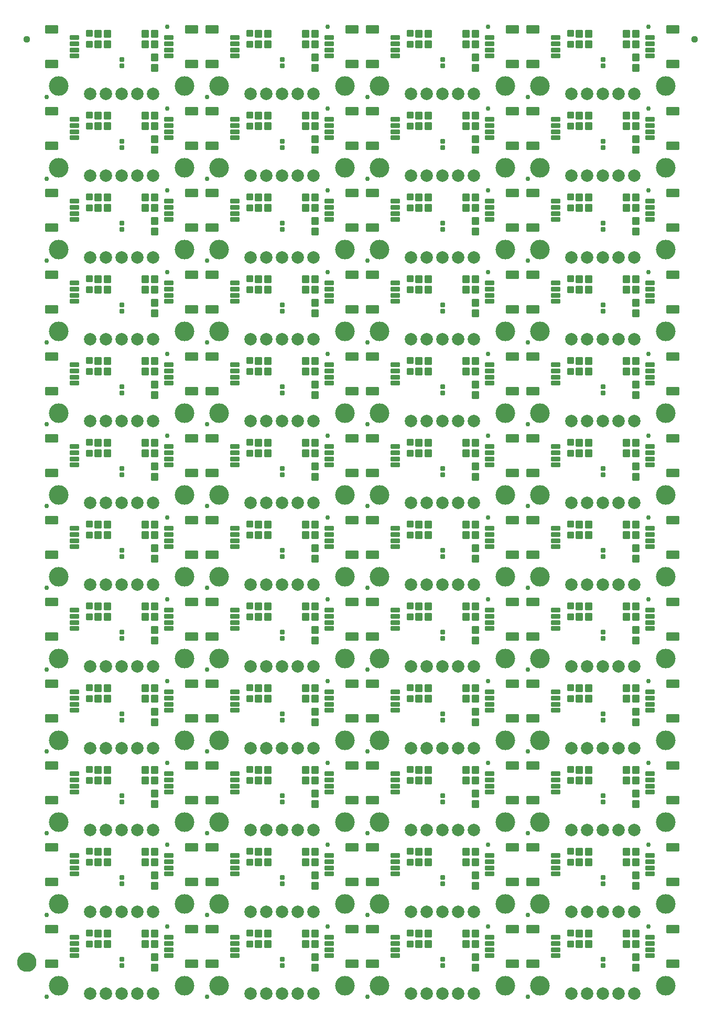
<source format=gts>
G04 EAGLE Gerber RS-274X export*
G75*
%MOMM*%
%FSLAX34Y34*%
%LPD*%
%INSoldermask Top*%
%IPPOS*%
%AMOC8*
5,1,8,0,0,1.08239X$1,22.5*%
G01*
%ADD10C,0.762000*%
%ADD11C,3.175000*%
%ADD12C,0.225588*%
%ADD13C,0.225369*%
%ADD14C,0.225400*%
%ADD15C,0.428259*%
%ADD16C,2.006600*%
%ADD17C,1.127000*%
%ADD18C,1.270000*%
%ADD19C,1.627000*%


D10*
X6350Y7620D03*
X200660Y120650D03*
D11*
X228600Y25400D03*
X25400Y25400D03*
D12*
X249457Y55393D02*
X249457Y66407D01*
X249457Y55393D02*
X230443Y55393D01*
X230443Y66407D01*
X249457Y66407D01*
X249457Y57536D02*
X230443Y57536D01*
X230443Y59679D02*
X249457Y59679D01*
X249457Y61822D02*
X230443Y61822D01*
X230443Y63965D02*
X249457Y63965D01*
X249457Y66108D02*
X230443Y66108D01*
X249457Y111393D02*
X249457Y122407D01*
X249457Y111393D02*
X230443Y111393D01*
X230443Y122407D01*
X249457Y122407D01*
X249457Y113536D02*
X230443Y113536D01*
X230443Y115679D02*
X249457Y115679D01*
X249457Y117822D02*
X230443Y117822D01*
X230443Y119965D02*
X249457Y119965D01*
X249457Y122108D02*
X230443Y122108D01*
D13*
X209458Y76408D02*
X209458Y71392D01*
X196942Y71392D01*
X196942Y76408D01*
X209458Y76408D01*
X209458Y73533D02*
X196942Y73533D01*
X196942Y75674D02*
X209458Y75674D01*
X209458Y81392D02*
X209458Y86408D01*
X209458Y81392D02*
X196942Y81392D01*
X196942Y86408D01*
X209458Y86408D01*
X209458Y83533D02*
X196942Y83533D01*
X196942Y85674D02*
X209458Y85674D01*
X209458Y91392D02*
X209458Y96408D01*
X209458Y91392D02*
X196942Y91392D01*
X196942Y96408D01*
X209458Y96408D01*
X209458Y93533D02*
X196942Y93533D01*
X196942Y95674D02*
X209458Y95674D01*
X209458Y101392D02*
X209458Y106408D01*
X209458Y101392D02*
X196942Y101392D01*
X196942Y106408D01*
X209458Y106408D01*
X209458Y103533D02*
X196942Y103533D01*
X196942Y105674D02*
X209458Y105674D01*
D12*
X4543Y111393D02*
X4543Y122407D01*
X23557Y122407D01*
X23557Y111393D01*
X4543Y111393D01*
X4543Y113536D02*
X23557Y113536D01*
X23557Y115679D02*
X4543Y115679D01*
X4543Y117822D02*
X23557Y117822D01*
X23557Y119965D02*
X4543Y119965D01*
X4543Y122108D02*
X23557Y122108D01*
X4543Y66407D02*
X4543Y55393D01*
X4543Y66407D02*
X23557Y66407D01*
X23557Y55393D01*
X4543Y55393D01*
X4543Y57536D02*
X23557Y57536D01*
X23557Y59679D02*
X4543Y59679D01*
X4543Y61822D02*
X23557Y61822D01*
X23557Y63965D02*
X4543Y63965D01*
X4543Y66108D02*
X23557Y66108D01*
D13*
X44542Y101392D02*
X44542Y106408D01*
X57058Y106408D01*
X57058Y101392D01*
X44542Y101392D01*
X44542Y103533D02*
X57058Y103533D01*
X57058Y105674D02*
X44542Y105674D01*
X44542Y96408D02*
X44542Y91392D01*
X44542Y96408D02*
X57058Y96408D01*
X57058Y91392D01*
X44542Y91392D01*
X44542Y93533D02*
X57058Y93533D01*
X57058Y95674D02*
X44542Y95674D01*
X44542Y86408D02*
X44542Y81392D01*
X44542Y86408D02*
X57058Y86408D01*
X57058Y81392D01*
X44542Y81392D01*
X44542Y83533D02*
X57058Y83533D01*
X57058Y85674D02*
X44542Y85674D01*
X44542Y76408D02*
X44542Y71392D01*
X44542Y76408D02*
X57058Y76408D01*
X57058Y71392D01*
X44542Y71392D01*
X44542Y73533D02*
X57058Y73533D01*
X57058Y75674D02*
X44542Y75674D01*
D14*
X184848Y88092D02*
X184848Y98108D01*
X184848Y88092D02*
X175832Y88092D01*
X175832Y98108D01*
X184848Y98108D01*
X184848Y90233D02*
X175832Y90233D01*
X175832Y92374D02*
X184848Y92374D01*
X184848Y94515D02*
X175832Y94515D01*
X175832Y96656D02*
X184848Y96656D01*
X184848Y105092D02*
X184848Y115108D01*
X184848Y105092D02*
X175832Y105092D01*
X175832Y115108D01*
X184848Y115108D01*
X184848Y107233D02*
X175832Y107233D01*
X175832Y109374D02*
X184848Y109374D01*
X184848Y111515D02*
X175832Y111515D01*
X175832Y113656D02*
X184848Y113656D01*
X169608Y98108D02*
X169608Y88092D01*
X160592Y88092D01*
X160592Y98108D01*
X169608Y98108D01*
X169608Y90233D02*
X160592Y90233D01*
X160592Y92374D02*
X169608Y92374D01*
X169608Y94515D02*
X160592Y94515D01*
X160592Y96656D02*
X169608Y96656D01*
X169608Y105092D02*
X169608Y115108D01*
X169608Y105092D02*
X160592Y105092D01*
X160592Y115108D01*
X169608Y115108D01*
X169608Y107233D02*
X160592Y107233D01*
X160592Y109374D02*
X169608Y109374D01*
X169608Y111515D02*
X160592Y111515D01*
X160592Y113656D02*
X169608Y113656D01*
D15*
X78424Y96324D02*
X71436Y96324D01*
X78424Y96324D02*
X78424Y89336D01*
X71436Y89336D01*
X71436Y96324D01*
X71436Y93405D02*
X78424Y93405D01*
X78424Y113864D02*
X71436Y113864D01*
X78424Y113864D02*
X78424Y106876D01*
X71436Y106876D01*
X71436Y113864D01*
X71436Y110945D02*
X78424Y110945D01*
D14*
X84392Y115108D02*
X84392Y105092D01*
X84392Y115108D02*
X93408Y115108D01*
X93408Y105092D01*
X84392Y105092D01*
X84392Y107233D02*
X93408Y107233D01*
X93408Y109374D02*
X84392Y109374D01*
X84392Y111515D02*
X93408Y111515D01*
X93408Y113656D02*
X84392Y113656D01*
X84392Y98108D02*
X84392Y88092D01*
X84392Y98108D02*
X93408Y98108D01*
X93408Y88092D01*
X84392Y88092D01*
X84392Y90233D02*
X93408Y90233D01*
X93408Y92374D02*
X84392Y92374D01*
X84392Y94515D02*
X93408Y94515D01*
X93408Y96656D02*
X84392Y96656D01*
D13*
X129508Y61008D02*
X129508Y55992D01*
X124492Y55992D01*
X124492Y61008D01*
X129508Y61008D01*
X129508Y58133D02*
X124492Y58133D01*
X124492Y60274D02*
X129508Y60274D01*
X129508Y65992D02*
X129508Y71008D01*
X129508Y65992D02*
X124492Y65992D01*
X124492Y71008D01*
X129508Y71008D01*
X129508Y68133D02*
X124492Y68133D01*
X124492Y70274D02*
X129508Y70274D01*
D14*
X184848Y60008D02*
X184848Y49992D01*
X175832Y49992D01*
X175832Y60008D01*
X184848Y60008D01*
X184848Y52133D02*
X175832Y52133D01*
X175832Y54274D02*
X184848Y54274D01*
X184848Y56415D02*
X175832Y56415D01*
X175832Y58556D02*
X184848Y58556D01*
X184848Y66992D02*
X184848Y77008D01*
X184848Y66992D02*
X175832Y66992D01*
X175832Y77008D01*
X184848Y77008D01*
X184848Y69133D02*
X175832Y69133D01*
X175832Y71274D02*
X184848Y71274D01*
X184848Y73415D02*
X175832Y73415D01*
X175832Y75556D02*
X184848Y75556D01*
X99632Y105092D02*
X99632Y115108D01*
X108648Y115108D01*
X108648Y105092D01*
X99632Y105092D01*
X99632Y107233D02*
X108648Y107233D01*
X108648Y109374D02*
X99632Y109374D01*
X99632Y111515D02*
X108648Y111515D01*
X108648Y113656D02*
X99632Y113656D01*
X99632Y98108D02*
X99632Y88092D01*
X99632Y98108D02*
X108648Y98108D01*
X108648Y88092D01*
X99632Y88092D01*
X99632Y90233D02*
X108648Y90233D01*
X108648Y92374D02*
X99632Y92374D01*
X99632Y94515D02*
X108648Y94515D01*
X108648Y96656D02*
X99632Y96656D01*
D16*
X76200Y12700D03*
X101600Y12700D03*
X127000Y12700D03*
X152400Y12700D03*
X177800Y12700D03*
D10*
X265430Y7620D03*
X459740Y120650D03*
D11*
X487680Y25400D03*
X284480Y25400D03*
D12*
X508537Y55393D02*
X508537Y66407D01*
X508537Y55393D02*
X489523Y55393D01*
X489523Y66407D01*
X508537Y66407D01*
X508537Y57536D02*
X489523Y57536D01*
X489523Y59679D02*
X508537Y59679D01*
X508537Y61822D02*
X489523Y61822D01*
X489523Y63965D02*
X508537Y63965D01*
X508537Y66108D02*
X489523Y66108D01*
X508537Y111393D02*
X508537Y122407D01*
X508537Y111393D02*
X489523Y111393D01*
X489523Y122407D01*
X508537Y122407D01*
X508537Y113536D02*
X489523Y113536D01*
X489523Y115679D02*
X508537Y115679D01*
X508537Y117822D02*
X489523Y117822D01*
X489523Y119965D02*
X508537Y119965D01*
X508537Y122108D02*
X489523Y122108D01*
D13*
X468538Y76408D02*
X468538Y71392D01*
X456022Y71392D01*
X456022Y76408D01*
X468538Y76408D01*
X468538Y73533D02*
X456022Y73533D01*
X456022Y75674D02*
X468538Y75674D01*
X468538Y81392D02*
X468538Y86408D01*
X468538Y81392D02*
X456022Y81392D01*
X456022Y86408D01*
X468538Y86408D01*
X468538Y83533D02*
X456022Y83533D01*
X456022Y85674D02*
X468538Y85674D01*
X468538Y91392D02*
X468538Y96408D01*
X468538Y91392D02*
X456022Y91392D01*
X456022Y96408D01*
X468538Y96408D01*
X468538Y93533D02*
X456022Y93533D01*
X456022Y95674D02*
X468538Y95674D01*
X468538Y101392D02*
X468538Y106408D01*
X468538Y101392D02*
X456022Y101392D01*
X456022Y106408D01*
X468538Y106408D01*
X468538Y103533D02*
X456022Y103533D01*
X456022Y105674D02*
X468538Y105674D01*
D12*
X263623Y111393D02*
X263623Y122407D01*
X282637Y122407D01*
X282637Y111393D01*
X263623Y111393D01*
X263623Y113536D02*
X282637Y113536D01*
X282637Y115679D02*
X263623Y115679D01*
X263623Y117822D02*
X282637Y117822D01*
X282637Y119965D02*
X263623Y119965D01*
X263623Y122108D02*
X282637Y122108D01*
X263623Y66407D02*
X263623Y55393D01*
X263623Y66407D02*
X282637Y66407D01*
X282637Y55393D01*
X263623Y55393D01*
X263623Y57536D02*
X282637Y57536D01*
X282637Y59679D02*
X263623Y59679D01*
X263623Y61822D02*
X282637Y61822D01*
X282637Y63965D02*
X263623Y63965D01*
X263623Y66108D02*
X282637Y66108D01*
D13*
X303622Y101392D02*
X303622Y106408D01*
X316138Y106408D01*
X316138Y101392D01*
X303622Y101392D01*
X303622Y103533D02*
X316138Y103533D01*
X316138Y105674D02*
X303622Y105674D01*
X303622Y96408D02*
X303622Y91392D01*
X303622Y96408D02*
X316138Y96408D01*
X316138Y91392D01*
X303622Y91392D01*
X303622Y93533D02*
X316138Y93533D01*
X316138Y95674D02*
X303622Y95674D01*
X303622Y86408D02*
X303622Y81392D01*
X303622Y86408D02*
X316138Y86408D01*
X316138Y81392D01*
X303622Y81392D01*
X303622Y83533D02*
X316138Y83533D01*
X316138Y85674D02*
X303622Y85674D01*
X303622Y76408D02*
X303622Y71392D01*
X303622Y76408D02*
X316138Y76408D01*
X316138Y71392D01*
X303622Y71392D01*
X303622Y73533D02*
X316138Y73533D01*
X316138Y75674D02*
X303622Y75674D01*
D14*
X443928Y88092D02*
X443928Y98108D01*
X443928Y88092D02*
X434912Y88092D01*
X434912Y98108D01*
X443928Y98108D01*
X443928Y90233D02*
X434912Y90233D01*
X434912Y92374D02*
X443928Y92374D01*
X443928Y94515D02*
X434912Y94515D01*
X434912Y96656D02*
X443928Y96656D01*
X443928Y105092D02*
X443928Y115108D01*
X443928Y105092D02*
X434912Y105092D01*
X434912Y115108D01*
X443928Y115108D01*
X443928Y107233D02*
X434912Y107233D01*
X434912Y109374D02*
X443928Y109374D01*
X443928Y111515D02*
X434912Y111515D01*
X434912Y113656D02*
X443928Y113656D01*
X428688Y98108D02*
X428688Y88092D01*
X419672Y88092D01*
X419672Y98108D01*
X428688Y98108D01*
X428688Y90233D02*
X419672Y90233D01*
X419672Y92374D02*
X428688Y92374D01*
X428688Y94515D02*
X419672Y94515D01*
X419672Y96656D02*
X428688Y96656D01*
X428688Y105092D02*
X428688Y115108D01*
X428688Y105092D02*
X419672Y105092D01*
X419672Y115108D01*
X428688Y115108D01*
X428688Y107233D02*
X419672Y107233D01*
X419672Y109374D02*
X428688Y109374D01*
X428688Y111515D02*
X419672Y111515D01*
X419672Y113656D02*
X428688Y113656D01*
D15*
X337504Y96324D02*
X330516Y96324D01*
X337504Y96324D02*
X337504Y89336D01*
X330516Y89336D01*
X330516Y96324D01*
X330516Y93405D02*
X337504Y93405D01*
X337504Y113864D02*
X330516Y113864D01*
X337504Y113864D02*
X337504Y106876D01*
X330516Y106876D01*
X330516Y113864D01*
X330516Y110945D02*
X337504Y110945D01*
D14*
X343472Y115108D02*
X343472Y105092D01*
X343472Y115108D02*
X352488Y115108D01*
X352488Y105092D01*
X343472Y105092D01*
X343472Y107233D02*
X352488Y107233D01*
X352488Y109374D02*
X343472Y109374D01*
X343472Y111515D02*
X352488Y111515D01*
X352488Y113656D02*
X343472Y113656D01*
X343472Y98108D02*
X343472Y88092D01*
X343472Y98108D02*
X352488Y98108D01*
X352488Y88092D01*
X343472Y88092D01*
X343472Y90233D02*
X352488Y90233D01*
X352488Y92374D02*
X343472Y92374D01*
X343472Y94515D02*
X352488Y94515D01*
X352488Y96656D02*
X343472Y96656D01*
D13*
X388588Y61008D02*
X388588Y55992D01*
X383572Y55992D01*
X383572Y61008D01*
X388588Y61008D01*
X388588Y58133D02*
X383572Y58133D01*
X383572Y60274D02*
X388588Y60274D01*
X388588Y65992D02*
X388588Y71008D01*
X388588Y65992D02*
X383572Y65992D01*
X383572Y71008D01*
X388588Y71008D01*
X388588Y68133D02*
X383572Y68133D01*
X383572Y70274D02*
X388588Y70274D01*
D14*
X443928Y60008D02*
X443928Y49992D01*
X434912Y49992D01*
X434912Y60008D01*
X443928Y60008D01*
X443928Y52133D02*
X434912Y52133D01*
X434912Y54274D02*
X443928Y54274D01*
X443928Y56415D02*
X434912Y56415D01*
X434912Y58556D02*
X443928Y58556D01*
X443928Y66992D02*
X443928Y77008D01*
X443928Y66992D02*
X434912Y66992D01*
X434912Y77008D01*
X443928Y77008D01*
X443928Y69133D02*
X434912Y69133D01*
X434912Y71274D02*
X443928Y71274D01*
X443928Y73415D02*
X434912Y73415D01*
X434912Y75556D02*
X443928Y75556D01*
X358712Y105092D02*
X358712Y115108D01*
X367728Y115108D01*
X367728Y105092D01*
X358712Y105092D01*
X358712Y107233D02*
X367728Y107233D01*
X367728Y109374D02*
X358712Y109374D01*
X358712Y111515D02*
X367728Y111515D01*
X367728Y113656D02*
X358712Y113656D01*
X358712Y98108D02*
X358712Y88092D01*
X358712Y98108D02*
X367728Y98108D01*
X367728Y88092D01*
X358712Y88092D01*
X358712Y90233D02*
X367728Y90233D01*
X367728Y92374D02*
X358712Y92374D01*
X358712Y94515D02*
X367728Y94515D01*
X367728Y96656D02*
X358712Y96656D01*
D16*
X335280Y12700D03*
X360680Y12700D03*
X386080Y12700D03*
X411480Y12700D03*
X436880Y12700D03*
D10*
X524510Y7620D03*
X718820Y120650D03*
D11*
X746760Y25400D03*
X543560Y25400D03*
D12*
X767617Y55393D02*
X767617Y66407D01*
X767617Y55393D02*
X748603Y55393D01*
X748603Y66407D01*
X767617Y66407D01*
X767617Y57536D02*
X748603Y57536D01*
X748603Y59679D02*
X767617Y59679D01*
X767617Y61822D02*
X748603Y61822D01*
X748603Y63965D02*
X767617Y63965D01*
X767617Y66108D02*
X748603Y66108D01*
X767617Y111393D02*
X767617Y122407D01*
X767617Y111393D02*
X748603Y111393D01*
X748603Y122407D01*
X767617Y122407D01*
X767617Y113536D02*
X748603Y113536D01*
X748603Y115679D02*
X767617Y115679D01*
X767617Y117822D02*
X748603Y117822D01*
X748603Y119965D02*
X767617Y119965D01*
X767617Y122108D02*
X748603Y122108D01*
D13*
X727618Y76408D02*
X727618Y71392D01*
X715102Y71392D01*
X715102Y76408D01*
X727618Y76408D01*
X727618Y73533D02*
X715102Y73533D01*
X715102Y75674D02*
X727618Y75674D01*
X727618Y81392D02*
X727618Y86408D01*
X727618Y81392D02*
X715102Y81392D01*
X715102Y86408D01*
X727618Y86408D01*
X727618Y83533D02*
X715102Y83533D01*
X715102Y85674D02*
X727618Y85674D01*
X727618Y91392D02*
X727618Y96408D01*
X727618Y91392D02*
X715102Y91392D01*
X715102Y96408D01*
X727618Y96408D01*
X727618Y93533D02*
X715102Y93533D01*
X715102Y95674D02*
X727618Y95674D01*
X727618Y101392D02*
X727618Y106408D01*
X727618Y101392D02*
X715102Y101392D01*
X715102Y106408D01*
X727618Y106408D01*
X727618Y103533D02*
X715102Y103533D01*
X715102Y105674D02*
X727618Y105674D01*
D12*
X522703Y111393D02*
X522703Y122407D01*
X541717Y122407D01*
X541717Y111393D01*
X522703Y111393D01*
X522703Y113536D02*
X541717Y113536D01*
X541717Y115679D02*
X522703Y115679D01*
X522703Y117822D02*
X541717Y117822D01*
X541717Y119965D02*
X522703Y119965D01*
X522703Y122108D02*
X541717Y122108D01*
X522703Y66407D02*
X522703Y55393D01*
X522703Y66407D02*
X541717Y66407D01*
X541717Y55393D01*
X522703Y55393D01*
X522703Y57536D02*
X541717Y57536D01*
X541717Y59679D02*
X522703Y59679D01*
X522703Y61822D02*
X541717Y61822D01*
X541717Y63965D02*
X522703Y63965D01*
X522703Y66108D02*
X541717Y66108D01*
D13*
X562702Y101392D02*
X562702Y106408D01*
X575218Y106408D01*
X575218Y101392D01*
X562702Y101392D01*
X562702Y103533D02*
X575218Y103533D01*
X575218Y105674D02*
X562702Y105674D01*
X562702Y96408D02*
X562702Y91392D01*
X562702Y96408D02*
X575218Y96408D01*
X575218Y91392D01*
X562702Y91392D01*
X562702Y93533D02*
X575218Y93533D01*
X575218Y95674D02*
X562702Y95674D01*
X562702Y86408D02*
X562702Y81392D01*
X562702Y86408D02*
X575218Y86408D01*
X575218Y81392D01*
X562702Y81392D01*
X562702Y83533D02*
X575218Y83533D01*
X575218Y85674D02*
X562702Y85674D01*
X562702Y76408D02*
X562702Y71392D01*
X562702Y76408D02*
X575218Y76408D01*
X575218Y71392D01*
X562702Y71392D01*
X562702Y73533D02*
X575218Y73533D01*
X575218Y75674D02*
X562702Y75674D01*
D14*
X703008Y88092D02*
X703008Y98108D01*
X703008Y88092D02*
X693992Y88092D01*
X693992Y98108D01*
X703008Y98108D01*
X703008Y90233D02*
X693992Y90233D01*
X693992Y92374D02*
X703008Y92374D01*
X703008Y94515D02*
X693992Y94515D01*
X693992Y96656D02*
X703008Y96656D01*
X703008Y105092D02*
X703008Y115108D01*
X703008Y105092D02*
X693992Y105092D01*
X693992Y115108D01*
X703008Y115108D01*
X703008Y107233D02*
X693992Y107233D01*
X693992Y109374D02*
X703008Y109374D01*
X703008Y111515D02*
X693992Y111515D01*
X693992Y113656D02*
X703008Y113656D01*
X687768Y98108D02*
X687768Y88092D01*
X678752Y88092D01*
X678752Y98108D01*
X687768Y98108D01*
X687768Y90233D02*
X678752Y90233D01*
X678752Y92374D02*
X687768Y92374D01*
X687768Y94515D02*
X678752Y94515D01*
X678752Y96656D02*
X687768Y96656D01*
X687768Y105092D02*
X687768Y115108D01*
X687768Y105092D02*
X678752Y105092D01*
X678752Y115108D01*
X687768Y115108D01*
X687768Y107233D02*
X678752Y107233D01*
X678752Y109374D02*
X687768Y109374D01*
X687768Y111515D02*
X678752Y111515D01*
X678752Y113656D02*
X687768Y113656D01*
D15*
X596584Y96324D02*
X589596Y96324D01*
X596584Y96324D02*
X596584Y89336D01*
X589596Y89336D01*
X589596Y96324D01*
X589596Y93405D02*
X596584Y93405D01*
X596584Y113864D02*
X589596Y113864D01*
X596584Y113864D02*
X596584Y106876D01*
X589596Y106876D01*
X589596Y113864D01*
X589596Y110945D02*
X596584Y110945D01*
D14*
X602552Y115108D02*
X602552Y105092D01*
X602552Y115108D02*
X611568Y115108D01*
X611568Y105092D01*
X602552Y105092D01*
X602552Y107233D02*
X611568Y107233D01*
X611568Y109374D02*
X602552Y109374D01*
X602552Y111515D02*
X611568Y111515D01*
X611568Y113656D02*
X602552Y113656D01*
X602552Y98108D02*
X602552Y88092D01*
X602552Y98108D02*
X611568Y98108D01*
X611568Y88092D01*
X602552Y88092D01*
X602552Y90233D02*
X611568Y90233D01*
X611568Y92374D02*
X602552Y92374D01*
X602552Y94515D02*
X611568Y94515D01*
X611568Y96656D02*
X602552Y96656D01*
D13*
X647668Y61008D02*
X647668Y55992D01*
X642652Y55992D01*
X642652Y61008D01*
X647668Y61008D01*
X647668Y58133D02*
X642652Y58133D01*
X642652Y60274D02*
X647668Y60274D01*
X647668Y65992D02*
X647668Y71008D01*
X647668Y65992D02*
X642652Y65992D01*
X642652Y71008D01*
X647668Y71008D01*
X647668Y68133D02*
X642652Y68133D01*
X642652Y70274D02*
X647668Y70274D01*
D14*
X703008Y60008D02*
X703008Y49992D01*
X693992Y49992D01*
X693992Y60008D01*
X703008Y60008D01*
X703008Y52133D02*
X693992Y52133D01*
X693992Y54274D02*
X703008Y54274D01*
X703008Y56415D02*
X693992Y56415D01*
X693992Y58556D02*
X703008Y58556D01*
X703008Y66992D02*
X703008Y77008D01*
X703008Y66992D02*
X693992Y66992D01*
X693992Y77008D01*
X703008Y77008D01*
X703008Y69133D02*
X693992Y69133D01*
X693992Y71274D02*
X703008Y71274D01*
X703008Y73415D02*
X693992Y73415D01*
X693992Y75556D02*
X703008Y75556D01*
X617792Y105092D02*
X617792Y115108D01*
X626808Y115108D01*
X626808Y105092D01*
X617792Y105092D01*
X617792Y107233D02*
X626808Y107233D01*
X626808Y109374D02*
X617792Y109374D01*
X617792Y111515D02*
X626808Y111515D01*
X626808Y113656D02*
X617792Y113656D01*
X617792Y98108D02*
X617792Y88092D01*
X617792Y98108D02*
X626808Y98108D01*
X626808Y88092D01*
X617792Y88092D01*
X617792Y90233D02*
X626808Y90233D01*
X626808Y92374D02*
X617792Y92374D01*
X617792Y94515D02*
X626808Y94515D01*
X626808Y96656D02*
X617792Y96656D01*
D16*
X594360Y12700D03*
X619760Y12700D03*
X645160Y12700D03*
X670560Y12700D03*
X695960Y12700D03*
D10*
X783590Y7620D03*
X977900Y120650D03*
D11*
X1005840Y25400D03*
X802640Y25400D03*
D12*
X1026697Y55393D02*
X1026697Y66407D01*
X1026697Y55393D02*
X1007683Y55393D01*
X1007683Y66407D01*
X1026697Y66407D01*
X1026697Y57536D02*
X1007683Y57536D01*
X1007683Y59679D02*
X1026697Y59679D01*
X1026697Y61822D02*
X1007683Y61822D01*
X1007683Y63965D02*
X1026697Y63965D01*
X1026697Y66108D02*
X1007683Y66108D01*
X1026697Y111393D02*
X1026697Y122407D01*
X1026697Y111393D02*
X1007683Y111393D01*
X1007683Y122407D01*
X1026697Y122407D01*
X1026697Y113536D02*
X1007683Y113536D01*
X1007683Y115679D02*
X1026697Y115679D01*
X1026697Y117822D02*
X1007683Y117822D01*
X1007683Y119965D02*
X1026697Y119965D01*
X1026697Y122108D02*
X1007683Y122108D01*
D13*
X986698Y76408D02*
X986698Y71392D01*
X974182Y71392D01*
X974182Y76408D01*
X986698Y76408D01*
X986698Y73533D02*
X974182Y73533D01*
X974182Y75674D02*
X986698Y75674D01*
X986698Y81392D02*
X986698Y86408D01*
X986698Y81392D02*
X974182Y81392D01*
X974182Y86408D01*
X986698Y86408D01*
X986698Y83533D02*
X974182Y83533D01*
X974182Y85674D02*
X986698Y85674D01*
X986698Y91392D02*
X986698Y96408D01*
X986698Y91392D02*
X974182Y91392D01*
X974182Y96408D01*
X986698Y96408D01*
X986698Y93533D02*
X974182Y93533D01*
X974182Y95674D02*
X986698Y95674D01*
X986698Y101392D02*
X986698Y106408D01*
X986698Y101392D02*
X974182Y101392D01*
X974182Y106408D01*
X986698Y106408D01*
X986698Y103533D02*
X974182Y103533D01*
X974182Y105674D02*
X986698Y105674D01*
D12*
X781783Y111393D02*
X781783Y122407D01*
X800797Y122407D01*
X800797Y111393D01*
X781783Y111393D01*
X781783Y113536D02*
X800797Y113536D01*
X800797Y115679D02*
X781783Y115679D01*
X781783Y117822D02*
X800797Y117822D01*
X800797Y119965D02*
X781783Y119965D01*
X781783Y122108D02*
X800797Y122108D01*
X781783Y66407D02*
X781783Y55393D01*
X781783Y66407D02*
X800797Y66407D01*
X800797Y55393D01*
X781783Y55393D01*
X781783Y57536D02*
X800797Y57536D01*
X800797Y59679D02*
X781783Y59679D01*
X781783Y61822D02*
X800797Y61822D01*
X800797Y63965D02*
X781783Y63965D01*
X781783Y66108D02*
X800797Y66108D01*
D13*
X821782Y101392D02*
X821782Y106408D01*
X834298Y106408D01*
X834298Y101392D01*
X821782Y101392D01*
X821782Y103533D02*
X834298Y103533D01*
X834298Y105674D02*
X821782Y105674D01*
X821782Y96408D02*
X821782Y91392D01*
X821782Y96408D02*
X834298Y96408D01*
X834298Y91392D01*
X821782Y91392D01*
X821782Y93533D02*
X834298Y93533D01*
X834298Y95674D02*
X821782Y95674D01*
X821782Y86408D02*
X821782Y81392D01*
X821782Y86408D02*
X834298Y86408D01*
X834298Y81392D01*
X821782Y81392D01*
X821782Y83533D02*
X834298Y83533D01*
X834298Y85674D02*
X821782Y85674D01*
X821782Y76408D02*
X821782Y71392D01*
X821782Y76408D02*
X834298Y76408D01*
X834298Y71392D01*
X821782Y71392D01*
X821782Y73533D02*
X834298Y73533D01*
X834298Y75674D02*
X821782Y75674D01*
D14*
X962088Y88092D02*
X962088Y98108D01*
X962088Y88092D02*
X953072Y88092D01*
X953072Y98108D01*
X962088Y98108D01*
X962088Y90233D02*
X953072Y90233D01*
X953072Y92374D02*
X962088Y92374D01*
X962088Y94515D02*
X953072Y94515D01*
X953072Y96656D02*
X962088Y96656D01*
X962088Y105092D02*
X962088Y115108D01*
X962088Y105092D02*
X953072Y105092D01*
X953072Y115108D01*
X962088Y115108D01*
X962088Y107233D02*
X953072Y107233D01*
X953072Y109374D02*
X962088Y109374D01*
X962088Y111515D02*
X953072Y111515D01*
X953072Y113656D02*
X962088Y113656D01*
X946848Y98108D02*
X946848Y88092D01*
X937832Y88092D01*
X937832Y98108D01*
X946848Y98108D01*
X946848Y90233D02*
X937832Y90233D01*
X937832Y92374D02*
X946848Y92374D01*
X946848Y94515D02*
X937832Y94515D01*
X937832Y96656D02*
X946848Y96656D01*
X946848Y105092D02*
X946848Y115108D01*
X946848Y105092D02*
X937832Y105092D01*
X937832Y115108D01*
X946848Y115108D01*
X946848Y107233D02*
X937832Y107233D01*
X937832Y109374D02*
X946848Y109374D01*
X946848Y111515D02*
X937832Y111515D01*
X937832Y113656D02*
X946848Y113656D01*
D15*
X855664Y96324D02*
X848676Y96324D01*
X855664Y96324D02*
X855664Y89336D01*
X848676Y89336D01*
X848676Y96324D01*
X848676Y93405D02*
X855664Y93405D01*
X855664Y113864D02*
X848676Y113864D01*
X855664Y113864D02*
X855664Y106876D01*
X848676Y106876D01*
X848676Y113864D01*
X848676Y110945D02*
X855664Y110945D01*
D14*
X861632Y115108D02*
X861632Y105092D01*
X861632Y115108D02*
X870648Y115108D01*
X870648Y105092D01*
X861632Y105092D01*
X861632Y107233D02*
X870648Y107233D01*
X870648Y109374D02*
X861632Y109374D01*
X861632Y111515D02*
X870648Y111515D01*
X870648Y113656D02*
X861632Y113656D01*
X861632Y98108D02*
X861632Y88092D01*
X861632Y98108D02*
X870648Y98108D01*
X870648Y88092D01*
X861632Y88092D01*
X861632Y90233D02*
X870648Y90233D01*
X870648Y92374D02*
X861632Y92374D01*
X861632Y94515D02*
X870648Y94515D01*
X870648Y96656D02*
X861632Y96656D01*
D13*
X906748Y61008D02*
X906748Y55992D01*
X901732Y55992D01*
X901732Y61008D01*
X906748Y61008D01*
X906748Y58133D02*
X901732Y58133D01*
X901732Y60274D02*
X906748Y60274D01*
X906748Y65992D02*
X906748Y71008D01*
X906748Y65992D02*
X901732Y65992D01*
X901732Y71008D01*
X906748Y71008D01*
X906748Y68133D02*
X901732Y68133D01*
X901732Y70274D02*
X906748Y70274D01*
D14*
X962088Y60008D02*
X962088Y49992D01*
X953072Y49992D01*
X953072Y60008D01*
X962088Y60008D01*
X962088Y52133D02*
X953072Y52133D01*
X953072Y54274D02*
X962088Y54274D01*
X962088Y56415D02*
X953072Y56415D01*
X953072Y58556D02*
X962088Y58556D01*
X962088Y66992D02*
X962088Y77008D01*
X962088Y66992D02*
X953072Y66992D01*
X953072Y77008D01*
X962088Y77008D01*
X962088Y69133D02*
X953072Y69133D01*
X953072Y71274D02*
X962088Y71274D01*
X962088Y73415D02*
X953072Y73415D01*
X953072Y75556D02*
X962088Y75556D01*
X876872Y105092D02*
X876872Y115108D01*
X885888Y115108D01*
X885888Y105092D01*
X876872Y105092D01*
X876872Y107233D02*
X885888Y107233D01*
X885888Y109374D02*
X876872Y109374D01*
X876872Y111515D02*
X885888Y111515D01*
X885888Y113656D02*
X876872Y113656D01*
X876872Y98108D02*
X876872Y88092D01*
X876872Y98108D02*
X885888Y98108D01*
X885888Y88092D01*
X876872Y88092D01*
X876872Y90233D02*
X885888Y90233D01*
X885888Y92374D02*
X876872Y92374D01*
X876872Y94515D02*
X885888Y94515D01*
X885888Y96656D02*
X876872Y96656D01*
D16*
X853440Y12700D03*
X878840Y12700D03*
X904240Y12700D03*
X929640Y12700D03*
X955040Y12700D03*
D10*
X6350Y139700D03*
X200660Y252730D03*
D11*
X228600Y157480D03*
X25400Y157480D03*
D12*
X249457Y187473D02*
X249457Y198487D01*
X249457Y187473D02*
X230443Y187473D01*
X230443Y198487D01*
X249457Y198487D01*
X249457Y189616D02*
X230443Y189616D01*
X230443Y191759D02*
X249457Y191759D01*
X249457Y193902D02*
X230443Y193902D01*
X230443Y196045D02*
X249457Y196045D01*
X249457Y198188D02*
X230443Y198188D01*
X249457Y243473D02*
X249457Y254487D01*
X249457Y243473D02*
X230443Y243473D01*
X230443Y254487D01*
X249457Y254487D01*
X249457Y245616D02*
X230443Y245616D01*
X230443Y247759D02*
X249457Y247759D01*
X249457Y249902D02*
X230443Y249902D01*
X230443Y252045D02*
X249457Y252045D01*
X249457Y254188D02*
X230443Y254188D01*
D13*
X209458Y208488D02*
X209458Y203472D01*
X196942Y203472D01*
X196942Y208488D01*
X209458Y208488D01*
X209458Y205613D02*
X196942Y205613D01*
X196942Y207754D02*
X209458Y207754D01*
X209458Y213472D02*
X209458Y218488D01*
X209458Y213472D02*
X196942Y213472D01*
X196942Y218488D01*
X209458Y218488D01*
X209458Y215613D02*
X196942Y215613D01*
X196942Y217754D02*
X209458Y217754D01*
X209458Y223472D02*
X209458Y228488D01*
X209458Y223472D02*
X196942Y223472D01*
X196942Y228488D01*
X209458Y228488D01*
X209458Y225613D02*
X196942Y225613D01*
X196942Y227754D02*
X209458Y227754D01*
X209458Y233472D02*
X209458Y238488D01*
X209458Y233472D02*
X196942Y233472D01*
X196942Y238488D01*
X209458Y238488D01*
X209458Y235613D02*
X196942Y235613D01*
X196942Y237754D02*
X209458Y237754D01*
D12*
X4543Y243473D02*
X4543Y254487D01*
X23557Y254487D01*
X23557Y243473D01*
X4543Y243473D01*
X4543Y245616D02*
X23557Y245616D01*
X23557Y247759D02*
X4543Y247759D01*
X4543Y249902D02*
X23557Y249902D01*
X23557Y252045D02*
X4543Y252045D01*
X4543Y254188D02*
X23557Y254188D01*
X4543Y198487D02*
X4543Y187473D01*
X4543Y198487D02*
X23557Y198487D01*
X23557Y187473D01*
X4543Y187473D01*
X4543Y189616D02*
X23557Y189616D01*
X23557Y191759D02*
X4543Y191759D01*
X4543Y193902D02*
X23557Y193902D01*
X23557Y196045D02*
X4543Y196045D01*
X4543Y198188D02*
X23557Y198188D01*
D13*
X44542Y233472D02*
X44542Y238488D01*
X57058Y238488D01*
X57058Y233472D01*
X44542Y233472D01*
X44542Y235613D02*
X57058Y235613D01*
X57058Y237754D02*
X44542Y237754D01*
X44542Y228488D02*
X44542Y223472D01*
X44542Y228488D02*
X57058Y228488D01*
X57058Y223472D01*
X44542Y223472D01*
X44542Y225613D02*
X57058Y225613D01*
X57058Y227754D02*
X44542Y227754D01*
X44542Y218488D02*
X44542Y213472D01*
X44542Y218488D02*
X57058Y218488D01*
X57058Y213472D01*
X44542Y213472D01*
X44542Y215613D02*
X57058Y215613D01*
X57058Y217754D02*
X44542Y217754D01*
X44542Y208488D02*
X44542Y203472D01*
X44542Y208488D02*
X57058Y208488D01*
X57058Y203472D01*
X44542Y203472D01*
X44542Y205613D02*
X57058Y205613D01*
X57058Y207754D02*
X44542Y207754D01*
D14*
X184848Y220172D02*
X184848Y230188D01*
X184848Y220172D02*
X175832Y220172D01*
X175832Y230188D01*
X184848Y230188D01*
X184848Y222313D02*
X175832Y222313D01*
X175832Y224454D02*
X184848Y224454D01*
X184848Y226595D02*
X175832Y226595D01*
X175832Y228736D02*
X184848Y228736D01*
X184848Y237172D02*
X184848Y247188D01*
X184848Y237172D02*
X175832Y237172D01*
X175832Y247188D01*
X184848Y247188D01*
X184848Y239313D02*
X175832Y239313D01*
X175832Y241454D02*
X184848Y241454D01*
X184848Y243595D02*
X175832Y243595D01*
X175832Y245736D02*
X184848Y245736D01*
X169608Y230188D02*
X169608Y220172D01*
X160592Y220172D01*
X160592Y230188D01*
X169608Y230188D01*
X169608Y222313D02*
X160592Y222313D01*
X160592Y224454D02*
X169608Y224454D01*
X169608Y226595D02*
X160592Y226595D01*
X160592Y228736D02*
X169608Y228736D01*
X169608Y237172D02*
X169608Y247188D01*
X169608Y237172D02*
X160592Y237172D01*
X160592Y247188D01*
X169608Y247188D01*
X169608Y239313D02*
X160592Y239313D01*
X160592Y241454D02*
X169608Y241454D01*
X169608Y243595D02*
X160592Y243595D01*
X160592Y245736D02*
X169608Y245736D01*
D15*
X78424Y228404D02*
X71436Y228404D01*
X78424Y228404D02*
X78424Y221416D01*
X71436Y221416D01*
X71436Y228404D01*
X71436Y225485D02*
X78424Y225485D01*
X78424Y245944D02*
X71436Y245944D01*
X78424Y245944D02*
X78424Y238956D01*
X71436Y238956D01*
X71436Y245944D01*
X71436Y243025D02*
X78424Y243025D01*
D14*
X84392Y247188D02*
X84392Y237172D01*
X84392Y247188D02*
X93408Y247188D01*
X93408Y237172D01*
X84392Y237172D01*
X84392Y239313D02*
X93408Y239313D01*
X93408Y241454D02*
X84392Y241454D01*
X84392Y243595D02*
X93408Y243595D01*
X93408Y245736D02*
X84392Y245736D01*
X84392Y230188D02*
X84392Y220172D01*
X84392Y230188D02*
X93408Y230188D01*
X93408Y220172D01*
X84392Y220172D01*
X84392Y222313D02*
X93408Y222313D01*
X93408Y224454D02*
X84392Y224454D01*
X84392Y226595D02*
X93408Y226595D01*
X93408Y228736D02*
X84392Y228736D01*
D13*
X129508Y193088D02*
X129508Y188072D01*
X124492Y188072D01*
X124492Y193088D01*
X129508Y193088D01*
X129508Y190213D02*
X124492Y190213D01*
X124492Y192354D02*
X129508Y192354D01*
X129508Y198072D02*
X129508Y203088D01*
X129508Y198072D02*
X124492Y198072D01*
X124492Y203088D01*
X129508Y203088D01*
X129508Y200213D02*
X124492Y200213D01*
X124492Y202354D02*
X129508Y202354D01*
D14*
X184848Y192088D02*
X184848Y182072D01*
X175832Y182072D01*
X175832Y192088D01*
X184848Y192088D01*
X184848Y184213D02*
X175832Y184213D01*
X175832Y186354D02*
X184848Y186354D01*
X184848Y188495D02*
X175832Y188495D01*
X175832Y190636D02*
X184848Y190636D01*
X184848Y199072D02*
X184848Y209088D01*
X184848Y199072D02*
X175832Y199072D01*
X175832Y209088D01*
X184848Y209088D01*
X184848Y201213D02*
X175832Y201213D01*
X175832Y203354D02*
X184848Y203354D01*
X184848Y205495D02*
X175832Y205495D01*
X175832Y207636D02*
X184848Y207636D01*
X99632Y237172D02*
X99632Y247188D01*
X108648Y247188D01*
X108648Y237172D01*
X99632Y237172D01*
X99632Y239313D02*
X108648Y239313D01*
X108648Y241454D02*
X99632Y241454D01*
X99632Y243595D02*
X108648Y243595D01*
X108648Y245736D02*
X99632Y245736D01*
X99632Y230188D02*
X99632Y220172D01*
X99632Y230188D02*
X108648Y230188D01*
X108648Y220172D01*
X99632Y220172D01*
X99632Y222313D02*
X108648Y222313D01*
X108648Y224454D02*
X99632Y224454D01*
X99632Y226595D02*
X108648Y226595D01*
X108648Y228736D02*
X99632Y228736D01*
D16*
X76200Y144780D03*
X101600Y144780D03*
X127000Y144780D03*
X152400Y144780D03*
X177800Y144780D03*
D10*
X265430Y139700D03*
X459740Y252730D03*
D11*
X487680Y157480D03*
X284480Y157480D03*
D12*
X508537Y187473D02*
X508537Y198487D01*
X508537Y187473D02*
X489523Y187473D01*
X489523Y198487D01*
X508537Y198487D01*
X508537Y189616D02*
X489523Y189616D01*
X489523Y191759D02*
X508537Y191759D01*
X508537Y193902D02*
X489523Y193902D01*
X489523Y196045D02*
X508537Y196045D01*
X508537Y198188D02*
X489523Y198188D01*
X508537Y243473D02*
X508537Y254487D01*
X508537Y243473D02*
X489523Y243473D01*
X489523Y254487D01*
X508537Y254487D01*
X508537Y245616D02*
X489523Y245616D01*
X489523Y247759D02*
X508537Y247759D01*
X508537Y249902D02*
X489523Y249902D01*
X489523Y252045D02*
X508537Y252045D01*
X508537Y254188D02*
X489523Y254188D01*
D13*
X468538Y208488D02*
X468538Y203472D01*
X456022Y203472D01*
X456022Y208488D01*
X468538Y208488D01*
X468538Y205613D02*
X456022Y205613D01*
X456022Y207754D02*
X468538Y207754D01*
X468538Y213472D02*
X468538Y218488D01*
X468538Y213472D02*
X456022Y213472D01*
X456022Y218488D01*
X468538Y218488D01*
X468538Y215613D02*
X456022Y215613D01*
X456022Y217754D02*
X468538Y217754D01*
X468538Y223472D02*
X468538Y228488D01*
X468538Y223472D02*
X456022Y223472D01*
X456022Y228488D01*
X468538Y228488D01*
X468538Y225613D02*
X456022Y225613D01*
X456022Y227754D02*
X468538Y227754D01*
X468538Y233472D02*
X468538Y238488D01*
X468538Y233472D02*
X456022Y233472D01*
X456022Y238488D01*
X468538Y238488D01*
X468538Y235613D02*
X456022Y235613D01*
X456022Y237754D02*
X468538Y237754D01*
D12*
X263623Y243473D02*
X263623Y254487D01*
X282637Y254487D01*
X282637Y243473D01*
X263623Y243473D01*
X263623Y245616D02*
X282637Y245616D01*
X282637Y247759D02*
X263623Y247759D01*
X263623Y249902D02*
X282637Y249902D01*
X282637Y252045D02*
X263623Y252045D01*
X263623Y254188D02*
X282637Y254188D01*
X263623Y198487D02*
X263623Y187473D01*
X263623Y198487D02*
X282637Y198487D01*
X282637Y187473D01*
X263623Y187473D01*
X263623Y189616D02*
X282637Y189616D01*
X282637Y191759D02*
X263623Y191759D01*
X263623Y193902D02*
X282637Y193902D01*
X282637Y196045D02*
X263623Y196045D01*
X263623Y198188D02*
X282637Y198188D01*
D13*
X303622Y233472D02*
X303622Y238488D01*
X316138Y238488D01*
X316138Y233472D01*
X303622Y233472D01*
X303622Y235613D02*
X316138Y235613D01*
X316138Y237754D02*
X303622Y237754D01*
X303622Y228488D02*
X303622Y223472D01*
X303622Y228488D02*
X316138Y228488D01*
X316138Y223472D01*
X303622Y223472D01*
X303622Y225613D02*
X316138Y225613D01*
X316138Y227754D02*
X303622Y227754D01*
X303622Y218488D02*
X303622Y213472D01*
X303622Y218488D02*
X316138Y218488D01*
X316138Y213472D01*
X303622Y213472D01*
X303622Y215613D02*
X316138Y215613D01*
X316138Y217754D02*
X303622Y217754D01*
X303622Y208488D02*
X303622Y203472D01*
X303622Y208488D02*
X316138Y208488D01*
X316138Y203472D01*
X303622Y203472D01*
X303622Y205613D02*
X316138Y205613D01*
X316138Y207754D02*
X303622Y207754D01*
D14*
X443928Y220172D02*
X443928Y230188D01*
X443928Y220172D02*
X434912Y220172D01*
X434912Y230188D01*
X443928Y230188D01*
X443928Y222313D02*
X434912Y222313D01*
X434912Y224454D02*
X443928Y224454D01*
X443928Y226595D02*
X434912Y226595D01*
X434912Y228736D02*
X443928Y228736D01*
X443928Y237172D02*
X443928Y247188D01*
X443928Y237172D02*
X434912Y237172D01*
X434912Y247188D01*
X443928Y247188D01*
X443928Y239313D02*
X434912Y239313D01*
X434912Y241454D02*
X443928Y241454D01*
X443928Y243595D02*
X434912Y243595D01*
X434912Y245736D02*
X443928Y245736D01*
X428688Y230188D02*
X428688Y220172D01*
X419672Y220172D01*
X419672Y230188D01*
X428688Y230188D01*
X428688Y222313D02*
X419672Y222313D01*
X419672Y224454D02*
X428688Y224454D01*
X428688Y226595D02*
X419672Y226595D01*
X419672Y228736D02*
X428688Y228736D01*
X428688Y237172D02*
X428688Y247188D01*
X428688Y237172D02*
X419672Y237172D01*
X419672Y247188D01*
X428688Y247188D01*
X428688Y239313D02*
X419672Y239313D01*
X419672Y241454D02*
X428688Y241454D01*
X428688Y243595D02*
X419672Y243595D01*
X419672Y245736D02*
X428688Y245736D01*
D15*
X337504Y228404D02*
X330516Y228404D01*
X337504Y228404D02*
X337504Y221416D01*
X330516Y221416D01*
X330516Y228404D01*
X330516Y225485D02*
X337504Y225485D01*
X337504Y245944D02*
X330516Y245944D01*
X337504Y245944D02*
X337504Y238956D01*
X330516Y238956D01*
X330516Y245944D01*
X330516Y243025D02*
X337504Y243025D01*
D14*
X343472Y247188D02*
X343472Y237172D01*
X343472Y247188D02*
X352488Y247188D01*
X352488Y237172D01*
X343472Y237172D01*
X343472Y239313D02*
X352488Y239313D01*
X352488Y241454D02*
X343472Y241454D01*
X343472Y243595D02*
X352488Y243595D01*
X352488Y245736D02*
X343472Y245736D01*
X343472Y230188D02*
X343472Y220172D01*
X343472Y230188D02*
X352488Y230188D01*
X352488Y220172D01*
X343472Y220172D01*
X343472Y222313D02*
X352488Y222313D01*
X352488Y224454D02*
X343472Y224454D01*
X343472Y226595D02*
X352488Y226595D01*
X352488Y228736D02*
X343472Y228736D01*
D13*
X388588Y193088D02*
X388588Y188072D01*
X383572Y188072D01*
X383572Y193088D01*
X388588Y193088D01*
X388588Y190213D02*
X383572Y190213D01*
X383572Y192354D02*
X388588Y192354D01*
X388588Y198072D02*
X388588Y203088D01*
X388588Y198072D02*
X383572Y198072D01*
X383572Y203088D01*
X388588Y203088D01*
X388588Y200213D02*
X383572Y200213D01*
X383572Y202354D02*
X388588Y202354D01*
D14*
X443928Y192088D02*
X443928Y182072D01*
X434912Y182072D01*
X434912Y192088D01*
X443928Y192088D01*
X443928Y184213D02*
X434912Y184213D01*
X434912Y186354D02*
X443928Y186354D01*
X443928Y188495D02*
X434912Y188495D01*
X434912Y190636D02*
X443928Y190636D01*
X443928Y199072D02*
X443928Y209088D01*
X443928Y199072D02*
X434912Y199072D01*
X434912Y209088D01*
X443928Y209088D01*
X443928Y201213D02*
X434912Y201213D01*
X434912Y203354D02*
X443928Y203354D01*
X443928Y205495D02*
X434912Y205495D01*
X434912Y207636D02*
X443928Y207636D01*
X358712Y237172D02*
X358712Y247188D01*
X367728Y247188D01*
X367728Y237172D01*
X358712Y237172D01*
X358712Y239313D02*
X367728Y239313D01*
X367728Y241454D02*
X358712Y241454D01*
X358712Y243595D02*
X367728Y243595D01*
X367728Y245736D02*
X358712Y245736D01*
X358712Y230188D02*
X358712Y220172D01*
X358712Y230188D02*
X367728Y230188D01*
X367728Y220172D01*
X358712Y220172D01*
X358712Y222313D02*
X367728Y222313D01*
X367728Y224454D02*
X358712Y224454D01*
X358712Y226595D02*
X367728Y226595D01*
X367728Y228736D02*
X358712Y228736D01*
D16*
X335280Y144780D03*
X360680Y144780D03*
X386080Y144780D03*
X411480Y144780D03*
X436880Y144780D03*
D10*
X524510Y139700D03*
X718820Y252730D03*
D11*
X746760Y157480D03*
X543560Y157480D03*
D12*
X767617Y187473D02*
X767617Y198487D01*
X767617Y187473D02*
X748603Y187473D01*
X748603Y198487D01*
X767617Y198487D01*
X767617Y189616D02*
X748603Y189616D01*
X748603Y191759D02*
X767617Y191759D01*
X767617Y193902D02*
X748603Y193902D01*
X748603Y196045D02*
X767617Y196045D01*
X767617Y198188D02*
X748603Y198188D01*
X767617Y243473D02*
X767617Y254487D01*
X767617Y243473D02*
X748603Y243473D01*
X748603Y254487D01*
X767617Y254487D01*
X767617Y245616D02*
X748603Y245616D01*
X748603Y247759D02*
X767617Y247759D01*
X767617Y249902D02*
X748603Y249902D01*
X748603Y252045D02*
X767617Y252045D01*
X767617Y254188D02*
X748603Y254188D01*
D13*
X727618Y208488D02*
X727618Y203472D01*
X715102Y203472D01*
X715102Y208488D01*
X727618Y208488D01*
X727618Y205613D02*
X715102Y205613D01*
X715102Y207754D02*
X727618Y207754D01*
X727618Y213472D02*
X727618Y218488D01*
X727618Y213472D02*
X715102Y213472D01*
X715102Y218488D01*
X727618Y218488D01*
X727618Y215613D02*
X715102Y215613D01*
X715102Y217754D02*
X727618Y217754D01*
X727618Y223472D02*
X727618Y228488D01*
X727618Y223472D02*
X715102Y223472D01*
X715102Y228488D01*
X727618Y228488D01*
X727618Y225613D02*
X715102Y225613D01*
X715102Y227754D02*
X727618Y227754D01*
X727618Y233472D02*
X727618Y238488D01*
X727618Y233472D02*
X715102Y233472D01*
X715102Y238488D01*
X727618Y238488D01*
X727618Y235613D02*
X715102Y235613D01*
X715102Y237754D02*
X727618Y237754D01*
D12*
X522703Y243473D02*
X522703Y254487D01*
X541717Y254487D01*
X541717Y243473D01*
X522703Y243473D01*
X522703Y245616D02*
X541717Y245616D01*
X541717Y247759D02*
X522703Y247759D01*
X522703Y249902D02*
X541717Y249902D01*
X541717Y252045D02*
X522703Y252045D01*
X522703Y254188D02*
X541717Y254188D01*
X522703Y198487D02*
X522703Y187473D01*
X522703Y198487D02*
X541717Y198487D01*
X541717Y187473D01*
X522703Y187473D01*
X522703Y189616D02*
X541717Y189616D01*
X541717Y191759D02*
X522703Y191759D01*
X522703Y193902D02*
X541717Y193902D01*
X541717Y196045D02*
X522703Y196045D01*
X522703Y198188D02*
X541717Y198188D01*
D13*
X562702Y233472D02*
X562702Y238488D01*
X575218Y238488D01*
X575218Y233472D01*
X562702Y233472D01*
X562702Y235613D02*
X575218Y235613D01*
X575218Y237754D02*
X562702Y237754D01*
X562702Y228488D02*
X562702Y223472D01*
X562702Y228488D02*
X575218Y228488D01*
X575218Y223472D01*
X562702Y223472D01*
X562702Y225613D02*
X575218Y225613D01*
X575218Y227754D02*
X562702Y227754D01*
X562702Y218488D02*
X562702Y213472D01*
X562702Y218488D02*
X575218Y218488D01*
X575218Y213472D01*
X562702Y213472D01*
X562702Y215613D02*
X575218Y215613D01*
X575218Y217754D02*
X562702Y217754D01*
X562702Y208488D02*
X562702Y203472D01*
X562702Y208488D02*
X575218Y208488D01*
X575218Y203472D01*
X562702Y203472D01*
X562702Y205613D02*
X575218Y205613D01*
X575218Y207754D02*
X562702Y207754D01*
D14*
X703008Y220172D02*
X703008Y230188D01*
X703008Y220172D02*
X693992Y220172D01*
X693992Y230188D01*
X703008Y230188D01*
X703008Y222313D02*
X693992Y222313D01*
X693992Y224454D02*
X703008Y224454D01*
X703008Y226595D02*
X693992Y226595D01*
X693992Y228736D02*
X703008Y228736D01*
X703008Y237172D02*
X703008Y247188D01*
X703008Y237172D02*
X693992Y237172D01*
X693992Y247188D01*
X703008Y247188D01*
X703008Y239313D02*
X693992Y239313D01*
X693992Y241454D02*
X703008Y241454D01*
X703008Y243595D02*
X693992Y243595D01*
X693992Y245736D02*
X703008Y245736D01*
X687768Y230188D02*
X687768Y220172D01*
X678752Y220172D01*
X678752Y230188D01*
X687768Y230188D01*
X687768Y222313D02*
X678752Y222313D01*
X678752Y224454D02*
X687768Y224454D01*
X687768Y226595D02*
X678752Y226595D01*
X678752Y228736D02*
X687768Y228736D01*
X687768Y237172D02*
X687768Y247188D01*
X687768Y237172D02*
X678752Y237172D01*
X678752Y247188D01*
X687768Y247188D01*
X687768Y239313D02*
X678752Y239313D01*
X678752Y241454D02*
X687768Y241454D01*
X687768Y243595D02*
X678752Y243595D01*
X678752Y245736D02*
X687768Y245736D01*
D15*
X596584Y228404D02*
X589596Y228404D01*
X596584Y228404D02*
X596584Y221416D01*
X589596Y221416D01*
X589596Y228404D01*
X589596Y225485D02*
X596584Y225485D01*
X596584Y245944D02*
X589596Y245944D01*
X596584Y245944D02*
X596584Y238956D01*
X589596Y238956D01*
X589596Y245944D01*
X589596Y243025D02*
X596584Y243025D01*
D14*
X602552Y247188D02*
X602552Y237172D01*
X602552Y247188D02*
X611568Y247188D01*
X611568Y237172D01*
X602552Y237172D01*
X602552Y239313D02*
X611568Y239313D01*
X611568Y241454D02*
X602552Y241454D01*
X602552Y243595D02*
X611568Y243595D01*
X611568Y245736D02*
X602552Y245736D01*
X602552Y230188D02*
X602552Y220172D01*
X602552Y230188D02*
X611568Y230188D01*
X611568Y220172D01*
X602552Y220172D01*
X602552Y222313D02*
X611568Y222313D01*
X611568Y224454D02*
X602552Y224454D01*
X602552Y226595D02*
X611568Y226595D01*
X611568Y228736D02*
X602552Y228736D01*
D13*
X647668Y193088D02*
X647668Y188072D01*
X642652Y188072D01*
X642652Y193088D01*
X647668Y193088D01*
X647668Y190213D02*
X642652Y190213D01*
X642652Y192354D02*
X647668Y192354D01*
X647668Y198072D02*
X647668Y203088D01*
X647668Y198072D02*
X642652Y198072D01*
X642652Y203088D01*
X647668Y203088D01*
X647668Y200213D02*
X642652Y200213D01*
X642652Y202354D02*
X647668Y202354D01*
D14*
X703008Y192088D02*
X703008Y182072D01*
X693992Y182072D01*
X693992Y192088D01*
X703008Y192088D01*
X703008Y184213D02*
X693992Y184213D01*
X693992Y186354D02*
X703008Y186354D01*
X703008Y188495D02*
X693992Y188495D01*
X693992Y190636D02*
X703008Y190636D01*
X703008Y199072D02*
X703008Y209088D01*
X703008Y199072D02*
X693992Y199072D01*
X693992Y209088D01*
X703008Y209088D01*
X703008Y201213D02*
X693992Y201213D01*
X693992Y203354D02*
X703008Y203354D01*
X703008Y205495D02*
X693992Y205495D01*
X693992Y207636D02*
X703008Y207636D01*
X617792Y237172D02*
X617792Y247188D01*
X626808Y247188D01*
X626808Y237172D01*
X617792Y237172D01*
X617792Y239313D02*
X626808Y239313D01*
X626808Y241454D02*
X617792Y241454D01*
X617792Y243595D02*
X626808Y243595D01*
X626808Y245736D02*
X617792Y245736D01*
X617792Y230188D02*
X617792Y220172D01*
X617792Y230188D02*
X626808Y230188D01*
X626808Y220172D01*
X617792Y220172D01*
X617792Y222313D02*
X626808Y222313D01*
X626808Y224454D02*
X617792Y224454D01*
X617792Y226595D02*
X626808Y226595D01*
X626808Y228736D02*
X617792Y228736D01*
D16*
X594360Y144780D03*
X619760Y144780D03*
X645160Y144780D03*
X670560Y144780D03*
X695960Y144780D03*
D10*
X783590Y139700D03*
X977900Y252730D03*
D11*
X1005840Y157480D03*
X802640Y157480D03*
D12*
X1026697Y187473D02*
X1026697Y198487D01*
X1026697Y187473D02*
X1007683Y187473D01*
X1007683Y198487D01*
X1026697Y198487D01*
X1026697Y189616D02*
X1007683Y189616D01*
X1007683Y191759D02*
X1026697Y191759D01*
X1026697Y193902D02*
X1007683Y193902D01*
X1007683Y196045D02*
X1026697Y196045D01*
X1026697Y198188D02*
X1007683Y198188D01*
X1026697Y243473D02*
X1026697Y254487D01*
X1026697Y243473D02*
X1007683Y243473D01*
X1007683Y254487D01*
X1026697Y254487D01*
X1026697Y245616D02*
X1007683Y245616D01*
X1007683Y247759D02*
X1026697Y247759D01*
X1026697Y249902D02*
X1007683Y249902D01*
X1007683Y252045D02*
X1026697Y252045D01*
X1026697Y254188D02*
X1007683Y254188D01*
D13*
X986698Y208488D02*
X986698Y203472D01*
X974182Y203472D01*
X974182Y208488D01*
X986698Y208488D01*
X986698Y205613D02*
X974182Y205613D01*
X974182Y207754D02*
X986698Y207754D01*
X986698Y213472D02*
X986698Y218488D01*
X986698Y213472D02*
X974182Y213472D01*
X974182Y218488D01*
X986698Y218488D01*
X986698Y215613D02*
X974182Y215613D01*
X974182Y217754D02*
X986698Y217754D01*
X986698Y223472D02*
X986698Y228488D01*
X986698Y223472D02*
X974182Y223472D01*
X974182Y228488D01*
X986698Y228488D01*
X986698Y225613D02*
X974182Y225613D01*
X974182Y227754D02*
X986698Y227754D01*
X986698Y233472D02*
X986698Y238488D01*
X986698Y233472D02*
X974182Y233472D01*
X974182Y238488D01*
X986698Y238488D01*
X986698Y235613D02*
X974182Y235613D01*
X974182Y237754D02*
X986698Y237754D01*
D12*
X781783Y243473D02*
X781783Y254487D01*
X800797Y254487D01*
X800797Y243473D01*
X781783Y243473D01*
X781783Y245616D02*
X800797Y245616D01*
X800797Y247759D02*
X781783Y247759D01*
X781783Y249902D02*
X800797Y249902D01*
X800797Y252045D02*
X781783Y252045D01*
X781783Y254188D02*
X800797Y254188D01*
X781783Y198487D02*
X781783Y187473D01*
X781783Y198487D02*
X800797Y198487D01*
X800797Y187473D01*
X781783Y187473D01*
X781783Y189616D02*
X800797Y189616D01*
X800797Y191759D02*
X781783Y191759D01*
X781783Y193902D02*
X800797Y193902D01*
X800797Y196045D02*
X781783Y196045D01*
X781783Y198188D02*
X800797Y198188D01*
D13*
X821782Y233472D02*
X821782Y238488D01*
X834298Y238488D01*
X834298Y233472D01*
X821782Y233472D01*
X821782Y235613D02*
X834298Y235613D01*
X834298Y237754D02*
X821782Y237754D01*
X821782Y228488D02*
X821782Y223472D01*
X821782Y228488D02*
X834298Y228488D01*
X834298Y223472D01*
X821782Y223472D01*
X821782Y225613D02*
X834298Y225613D01*
X834298Y227754D02*
X821782Y227754D01*
X821782Y218488D02*
X821782Y213472D01*
X821782Y218488D02*
X834298Y218488D01*
X834298Y213472D01*
X821782Y213472D01*
X821782Y215613D02*
X834298Y215613D01*
X834298Y217754D02*
X821782Y217754D01*
X821782Y208488D02*
X821782Y203472D01*
X821782Y208488D02*
X834298Y208488D01*
X834298Y203472D01*
X821782Y203472D01*
X821782Y205613D02*
X834298Y205613D01*
X834298Y207754D02*
X821782Y207754D01*
D14*
X962088Y220172D02*
X962088Y230188D01*
X962088Y220172D02*
X953072Y220172D01*
X953072Y230188D01*
X962088Y230188D01*
X962088Y222313D02*
X953072Y222313D01*
X953072Y224454D02*
X962088Y224454D01*
X962088Y226595D02*
X953072Y226595D01*
X953072Y228736D02*
X962088Y228736D01*
X962088Y237172D02*
X962088Y247188D01*
X962088Y237172D02*
X953072Y237172D01*
X953072Y247188D01*
X962088Y247188D01*
X962088Y239313D02*
X953072Y239313D01*
X953072Y241454D02*
X962088Y241454D01*
X962088Y243595D02*
X953072Y243595D01*
X953072Y245736D02*
X962088Y245736D01*
X946848Y230188D02*
X946848Y220172D01*
X937832Y220172D01*
X937832Y230188D01*
X946848Y230188D01*
X946848Y222313D02*
X937832Y222313D01*
X937832Y224454D02*
X946848Y224454D01*
X946848Y226595D02*
X937832Y226595D01*
X937832Y228736D02*
X946848Y228736D01*
X946848Y237172D02*
X946848Y247188D01*
X946848Y237172D02*
X937832Y237172D01*
X937832Y247188D01*
X946848Y247188D01*
X946848Y239313D02*
X937832Y239313D01*
X937832Y241454D02*
X946848Y241454D01*
X946848Y243595D02*
X937832Y243595D01*
X937832Y245736D02*
X946848Y245736D01*
D15*
X855664Y228404D02*
X848676Y228404D01*
X855664Y228404D02*
X855664Y221416D01*
X848676Y221416D01*
X848676Y228404D01*
X848676Y225485D02*
X855664Y225485D01*
X855664Y245944D02*
X848676Y245944D01*
X855664Y245944D02*
X855664Y238956D01*
X848676Y238956D01*
X848676Y245944D01*
X848676Y243025D02*
X855664Y243025D01*
D14*
X861632Y247188D02*
X861632Y237172D01*
X861632Y247188D02*
X870648Y247188D01*
X870648Y237172D01*
X861632Y237172D01*
X861632Y239313D02*
X870648Y239313D01*
X870648Y241454D02*
X861632Y241454D01*
X861632Y243595D02*
X870648Y243595D01*
X870648Y245736D02*
X861632Y245736D01*
X861632Y230188D02*
X861632Y220172D01*
X861632Y230188D02*
X870648Y230188D01*
X870648Y220172D01*
X861632Y220172D01*
X861632Y222313D02*
X870648Y222313D01*
X870648Y224454D02*
X861632Y224454D01*
X861632Y226595D02*
X870648Y226595D01*
X870648Y228736D02*
X861632Y228736D01*
D13*
X906748Y193088D02*
X906748Y188072D01*
X901732Y188072D01*
X901732Y193088D01*
X906748Y193088D01*
X906748Y190213D02*
X901732Y190213D01*
X901732Y192354D02*
X906748Y192354D01*
X906748Y198072D02*
X906748Y203088D01*
X906748Y198072D02*
X901732Y198072D01*
X901732Y203088D01*
X906748Y203088D01*
X906748Y200213D02*
X901732Y200213D01*
X901732Y202354D02*
X906748Y202354D01*
D14*
X962088Y192088D02*
X962088Y182072D01*
X953072Y182072D01*
X953072Y192088D01*
X962088Y192088D01*
X962088Y184213D02*
X953072Y184213D01*
X953072Y186354D02*
X962088Y186354D01*
X962088Y188495D02*
X953072Y188495D01*
X953072Y190636D02*
X962088Y190636D01*
X962088Y199072D02*
X962088Y209088D01*
X962088Y199072D02*
X953072Y199072D01*
X953072Y209088D01*
X962088Y209088D01*
X962088Y201213D02*
X953072Y201213D01*
X953072Y203354D02*
X962088Y203354D01*
X962088Y205495D02*
X953072Y205495D01*
X953072Y207636D02*
X962088Y207636D01*
X876872Y237172D02*
X876872Y247188D01*
X885888Y247188D01*
X885888Y237172D01*
X876872Y237172D01*
X876872Y239313D02*
X885888Y239313D01*
X885888Y241454D02*
X876872Y241454D01*
X876872Y243595D02*
X885888Y243595D01*
X885888Y245736D02*
X876872Y245736D01*
X876872Y230188D02*
X876872Y220172D01*
X876872Y230188D02*
X885888Y230188D01*
X885888Y220172D01*
X876872Y220172D01*
X876872Y222313D02*
X885888Y222313D01*
X885888Y224454D02*
X876872Y224454D01*
X876872Y226595D02*
X885888Y226595D01*
X885888Y228736D02*
X876872Y228736D01*
D16*
X853440Y144780D03*
X878840Y144780D03*
X904240Y144780D03*
X929640Y144780D03*
X955040Y144780D03*
D10*
X6350Y271780D03*
X200660Y384810D03*
D11*
X228600Y289560D03*
X25400Y289560D03*
D12*
X249457Y319553D02*
X249457Y330567D01*
X249457Y319553D02*
X230443Y319553D01*
X230443Y330567D01*
X249457Y330567D01*
X249457Y321696D02*
X230443Y321696D01*
X230443Y323839D02*
X249457Y323839D01*
X249457Y325982D02*
X230443Y325982D01*
X230443Y328125D02*
X249457Y328125D01*
X249457Y330268D02*
X230443Y330268D01*
X249457Y375553D02*
X249457Y386567D01*
X249457Y375553D02*
X230443Y375553D01*
X230443Y386567D01*
X249457Y386567D01*
X249457Y377696D02*
X230443Y377696D01*
X230443Y379839D02*
X249457Y379839D01*
X249457Y381982D02*
X230443Y381982D01*
X230443Y384125D02*
X249457Y384125D01*
X249457Y386268D02*
X230443Y386268D01*
D13*
X209458Y340568D02*
X209458Y335552D01*
X196942Y335552D01*
X196942Y340568D01*
X209458Y340568D01*
X209458Y337693D02*
X196942Y337693D01*
X196942Y339834D02*
X209458Y339834D01*
X209458Y345552D02*
X209458Y350568D01*
X209458Y345552D02*
X196942Y345552D01*
X196942Y350568D01*
X209458Y350568D01*
X209458Y347693D02*
X196942Y347693D01*
X196942Y349834D02*
X209458Y349834D01*
X209458Y355552D02*
X209458Y360568D01*
X209458Y355552D02*
X196942Y355552D01*
X196942Y360568D01*
X209458Y360568D01*
X209458Y357693D02*
X196942Y357693D01*
X196942Y359834D02*
X209458Y359834D01*
X209458Y365552D02*
X209458Y370568D01*
X209458Y365552D02*
X196942Y365552D01*
X196942Y370568D01*
X209458Y370568D01*
X209458Y367693D02*
X196942Y367693D01*
X196942Y369834D02*
X209458Y369834D01*
D12*
X4543Y375553D02*
X4543Y386567D01*
X23557Y386567D01*
X23557Y375553D01*
X4543Y375553D01*
X4543Y377696D02*
X23557Y377696D01*
X23557Y379839D02*
X4543Y379839D01*
X4543Y381982D02*
X23557Y381982D01*
X23557Y384125D02*
X4543Y384125D01*
X4543Y386268D02*
X23557Y386268D01*
X4543Y330567D02*
X4543Y319553D01*
X4543Y330567D02*
X23557Y330567D01*
X23557Y319553D01*
X4543Y319553D01*
X4543Y321696D02*
X23557Y321696D01*
X23557Y323839D02*
X4543Y323839D01*
X4543Y325982D02*
X23557Y325982D01*
X23557Y328125D02*
X4543Y328125D01*
X4543Y330268D02*
X23557Y330268D01*
D13*
X44542Y365552D02*
X44542Y370568D01*
X57058Y370568D01*
X57058Y365552D01*
X44542Y365552D01*
X44542Y367693D02*
X57058Y367693D01*
X57058Y369834D02*
X44542Y369834D01*
X44542Y360568D02*
X44542Y355552D01*
X44542Y360568D02*
X57058Y360568D01*
X57058Y355552D01*
X44542Y355552D01*
X44542Y357693D02*
X57058Y357693D01*
X57058Y359834D02*
X44542Y359834D01*
X44542Y350568D02*
X44542Y345552D01*
X44542Y350568D02*
X57058Y350568D01*
X57058Y345552D01*
X44542Y345552D01*
X44542Y347693D02*
X57058Y347693D01*
X57058Y349834D02*
X44542Y349834D01*
X44542Y340568D02*
X44542Y335552D01*
X44542Y340568D02*
X57058Y340568D01*
X57058Y335552D01*
X44542Y335552D01*
X44542Y337693D02*
X57058Y337693D01*
X57058Y339834D02*
X44542Y339834D01*
D14*
X184848Y352252D02*
X184848Y362268D01*
X184848Y352252D02*
X175832Y352252D01*
X175832Y362268D01*
X184848Y362268D01*
X184848Y354393D02*
X175832Y354393D01*
X175832Y356534D02*
X184848Y356534D01*
X184848Y358675D02*
X175832Y358675D01*
X175832Y360816D02*
X184848Y360816D01*
X184848Y369252D02*
X184848Y379268D01*
X184848Y369252D02*
X175832Y369252D01*
X175832Y379268D01*
X184848Y379268D01*
X184848Y371393D02*
X175832Y371393D01*
X175832Y373534D02*
X184848Y373534D01*
X184848Y375675D02*
X175832Y375675D01*
X175832Y377816D02*
X184848Y377816D01*
X169608Y362268D02*
X169608Y352252D01*
X160592Y352252D01*
X160592Y362268D01*
X169608Y362268D01*
X169608Y354393D02*
X160592Y354393D01*
X160592Y356534D02*
X169608Y356534D01*
X169608Y358675D02*
X160592Y358675D01*
X160592Y360816D02*
X169608Y360816D01*
X169608Y369252D02*
X169608Y379268D01*
X169608Y369252D02*
X160592Y369252D01*
X160592Y379268D01*
X169608Y379268D01*
X169608Y371393D02*
X160592Y371393D01*
X160592Y373534D02*
X169608Y373534D01*
X169608Y375675D02*
X160592Y375675D01*
X160592Y377816D02*
X169608Y377816D01*
D15*
X78424Y360484D02*
X71436Y360484D01*
X78424Y360484D02*
X78424Y353496D01*
X71436Y353496D01*
X71436Y360484D01*
X71436Y357565D02*
X78424Y357565D01*
X78424Y378024D02*
X71436Y378024D01*
X78424Y378024D02*
X78424Y371036D01*
X71436Y371036D01*
X71436Y378024D01*
X71436Y375105D02*
X78424Y375105D01*
D14*
X84392Y379268D02*
X84392Y369252D01*
X84392Y379268D02*
X93408Y379268D01*
X93408Y369252D01*
X84392Y369252D01*
X84392Y371393D02*
X93408Y371393D01*
X93408Y373534D02*
X84392Y373534D01*
X84392Y375675D02*
X93408Y375675D01*
X93408Y377816D02*
X84392Y377816D01*
X84392Y362268D02*
X84392Y352252D01*
X84392Y362268D02*
X93408Y362268D01*
X93408Y352252D01*
X84392Y352252D01*
X84392Y354393D02*
X93408Y354393D01*
X93408Y356534D02*
X84392Y356534D01*
X84392Y358675D02*
X93408Y358675D01*
X93408Y360816D02*
X84392Y360816D01*
D13*
X129508Y325168D02*
X129508Y320152D01*
X124492Y320152D01*
X124492Y325168D01*
X129508Y325168D01*
X129508Y322293D02*
X124492Y322293D01*
X124492Y324434D02*
X129508Y324434D01*
X129508Y330152D02*
X129508Y335168D01*
X129508Y330152D02*
X124492Y330152D01*
X124492Y335168D01*
X129508Y335168D01*
X129508Y332293D02*
X124492Y332293D01*
X124492Y334434D02*
X129508Y334434D01*
D14*
X184848Y324168D02*
X184848Y314152D01*
X175832Y314152D01*
X175832Y324168D01*
X184848Y324168D01*
X184848Y316293D02*
X175832Y316293D01*
X175832Y318434D02*
X184848Y318434D01*
X184848Y320575D02*
X175832Y320575D01*
X175832Y322716D02*
X184848Y322716D01*
X184848Y331152D02*
X184848Y341168D01*
X184848Y331152D02*
X175832Y331152D01*
X175832Y341168D01*
X184848Y341168D01*
X184848Y333293D02*
X175832Y333293D01*
X175832Y335434D02*
X184848Y335434D01*
X184848Y337575D02*
X175832Y337575D01*
X175832Y339716D02*
X184848Y339716D01*
X99632Y369252D02*
X99632Y379268D01*
X108648Y379268D01*
X108648Y369252D01*
X99632Y369252D01*
X99632Y371393D02*
X108648Y371393D01*
X108648Y373534D02*
X99632Y373534D01*
X99632Y375675D02*
X108648Y375675D01*
X108648Y377816D02*
X99632Y377816D01*
X99632Y362268D02*
X99632Y352252D01*
X99632Y362268D02*
X108648Y362268D01*
X108648Y352252D01*
X99632Y352252D01*
X99632Y354393D02*
X108648Y354393D01*
X108648Y356534D02*
X99632Y356534D01*
X99632Y358675D02*
X108648Y358675D01*
X108648Y360816D02*
X99632Y360816D01*
D16*
X76200Y276860D03*
X101600Y276860D03*
X127000Y276860D03*
X152400Y276860D03*
X177800Y276860D03*
D10*
X265430Y271780D03*
X459740Y384810D03*
D11*
X487680Y289560D03*
X284480Y289560D03*
D12*
X508537Y319553D02*
X508537Y330567D01*
X508537Y319553D02*
X489523Y319553D01*
X489523Y330567D01*
X508537Y330567D01*
X508537Y321696D02*
X489523Y321696D01*
X489523Y323839D02*
X508537Y323839D01*
X508537Y325982D02*
X489523Y325982D01*
X489523Y328125D02*
X508537Y328125D01*
X508537Y330268D02*
X489523Y330268D01*
X508537Y375553D02*
X508537Y386567D01*
X508537Y375553D02*
X489523Y375553D01*
X489523Y386567D01*
X508537Y386567D01*
X508537Y377696D02*
X489523Y377696D01*
X489523Y379839D02*
X508537Y379839D01*
X508537Y381982D02*
X489523Y381982D01*
X489523Y384125D02*
X508537Y384125D01*
X508537Y386268D02*
X489523Y386268D01*
D13*
X468538Y340568D02*
X468538Y335552D01*
X456022Y335552D01*
X456022Y340568D01*
X468538Y340568D01*
X468538Y337693D02*
X456022Y337693D01*
X456022Y339834D02*
X468538Y339834D01*
X468538Y345552D02*
X468538Y350568D01*
X468538Y345552D02*
X456022Y345552D01*
X456022Y350568D01*
X468538Y350568D01*
X468538Y347693D02*
X456022Y347693D01*
X456022Y349834D02*
X468538Y349834D01*
X468538Y355552D02*
X468538Y360568D01*
X468538Y355552D02*
X456022Y355552D01*
X456022Y360568D01*
X468538Y360568D01*
X468538Y357693D02*
X456022Y357693D01*
X456022Y359834D02*
X468538Y359834D01*
X468538Y365552D02*
X468538Y370568D01*
X468538Y365552D02*
X456022Y365552D01*
X456022Y370568D01*
X468538Y370568D01*
X468538Y367693D02*
X456022Y367693D01*
X456022Y369834D02*
X468538Y369834D01*
D12*
X263623Y375553D02*
X263623Y386567D01*
X282637Y386567D01*
X282637Y375553D01*
X263623Y375553D01*
X263623Y377696D02*
X282637Y377696D01*
X282637Y379839D02*
X263623Y379839D01*
X263623Y381982D02*
X282637Y381982D01*
X282637Y384125D02*
X263623Y384125D01*
X263623Y386268D02*
X282637Y386268D01*
X263623Y330567D02*
X263623Y319553D01*
X263623Y330567D02*
X282637Y330567D01*
X282637Y319553D01*
X263623Y319553D01*
X263623Y321696D02*
X282637Y321696D01*
X282637Y323839D02*
X263623Y323839D01*
X263623Y325982D02*
X282637Y325982D01*
X282637Y328125D02*
X263623Y328125D01*
X263623Y330268D02*
X282637Y330268D01*
D13*
X303622Y365552D02*
X303622Y370568D01*
X316138Y370568D01*
X316138Y365552D01*
X303622Y365552D01*
X303622Y367693D02*
X316138Y367693D01*
X316138Y369834D02*
X303622Y369834D01*
X303622Y360568D02*
X303622Y355552D01*
X303622Y360568D02*
X316138Y360568D01*
X316138Y355552D01*
X303622Y355552D01*
X303622Y357693D02*
X316138Y357693D01*
X316138Y359834D02*
X303622Y359834D01*
X303622Y350568D02*
X303622Y345552D01*
X303622Y350568D02*
X316138Y350568D01*
X316138Y345552D01*
X303622Y345552D01*
X303622Y347693D02*
X316138Y347693D01*
X316138Y349834D02*
X303622Y349834D01*
X303622Y340568D02*
X303622Y335552D01*
X303622Y340568D02*
X316138Y340568D01*
X316138Y335552D01*
X303622Y335552D01*
X303622Y337693D02*
X316138Y337693D01*
X316138Y339834D02*
X303622Y339834D01*
D14*
X443928Y352252D02*
X443928Y362268D01*
X443928Y352252D02*
X434912Y352252D01*
X434912Y362268D01*
X443928Y362268D01*
X443928Y354393D02*
X434912Y354393D01*
X434912Y356534D02*
X443928Y356534D01*
X443928Y358675D02*
X434912Y358675D01*
X434912Y360816D02*
X443928Y360816D01*
X443928Y369252D02*
X443928Y379268D01*
X443928Y369252D02*
X434912Y369252D01*
X434912Y379268D01*
X443928Y379268D01*
X443928Y371393D02*
X434912Y371393D01*
X434912Y373534D02*
X443928Y373534D01*
X443928Y375675D02*
X434912Y375675D01*
X434912Y377816D02*
X443928Y377816D01*
X428688Y362268D02*
X428688Y352252D01*
X419672Y352252D01*
X419672Y362268D01*
X428688Y362268D01*
X428688Y354393D02*
X419672Y354393D01*
X419672Y356534D02*
X428688Y356534D01*
X428688Y358675D02*
X419672Y358675D01*
X419672Y360816D02*
X428688Y360816D01*
X428688Y369252D02*
X428688Y379268D01*
X428688Y369252D02*
X419672Y369252D01*
X419672Y379268D01*
X428688Y379268D01*
X428688Y371393D02*
X419672Y371393D01*
X419672Y373534D02*
X428688Y373534D01*
X428688Y375675D02*
X419672Y375675D01*
X419672Y377816D02*
X428688Y377816D01*
D15*
X337504Y360484D02*
X330516Y360484D01*
X337504Y360484D02*
X337504Y353496D01*
X330516Y353496D01*
X330516Y360484D01*
X330516Y357565D02*
X337504Y357565D01*
X337504Y378024D02*
X330516Y378024D01*
X337504Y378024D02*
X337504Y371036D01*
X330516Y371036D01*
X330516Y378024D01*
X330516Y375105D02*
X337504Y375105D01*
D14*
X343472Y379268D02*
X343472Y369252D01*
X343472Y379268D02*
X352488Y379268D01*
X352488Y369252D01*
X343472Y369252D01*
X343472Y371393D02*
X352488Y371393D01*
X352488Y373534D02*
X343472Y373534D01*
X343472Y375675D02*
X352488Y375675D01*
X352488Y377816D02*
X343472Y377816D01*
X343472Y362268D02*
X343472Y352252D01*
X343472Y362268D02*
X352488Y362268D01*
X352488Y352252D01*
X343472Y352252D01*
X343472Y354393D02*
X352488Y354393D01*
X352488Y356534D02*
X343472Y356534D01*
X343472Y358675D02*
X352488Y358675D01*
X352488Y360816D02*
X343472Y360816D01*
D13*
X388588Y325168D02*
X388588Y320152D01*
X383572Y320152D01*
X383572Y325168D01*
X388588Y325168D01*
X388588Y322293D02*
X383572Y322293D01*
X383572Y324434D02*
X388588Y324434D01*
X388588Y330152D02*
X388588Y335168D01*
X388588Y330152D02*
X383572Y330152D01*
X383572Y335168D01*
X388588Y335168D01*
X388588Y332293D02*
X383572Y332293D01*
X383572Y334434D02*
X388588Y334434D01*
D14*
X443928Y324168D02*
X443928Y314152D01*
X434912Y314152D01*
X434912Y324168D01*
X443928Y324168D01*
X443928Y316293D02*
X434912Y316293D01*
X434912Y318434D02*
X443928Y318434D01*
X443928Y320575D02*
X434912Y320575D01*
X434912Y322716D02*
X443928Y322716D01*
X443928Y331152D02*
X443928Y341168D01*
X443928Y331152D02*
X434912Y331152D01*
X434912Y341168D01*
X443928Y341168D01*
X443928Y333293D02*
X434912Y333293D01*
X434912Y335434D02*
X443928Y335434D01*
X443928Y337575D02*
X434912Y337575D01*
X434912Y339716D02*
X443928Y339716D01*
X358712Y369252D02*
X358712Y379268D01*
X367728Y379268D01*
X367728Y369252D01*
X358712Y369252D01*
X358712Y371393D02*
X367728Y371393D01*
X367728Y373534D02*
X358712Y373534D01*
X358712Y375675D02*
X367728Y375675D01*
X367728Y377816D02*
X358712Y377816D01*
X358712Y362268D02*
X358712Y352252D01*
X358712Y362268D02*
X367728Y362268D01*
X367728Y352252D01*
X358712Y352252D01*
X358712Y354393D02*
X367728Y354393D01*
X367728Y356534D02*
X358712Y356534D01*
X358712Y358675D02*
X367728Y358675D01*
X367728Y360816D02*
X358712Y360816D01*
D16*
X335280Y276860D03*
X360680Y276860D03*
X386080Y276860D03*
X411480Y276860D03*
X436880Y276860D03*
D10*
X524510Y271780D03*
X718820Y384810D03*
D11*
X746760Y289560D03*
X543560Y289560D03*
D12*
X767617Y319553D02*
X767617Y330567D01*
X767617Y319553D02*
X748603Y319553D01*
X748603Y330567D01*
X767617Y330567D01*
X767617Y321696D02*
X748603Y321696D01*
X748603Y323839D02*
X767617Y323839D01*
X767617Y325982D02*
X748603Y325982D01*
X748603Y328125D02*
X767617Y328125D01*
X767617Y330268D02*
X748603Y330268D01*
X767617Y375553D02*
X767617Y386567D01*
X767617Y375553D02*
X748603Y375553D01*
X748603Y386567D01*
X767617Y386567D01*
X767617Y377696D02*
X748603Y377696D01*
X748603Y379839D02*
X767617Y379839D01*
X767617Y381982D02*
X748603Y381982D01*
X748603Y384125D02*
X767617Y384125D01*
X767617Y386268D02*
X748603Y386268D01*
D13*
X727618Y340568D02*
X727618Y335552D01*
X715102Y335552D01*
X715102Y340568D01*
X727618Y340568D01*
X727618Y337693D02*
X715102Y337693D01*
X715102Y339834D02*
X727618Y339834D01*
X727618Y345552D02*
X727618Y350568D01*
X727618Y345552D02*
X715102Y345552D01*
X715102Y350568D01*
X727618Y350568D01*
X727618Y347693D02*
X715102Y347693D01*
X715102Y349834D02*
X727618Y349834D01*
X727618Y355552D02*
X727618Y360568D01*
X727618Y355552D02*
X715102Y355552D01*
X715102Y360568D01*
X727618Y360568D01*
X727618Y357693D02*
X715102Y357693D01*
X715102Y359834D02*
X727618Y359834D01*
X727618Y365552D02*
X727618Y370568D01*
X727618Y365552D02*
X715102Y365552D01*
X715102Y370568D01*
X727618Y370568D01*
X727618Y367693D02*
X715102Y367693D01*
X715102Y369834D02*
X727618Y369834D01*
D12*
X522703Y375553D02*
X522703Y386567D01*
X541717Y386567D01*
X541717Y375553D01*
X522703Y375553D01*
X522703Y377696D02*
X541717Y377696D01*
X541717Y379839D02*
X522703Y379839D01*
X522703Y381982D02*
X541717Y381982D01*
X541717Y384125D02*
X522703Y384125D01*
X522703Y386268D02*
X541717Y386268D01*
X522703Y330567D02*
X522703Y319553D01*
X522703Y330567D02*
X541717Y330567D01*
X541717Y319553D01*
X522703Y319553D01*
X522703Y321696D02*
X541717Y321696D01*
X541717Y323839D02*
X522703Y323839D01*
X522703Y325982D02*
X541717Y325982D01*
X541717Y328125D02*
X522703Y328125D01*
X522703Y330268D02*
X541717Y330268D01*
D13*
X562702Y365552D02*
X562702Y370568D01*
X575218Y370568D01*
X575218Y365552D01*
X562702Y365552D01*
X562702Y367693D02*
X575218Y367693D01*
X575218Y369834D02*
X562702Y369834D01*
X562702Y360568D02*
X562702Y355552D01*
X562702Y360568D02*
X575218Y360568D01*
X575218Y355552D01*
X562702Y355552D01*
X562702Y357693D02*
X575218Y357693D01*
X575218Y359834D02*
X562702Y359834D01*
X562702Y350568D02*
X562702Y345552D01*
X562702Y350568D02*
X575218Y350568D01*
X575218Y345552D01*
X562702Y345552D01*
X562702Y347693D02*
X575218Y347693D01*
X575218Y349834D02*
X562702Y349834D01*
X562702Y340568D02*
X562702Y335552D01*
X562702Y340568D02*
X575218Y340568D01*
X575218Y335552D01*
X562702Y335552D01*
X562702Y337693D02*
X575218Y337693D01*
X575218Y339834D02*
X562702Y339834D01*
D14*
X703008Y352252D02*
X703008Y362268D01*
X703008Y352252D02*
X693992Y352252D01*
X693992Y362268D01*
X703008Y362268D01*
X703008Y354393D02*
X693992Y354393D01*
X693992Y356534D02*
X703008Y356534D01*
X703008Y358675D02*
X693992Y358675D01*
X693992Y360816D02*
X703008Y360816D01*
X703008Y369252D02*
X703008Y379268D01*
X703008Y369252D02*
X693992Y369252D01*
X693992Y379268D01*
X703008Y379268D01*
X703008Y371393D02*
X693992Y371393D01*
X693992Y373534D02*
X703008Y373534D01*
X703008Y375675D02*
X693992Y375675D01*
X693992Y377816D02*
X703008Y377816D01*
X687768Y362268D02*
X687768Y352252D01*
X678752Y352252D01*
X678752Y362268D01*
X687768Y362268D01*
X687768Y354393D02*
X678752Y354393D01*
X678752Y356534D02*
X687768Y356534D01*
X687768Y358675D02*
X678752Y358675D01*
X678752Y360816D02*
X687768Y360816D01*
X687768Y369252D02*
X687768Y379268D01*
X687768Y369252D02*
X678752Y369252D01*
X678752Y379268D01*
X687768Y379268D01*
X687768Y371393D02*
X678752Y371393D01*
X678752Y373534D02*
X687768Y373534D01*
X687768Y375675D02*
X678752Y375675D01*
X678752Y377816D02*
X687768Y377816D01*
D15*
X596584Y360484D02*
X589596Y360484D01*
X596584Y360484D02*
X596584Y353496D01*
X589596Y353496D01*
X589596Y360484D01*
X589596Y357565D02*
X596584Y357565D01*
X596584Y378024D02*
X589596Y378024D01*
X596584Y378024D02*
X596584Y371036D01*
X589596Y371036D01*
X589596Y378024D01*
X589596Y375105D02*
X596584Y375105D01*
D14*
X602552Y379268D02*
X602552Y369252D01*
X602552Y379268D02*
X611568Y379268D01*
X611568Y369252D01*
X602552Y369252D01*
X602552Y371393D02*
X611568Y371393D01*
X611568Y373534D02*
X602552Y373534D01*
X602552Y375675D02*
X611568Y375675D01*
X611568Y377816D02*
X602552Y377816D01*
X602552Y362268D02*
X602552Y352252D01*
X602552Y362268D02*
X611568Y362268D01*
X611568Y352252D01*
X602552Y352252D01*
X602552Y354393D02*
X611568Y354393D01*
X611568Y356534D02*
X602552Y356534D01*
X602552Y358675D02*
X611568Y358675D01*
X611568Y360816D02*
X602552Y360816D01*
D13*
X647668Y325168D02*
X647668Y320152D01*
X642652Y320152D01*
X642652Y325168D01*
X647668Y325168D01*
X647668Y322293D02*
X642652Y322293D01*
X642652Y324434D02*
X647668Y324434D01*
X647668Y330152D02*
X647668Y335168D01*
X647668Y330152D02*
X642652Y330152D01*
X642652Y335168D01*
X647668Y335168D01*
X647668Y332293D02*
X642652Y332293D01*
X642652Y334434D02*
X647668Y334434D01*
D14*
X703008Y324168D02*
X703008Y314152D01*
X693992Y314152D01*
X693992Y324168D01*
X703008Y324168D01*
X703008Y316293D02*
X693992Y316293D01*
X693992Y318434D02*
X703008Y318434D01*
X703008Y320575D02*
X693992Y320575D01*
X693992Y322716D02*
X703008Y322716D01*
X703008Y331152D02*
X703008Y341168D01*
X703008Y331152D02*
X693992Y331152D01*
X693992Y341168D01*
X703008Y341168D01*
X703008Y333293D02*
X693992Y333293D01*
X693992Y335434D02*
X703008Y335434D01*
X703008Y337575D02*
X693992Y337575D01*
X693992Y339716D02*
X703008Y339716D01*
X617792Y369252D02*
X617792Y379268D01*
X626808Y379268D01*
X626808Y369252D01*
X617792Y369252D01*
X617792Y371393D02*
X626808Y371393D01*
X626808Y373534D02*
X617792Y373534D01*
X617792Y375675D02*
X626808Y375675D01*
X626808Y377816D02*
X617792Y377816D01*
X617792Y362268D02*
X617792Y352252D01*
X617792Y362268D02*
X626808Y362268D01*
X626808Y352252D01*
X617792Y352252D01*
X617792Y354393D02*
X626808Y354393D01*
X626808Y356534D02*
X617792Y356534D01*
X617792Y358675D02*
X626808Y358675D01*
X626808Y360816D02*
X617792Y360816D01*
D16*
X594360Y276860D03*
X619760Y276860D03*
X645160Y276860D03*
X670560Y276860D03*
X695960Y276860D03*
D10*
X783590Y271780D03*
X977900Y384810D03*
D11*
X1005840Y289560D03*
X802640Y289560D03*
D12*
X1026697Y319553D02*
X1026697Y330567D01*
X1026697Y319553D02*
X1007683Y319553D01*
X1007683Y330567D01*
X1026697Y330567D01*
X1026697Y321696D02*
X1007683Y321696D01*
X1007683Y323839D02*
X1026697Y323839D01*
X1026697Y325982D02*
X1007683Y325982D01*
X1007683Y328125D02*
X1026697Y328125D01*
X1026697Y330268D02*
X1007683Y330268D01*
X1026697Y375553D02*
X1026697Y386567D01*
X1026697Y375553D02*
X1007683Y375553D01*
X1007683Y386567D01*
X1026697Y386567D01*
X1026697Y377696D02*
X1007683Y377696D01*
X1007683Y379839D02*
X1026697Y379839D01*
X1026697Y381982D02*
X1007683Y381982D01*
X1007683Y384125D02*
X1026697Y384125D01*
X1026697Y386268D02*
X1007683Y386268D01*
D13*
X986698Y340568D02*
X986698Y335552D01*
X974182Y335552D01*
X974182Y340568D01*
X986698Y340568D01*
X986698Y337693D02*
X974182Y337693D01*
X974182Y339834D02*
X986698Y339834D01*
X986698Y345552D02*
X986698Y350568D01*
X986698Y345552D02*
X974182Y345552D01*
X974182Y350568D01*
X986698Y350568D01*
X986698Y347693D02*
X974182Y347693D01*
X974182Y349834D02*
X986698Y349834D01*
X986698Y355552D02*
X986698Y360568D01*
X986698Y355552D02*
X974182Y355552D01*
X974182Y360568D01*
X986698Y360568D01*
X986698Y357693D02*
X974182Y357693D01*
X974182Y359834D02*
X986698Y359834D01*
X986698Y365552D02*
X986698Y370568D01*
X986698Y365552D02*
X974182Y365552D01*
X974182Y370568D01*
X986698Y370568D01*
X986698Y367693D02*
X974182Y367693D01*
X974182Y369834D02*
X986698Y369834D01*
D12*
X781783Y375553D02*
X781783Y386567D01*
X800797Y386567D01*
X800797Y375553D01*
X781783Y375553D01*
X781783Y377696D02*
X800797Y377696D01*
X800797Y379839D02*
X781783Y379839D01*
X781783Y381982D02*
X800797Y381982D01*
X800797Y384125D02*
X781783Y384125D01*
X781783Y386268D02*
X800797Y386268D01*
X781783Y330567D02*
X781783Y319553D01*
X781783Y330567D02*
X800797Y330567D01*
X800797Y319553D01*
X781783Y319553D01*
X781783Y321696D02*
X800797Y321696D01*
X800797Y323839D02*
X781783Y323839D01*
X781783Y325982D02*
X800797Y325982D01*
X800797Y328125D02*
X781783Y328125D01*
X781783Y330268D02*
X800797Y330268D01*
D13*
X821782Y365552D02*
X821782Y370568D01*
X834298Y370568D01*
X834298Y365552D01*
X821782Y365552D01*
X821782Y367693D02*
X834298Y367693D01*
X834298Y369834D02*
X821782Y369834D01*
X821782Y360568D02*
X821782Y355552D01*
X821782Y360568D02*
X834298Y360568D01*
X834298Y355552D01*
X821782Y355552D01*
X821782Y357693D02*
X834298Y357693D01*
X834298Y359834D02*
X821782Y359834D01*
X821782Y350568D02*
X821782Y345552D01*
X821782Y350568D02*
X834298Y350568D01*
X834298Y345552D01*
X821782Y345552D01*
X821782Y347693D02*
X834298Y347693D01*
X834298Y349834D02*
X821782Y349834D01*
X821782Y340568D02*
X821782Y335552D01*
X821782Y340568D02*
X834298Y340568D01*
X834298Y335552D01*
X821782Y335552D01*
X821782Y337693D02*
X834298Y337693D01*
X834298Y339834D02*
X821782Y339834D01*
D14*
X962088Y352252D02*
X962088Y362268D01*
X962088Y352252D02*
X953072Y352252D01*
X953072Y362268D01*
X962088Y362268D01*
X962088Y354393D02*
X953072Y354393D01*
X953072Y356534D02*
X962088Y356534D01*
X962088Y358675D02*
X953072Y358675D01*
X953072Y360816D02*
X962088Y360816D01*
X962088Y369252D02*
X962088Y379268D01*
X962088Y369252D02*
X953072Y369252D01*
X953072Y379268D01*
X962088Y379268D01*
X962088Y371393D02*
X953072Y371393D01*
X953072Y373534D02*
X962088Y373534D01*
X962088Y375675D02*
X953072Y375675D01*
X953072Y377816D02*
X962088Y377816D01*
X946848Y362268D02*
X946848Y352252D01*
X937832Y352252D01*
X937832Y362268D01*
X946848Y362268D01*
X946848Y354393D02*
X937832Y354393D01*
X937832Y356534D02*
X946848Y356534D01*
X946848Y358675D02*
X937832Y358675D01*
X937832Y360816D02*
X946848Y360816D01*
X946848Y369252D02*
X946848Y379268D01*
X946848Y369252D02*
X937832Y369252D01*
X937832Y379268D01*
X946848Y379268D01*
X946848Y371393D02*
X937832Y371393D01*
X937832Y373534D02*
X946848Y373534D01*
X946848Y375675D02*
X937832Y375675D01*
X937832Y377816D02*
X946848Y377816D01*
D15*
X855664Y360484D02*
X848676Y360484D01*
X855664Y360484D02*
X855664Y353496D01*
X848676Y353496D01*
X848676Y360484D01*
X848676Y357565D02*
X855664Y357565D01*
X855664Y378024D02*
X848676Y378024D01*
X855664Y378024D02*
X855664Y371036D01*
X848676Y371036D01*
X848676Y378024D01*
X848676Y375105D02*
X855664Y375105D01*
D14*
X861632Y379268D02*
X861632Y369252D01*
X861632Y379268D02*
X870648Y379268D01*
X870648Y369252D01*
X861632Y369252D01*
X861632Y371393D02*
X870648Y371393D01*
X870648Y373534D02*
X861632Y373534D01*
X861632Y375675D02*
X870648Y375675D01*
X870648Y377816D02*
X861632Y377816D01*
X861632Y362268D02*
X861632Y352252D01*
X861632Y362268D02*
X870648Y362268D01*
X870648Y352252D01*
X861632Y352252D01*
X861632Y354393D02*
X870648Y354393D01*
X870648Y356534D02*
X861632Y356534D01*
X861632Y358675D02*
X870648Y358675D01*
X870648Y360816D02*
X861632Y360816D01*
D13*
X906748Y325168D02*
X906748Y320152D01*
X901732Y320152D01*
X901732Y325168D01*
X906748Y325168D01*
X906748Y322293D02*
X901732Y322293D01*
X901732Y324434D02*
X906748Y324434D01*
X906748Y330152D02*
X906748Y335168D01*
X906748Y330152D02*
X901732Y330152D01*
X901732Y335168D01*
X906748Y335168D01*
X906748Y332293D02*
X901732Y332293D01*
X901732Y334434D02*
X906748Y334434D01*
D14*
X962088Y324168D02*
X962088Y314152D01*
X953072Y314152D01*
X953072Y324168D01*
X962088Y324168D01*
X962088Y316293D02*
X953072Y316293D01*
X953072Y318434D02*
X962088Y318434D01*
X962088Y320575D02*
X953072Y320575D01*
X953072Y322716D02*
X962088Y322716D01*
X962088Y331152D02*
X962088Y341168D01*
X962088Y331152D02*
X953072Y331152D01*
X953072Y341168D01*
X962088Y341168D01*
X962088Y333293D02*
X953072Y333293D01*
X953072Y335434D02*
X962088Y335434D01*
X962088Y337575D02*
X953072Y337575D01*
X953072Y339716D02*
X962088Y339716D01*
X876872Y369252D02*
X876872Y379268D01*
X885888Y379268D01*
X885888Y369252D01*
X876872Y369252D01*
X876872Y371393D02*
X885888Y371393D01*
X885888Y373534D02*
X876872Y373534D01*
X876872Y375675D02*
X885888Y375675D01*
X885888Y377816D02*
X876872Y377816D01*
X876872Y362268D02*
X876872Y352252D01*
X876872Y362268D02*
X885888Y362268D01*
X885888Y352252D01*
X876872Y352252D01*
X876872Y354393D02*
X885888Y354393D01*
X885888Y356534D02*
X876872Y356534D01*
X876872Y358675D02*
X885888Y358675D01*
X885888Y360816D02*
X876872Y360816D01*
D16*
X853440Y276860D03*
X878840Y276860D03*
X904240Y276860D03*
X929640Y276860D03*
X955040Y276860D03*
D10*
X6350Y403860D03*
X200660Y516890D03*
D11*
X228600Y421640D03*
X25400Y421640D03*
D12*
X249457Y451633D02*
X249457Y462647D01*
X249457Y451633D02*
X230443Y451633D01*
X230443Y462647D01*
X249457Y462647D01*
X249457Y453776D02*
X230443Y453776D01*
X230443Y455919D02*
X249457Y455919D01*
X249457Y458062D02*
X230443Y458062D01*
X230443Y460205D02*
X249457Y460205D01*
X249457Y462348D02*
X230443Y462348D01*
X249457Y507633D02*
X249457Y518647D01*
X249457Y507633D02*
X230443Y507633D01*
X230443Y518647D01*
X249457Y518647D01*
X249457Y509776D02*
X230443Y509776D01*
X230443Y511919D02*
X249457Y511919D01*
X249457Y514062D02*
X230443Y514062D01*
X230443Y516205D02*
X249457Y516205D01*
X249457Y518348D02*
X230443Y518348D01*
D13*
X209458Y472648D02*
X209458Y467632D01*
X196942Y467632D01*
X196942Y472648D01*
X209458Y472648D01*
X209458Y469773D02*
X196942Y469773D01*
X196942Y471914D02*
X209458Y471914D01*
X209458Y477632D02*
X209458Y482648D01*
X209458Y477632D02*
X196942Y477632D01*
X196942Y482648D01*
X209458Y482648D01*
X209458Y479773D02*
X196942Y479773D01*
X196942Y481914D02*
X209458Y481914D01*
X209458Y487632D02*
X209458Y492648D01*
X209458Y487632D02*
X196942Y487632D01*
X196942Y492648D01*
X209458Y492648D01*
X209458Y489773D02*
X196942Y489773D01*
X196942Y491914D02*
X209458Y491914D01*
X209458Y497632D02*
X209458Y502648D01*
X209458Y497632D02*
X196942Y497632D01*
X196942Y502648D01*
X209458Y502648D01*
X209458Y499773D02*
X196942Y499773D01*
X196942Y501914D02*
X209458Y501914D01*
D12*
X4543Y507633D02*
X4543Y518647D01*
X23557Y518647D01*
X23557Y507633D01*
X4543Y507633D01*
X4543Y509776D02*
X23557Y509776D01*
X23557Y511919D02*
X4543Y511919D01*
X4543Y514062D02*
X23557Y514062D01*
X23557Y516205D02*
X4543Y516205D01*
X4543Y518348D02*
X23557Y518348D01*
X4543Y462647D02*
X4543Y451633D01*
X4543Y462647D02*
X23557Y462647D01*
X23557Y451633D01*
X4543Y451633D01*
X4543Y453776D02*
X23557Y453776D01*
X23557Y455919D02*
X4543Y455919D01*
X4543Y458062D02*
X23557Y458062D01*
X23557Y460205D02*
X4543Y460205D01*
X4543Y462348D02*
X23557Y462348D01*
D13*
X44542Y497632D02*
X44542Y502648D01*
X57058Y502648D01*
X57058Y497632D01*
X44542Y497632D01*
X44542Y499773D02*
X57058Y499773D01*
X57058Y501914D02*
X44542Y501914D01*
X44542Y492648D02*
X44542Y487632D01*
X44542Y492648D02*
X57058Y492648D01*
X57058Y487632D01*
X44542Y487632D01*
X44542Y489773D02*
X57058Y489773D01*
X57058Y491914D02*
X44542Y491914D01*
X44542Y482648D02*
X44542Y477632D01*
X44542Y482648D02*
X57058Y482648D01*
X57058Y477632D01*
X44542Y477632D01*
X44542Y479773D02*
X57058Y479773D01*
X57058Y481914D02*
X44542Y481914D01*
X44542Y472648D02*
X44542Y467632D01*
X44542Y472648D02*
X57058Y472648D01*
X57058Y467632D01*
X44542Y467632D01*
X44542Y469773D02*
X57058Y469773D01*
X57058Y471914D02*
X44542Y471914D01*
D14*
X184848Y484332D02*
X184848Y494348D01*
X184848Y484332D02*
X175832Y484332D01*
X175832Y494348D01*
X184848Y494348D01*
X184848Y486473D02*
X175832Y486473D01*
X175832Y488614D02*
X184848Y488614D01*
X184848Y490755D02*
X175832Y490755D01*
X175832Y492896D02*
X184848Y492896D01*
X184848Y501332D02*
X184848Y511348D01*
X184848Y501332D02*
X175832Y501332D01*
X175832Y511348D01*
X184848Y511348D01*
X184848Y503473D02*
X175832Y503473D01*
X175832Y505614D02*
X184848Y505614D01*
X184848Y507755D02*
X175832Y507755D01*
X175832Y509896D02*
X184848Y509896D01*
X169608Y494348D02*
X169608Y484332D01*
X160592Y484332D01*
X160592Y494348D01*
X169608Y494348D01*
X169608Y486473D02*
X160592Y486473D01*
X160592Y488614D02*
X169608Y488614D01*
X169608Y490755D02*
X160592Y490755D01*
X160592Y492896D02*
X169608Y492896D01*
X169608Y501332D02*
X169608Y511348D01*
X169608Y501332D02*
X160592Y501332D01*
X160592Y511348D01*
X169608Y511348D01*
X169608Y503473D02*
X160592Y503473D01*
X160592Y505614D02*
X169608Y505614D01*
X169608Y507755D02*
X160592Y507755D01*
X160592Y509896D02*
X169608Y509896D01*
D15*
X78424Y492564D02*
X71436Y492564D01*
X78424Y492564D02*
X78424Y485576D01*
X71436Y485576D01*
X71436Y492564D01*
X71436Y489645D02*
X78424Y489645D01*
X78424Y510104D02*
X71436Y510104D01*
X78424Y510104D02*
X78424Y503116D01*
X71436Y503116D01*
X71436Y510104D01*
X71436Y507185D02*
X78424Y507185D01*
D14*
X84392Y511348D02*
X84392Y501332D01*
X84392Y511348D02*
X93408Y511348D01*
X93408Y501332D01*
X84392Y501332D01*
X84392Y503473D02*
X93408Y503473D01*
X93408Y505614D02*
X84392Y505614D01*
X84392Y507755D02*
X93408Y507755D01*
X93408Y509896D02*
X84392Y509896D01*
X84392Y494348D02*
X84392Y484332D01*
X84392Y494348D02*
X93408Y494348D01*
X93408Y484332D01*
X84392Y484332D01*
X84392Y486473D02*
X93408Y486473D01*
X93408Y488614D02*
X84392Y488614D01*
X84392Y490755D02*
X93408Y490755D01*
X93408Y492896D02*
X84392Y492896D01*
D13*
X129508Y457248D02*
X129508Y452232D01*
X124492Y452232D01*
X124492Y457248D01*
X129508Y457248D01*
X129508Y454373D02*
X124492Y454373D01*
X124492Y456514D02*
X129508Y456514D01*
X129508Y462232D02*
X129508Y467248D01*
X129508Y462232D02*
X124492Y462232D01*
X124492Y467248D01*
X129508Y467248D01*
X129508Y464373D02*
X124492Y464373D01*
X124492Y466514D02*
X129508Y466514D01*
D14*
X184848Y456248D02*
X184848Y446232D01*
X175832Y446232D01*
X175832Y456248D01*
X184848Y456248D01*
X184848Y448373D02*
X175832Y448373D01*
X175832Y450514D02*
X184848Y450514D01*
X184848Y452655D02*
X175832Y452655D01*
X175832Y454796D02*
X184848Y454796D01*
X184848Y463232D02*
X184848Y473248D01*
X184848Y463232D02*
X175832Y463232D01*
X175832Y473248D01*
X184848Y473248D01*
X184848Y465373D02*
X175832Y465373D01*
X175832Y467514D02*
X184848Y467514D01*
X184848Y469655D02*
X175832Y469655D01*
X175832Y471796D02*
X184848Y471796D01*
X99632Y501332D02*
X99632Y511348D01*
X108648Y511348D01*
X108648Y501332D01*
X99632Y501332D01*
X99632Y503473D02*
X108648Y503473D01*
X108648Y505614D02*
X99632Y505614D01*
X99632Y507755D02*
X108648Y507755D01*
X108648Y509896D02*
X99632Y509896D01*
X99632Y494348D02*
X99632Y484332D01*
X99632Y494348D02*
X108648Y494348D01*
X108648Y484332D01*
X99632Y484332D01*
X99632Y486473D02*
X108648Y486473D01*
X108648Y488614D02*
X99632Y488614D01*
X99632Y490755D02*
X108648Y490755D01*
X108648Y492896D02*
X99632Y492896D01*
D16*
X76200Y408940D03*
X101600Y408940D03*
X127000Y408940D03*
X152400Y408940D03*
X177800Y408940D03*
D10*
X265430Y403860D03*
X459740Y516890D03*
D11*
X487680Y421640D03*
X284480Y421640D03*
D12*
X508537Y451633D02*
X508537Y462647D01*
X508537Y451633D02*
X489523Y451633D01*
X489523Y462647D01*
X508537Y462647D01*
X508537Y453776D02*
X489523Y453776D01*
X489523Y455919D02*
X508537Y455919D01*
X508537Y458062D02*
X489523Y458062D01*
X489523Y460205D02*
X508537Y460205D01*
X508537Y462348D02*
X489523Y462348D01*
X508537Y507633D02*
X508537Y518647D01*
X508537Y507633D02*
X489523Y507633D01*
X489523Y518647D01*
X508537Y518647D01*
X508537Y509776D02*
X489523Y509776D01*
X489523Y511919D02*
X508537Y511919D01*
X508537Y514062D02*
X489523Y514062D01*
X489523Y516205D02*
X508537Y516205D01*
X508537Y518348D02*
X489523Y518348D01*
D13*
X468538Y472648D02*
X468538Y467632D01*
X456022Y467632D01*
X456022Y472648D01*
X468538Y472648D01*
X468538Y469773D02*
X456022Y469773D01*
X456022Y471914D02*
X468538Y471914D01*
X468538Y477632D02*
X468538Y482648D01*
X468538Y477632D02*
X456022Y477632D01*
X456022Y482648D01*
X468538Y482648D01*
X468538Y479773D02*
X456022Y479773D01*
X456022Y481914D02*
X468538Y481914D01*
X468538Y487632D02*
X468538Y492648D01*
X468538Y487632D02*
X456022Y487632D01*
X456022Y492648D01*
X468538Y492648D01*
X468538Y489773D02*
X456022Y489773D01*
X456022Y491914D02*
X468538Y491914D01*
X468538Y497632D02*
X468538Y502648D01*
X468538Y497632D02*
X456022Y497632D01*
X456022Y502648D01*
X468538Y502648D01*
X468538Y499773D02*
X456022Y499773D01*
X456022Y501914D02*
X468538Y501914D01*
D12*
X263623Y507633D02*
X263623Y518647D01*
X282637Y518647D01*
X282637Y507633D01*
X263623Y507633D01*
X263623Y509776D02*
X282637Y509776D01*
X282637Y511919D02*
X263623Y511919D01*
X263623Y514062D02*
X282637Y514062D01*
X282637Y516205D02*
X263623Y516205D01*
X263623Y518348D02*
X282637Y518348D01*
X263623Y462647D02*
X263623Y451633D01*
X263623Y462647D02*
X282637Y462647D01*
X282637Y451633D01*
X263623Y451633D01*
X263623Y453776D02*
X282637Y453776D01*
X282637Y455919D02*
X263623Y455919D01*
X263623Y458062D02*
X282637Y458062D01*
X282637Y460205D02*
X263623Y460205D01*
X263623Y462348D02*
X282637Y462348D01*
D13*
X303622Y497632D02*
X303622Y502648D01*
X316138Y502648D01*
X316138Y497632D01*
X303622Y497632D01*
X303622Y499773D02*
X316138Y499773D01*
X316138Y501914D02*
X303622Y501914D01*
X303622Y492648D02*
X303622Y487632D01*
X303622Y492648D02*
X316138Y492648D01*
X316138Y487632D01*
X303622Y487632D01*
X303622Y489773D02*
X316138Y489773D01*
X316138Y491914D02*
X303622Y491914D01*
X303622Y482648D02*
X303622Y477632D01*
X303622Y482648D02*
X316138Y482648D01*
X316138Y477632D01*
X303622Y477632D01*
X303622Y479773D02*
X316138Y479773D01*
X316138Y481914D02*
X303622Y481914D01*
X303622Y472648D02*
X303622Y467632D01*
X303622Y472648D02*
X316138Y472648D01*
X316138Y467632D01*
X303622Y467632D01*
X303622Y469773D02*
X316138Y469773D01*
X316138Y471914D02*
X303622Y471914D01*
D14*
X443928Y484332D02*
X443928Y494348D01*
X443928Y484332D02*
X434912Y484332D01*
X434912Y494348D01*
X443928Y494348D01*
X443928Y486473D02*
X434912Y486473D01*
X434912Y488614D02*
X443928Y488614D01*
X443928Y490755D02*
X434912Y490755D01*
X434912Y492896D02*
X443928Y492896D01*
X443928Y501332D02*
X443928Y511348D01*
X443928Y501332D02*
X434912Y501332D01*
X434912Y511348D01*
X443928Y511348D01*
X443928Y503473D02*
X434912Y503473D01*
X434912Y505614D02*
X443928Y505614D01*
X443928Y507755D02*
X434912Y507755D01*
X434912Y509896D02*
X443928Y509896D01*
X428688Y494348D02*
X428688Y484332D01*
X419672Y484332D01*
X419672Y494348D01*
X428688Y494348D01*
X428688Y486473D02*
X419672Y486473D01*
X419672Y488614D02*
X428688Y488614D01*
X428688Y490755D02*
X419672Y490755D01*
X419672Y492896D02*
X428688Y492896D01*
X428688Y501332D02*
X428688Y511348D01*
X428688Y501332D02*
X419672Y501332D01*
X419672Y511348D01*
X428688Y511348D01*
X428688Y503473D02*
X419672Y503473D01*
X419672Y505614D02*
X428688Y505614D01*
X428688Y507755D02*
X419672Y507755D01*
X419672Y509896D02*
X428688Y509896D01*
D15*
X337504Y492564D02*
X330516Y492564D01*
X337504Y492564D02*
X337504Y485576D01*
X330516Y485576D01*
X330516Y492564D01*
X330516Y489645D02*
X337504Y489645D01*
X337504Y510104D02*
X330516Y510104D01*
X337504Y510104D02*
X337504Y503116D01*
X330516Y503116D01*
X330516Y510104D01*
X330516Y507185D02*
X337504Y507185D01*
D14*
X343472Y511348D02*
X343472Y501332D01*
X343472Y511348D02*
X352488Y511348D01*
X352488Y501332D01*
X343472Y501332D01*
X343472Y503473D02*
X352488Y503473D01*
X352488Y505614D02*
X343472Y505614D01*
X343472Y507755D02*
X352488Y507755D01*
X352488Y509896D02*
X343472Y509896D01*
X343472Y494348D02*
X343472Y484332D01*
X343472Y494348D02*
X352488Y494348D01*
X352488Y484332D01*
X343472Y484332D01*
X343472Y486473D02*
X352488Y486473D01*
X352488Y488614D02*
X343472Y488614D01*
X343472Y490755D02*
X352488Y490755D01*
X352488Y492896D02*
X343472Y492896D01*
D13*
X388588Y457248D02*
X388588Y452232D01*
X383572Y452232D01*
X383572Y457248D01*
X388588Y457248D01*
X388588Y454373D02*
X383572Y454373D01*
X383572Y456514D02*
X388588Y456514D01*
X388588Y462232D02*
X388588Y467248D01*
X388588Y462232D02*
X383572Y462232D01*
X383572Y467248D01*
X388588Y467248D01*
X388588Y464373D02*
X383572Y464373D01*
X383572Y466514D02*
X388588Y466514D01*
D14*
X443928Y456248D02*
X443928Y446232D01*
X434912Y446232D01*
X434912Y456248D01*
X443928Y456248D01*
X443928Y448373D02*
X434912Y448373D01*
X434912Y450514D02*
X443928Y450514D01*
X443928Y452655D02*
X434912Y452655D01*
X434912Y454796D02*
X443928Y454796D01*
X443928Y463232D02*
X443928Y473248D01*
X443928Y463232D02*
X434912Y463232D01*
X434912Y473248D01*
X443928Y473248D01*
X443928Y465373D02*
X434912Y465373D01*
X434912Y467514D02*
X443928Y467514D01*
X443928Y469655D02*
X434912Y469655D01*
X434912Y471796D02*
X443928Y471796D01*
X358712Y501332D02*
X358712Y511348D01*
X367728Y511348D01*
X367728Y501332D01*
X358712Y501332D01*
X358712Y503473D02*
X367728Y503473D01*
X367728Y505614D02*
X358712Y505614D01*
X358712Y507755D02*
X367728Y507755D01*
X367728Y509896D02*
X358712Y509896D01*
X358712Y494348D02*
X358712Y484332D01*
X358712Y494348D02*
X367728Y494348D01*
X367728Y484332D01*
X358712Y484332D01*
X358712Y486473D02*
X367728Y486473D01*
X367728Y488614D02*
X358712Y488614D01*
X358712Y490755D02*
X367728Y490755D01*
X367728Y492896D02*
X358712Y492896D01*
D16*
X335280Y408940D03*
X360680Y408940D03*
X386080Y408940D03*
X411480Y408940D03*
X436880Y408940D03*
D10*
X524510Y403860D03*
X718820Y516890D03*
D11*
X746760Y421640D03*
X543560Y421640D03*
D12*
X767617Y451633D02*
X767617Y462647D01*
X767617Y451633D02*
X748603Y451633D01*
X748603Y462647D01*
X767617Y462647D01*
X767617Y453776D02*
X748603Y453776D01*
X748603Y455919D02*
X767617Y455919D01*
X767617Y458062D02*
X748603Y458062D01*
X748603Y460205D02*
X767617Y460205D01*
X767617Y462348D02*
X748603Y462348D01*
X767617Y507633D02*
X767617Y518647D01*
X767617Y507633D02*
X748603Y507633D01*
X748603Y518647D01*
X767617Y518647D01*
X767617Y509776D02*
X748603Y509776D01*
X748603Y511919D02*
X767617Y511919D01*
X767617Y514062D02*
X748603Y514062D01*
X748603Y516205D02*
X767617Y516205D01*
X767617Y518348D02*
X748603Y518348D01*
D13*
X727618Y472648D02*
X727618Y467632D01*
X715102Y467632D01*
X715102Y472648D01*
X727618Y472648D01*
X727618Y469773D02*
X715102Y469773D01*
X715102Y471914D02*
X727618Y471914D01*
X727618Y477632D02*
X727618Y482648D01*
X727618Y477632D02*
X715102Y477632D01*
X715102Y482648D01*
X727618Y482648D01*
X727618Y479773D02*
X715102Y479773D01*
X715102Y481914D02*
X727618Y481914D01*
X727618Y487632D02*
X727618Y492648D01*
X727618Y487632D02*
X715102Y487632D01*
X715102Y492648D01*
X727618Y492648D01*
X727618Y489773D02*
X715102Y489773D01*
X715102Y491914D02*
X727618Y491914D01*
X727618Y497632D02*
X727618Y502648D01*
X727618Y497632D02*
X715102Y497632D01*
X715102Y502648D01*
X727618Y502648D01*
X727618Y499773D02*
X715102Y499773D01*
X715102Y501914D02*
X727618Y501914D01*
D12*
X522703Y507633D02*
X522703Y518647D01*
X541717Y518647D01*
X541717Y507633D01*
X522703Y507633D01*
X522703Y509776D02*
X541717Y509776D01*
X541717Y511919D02*
X522703Y511919D01*
X522703Y514062D02*
X541717Y514062D01*
X541717Y516205D02*
X522703Y516205D01*
X522703Y518348D02*
X541717Y518348D01*
X522703Y462647D02*
X522703Y451633D01*
X522703Y462647D02*
X541717Y462647D01*
X541717Y451633D01*
X522703Y451633D01*
X522703Y453776D02*
X541717Y453776D01*
X541717Y455919D02*
X522703Y455919D01*
X522703Y458062D02*
X541717Y458062D01*
X541717Y460205D02*
X522703Y460205D01*
X522703Y462348D02*
X541717Y462348D01*
D13*
X562702Y497632D02*
X562702Y502648D01*
X575218Y502648D01*
X575218Y497632D01*
X562702Y497632D01*
X562702Y499773D02*
X575218Y499773D01*
X575218Y501914D02*
X562702Y501914D01*
X562702Y492648D02*
X562702Y487632D01*
X562702Y492648D02*
X575218Y492648D01*
X575218Y487632D01*
X562702Y487632D01*
X562702Y489773D02*
X575218Y489773D01*
X575218Y491914D02*
X562702Y491914D01*
X562702Y482648D02*
X562702Y477632D01*
X562702Y482648D02*
X575218Y482648D01*
X575218Y477632D01*
X562702Y477632D01*
X562702Y479773D02*
X575218Y479773D01*
X575218Y481914D02*
X562702Y481914D01*
X562702Y472648D02*
X562702Y467632D01*
X562702Y472648D02*
X575218Y472648D01*
X575218Y467632D01*
X562702Y467632D01*
X562702Y469773D02*
X575218Y469773D01*
X575218Y471914D02*
X562702Y471914D01*
D14*
X703008Y484332D02*
X703008Y494348D01*
X703008Y484332D02*
X693992Y484332D01*
X693992Y494348D01*
X703008Y494348D01*
X703008Y486473D02*
X693992Y486473D01*
X693992Y488614D02*
X703008Y488614D01*
X703008Y490755D02*
X693992Y490755D01*
X693992Y492896D02*
X703008Y492896D01*
X703008Y501332D02*
X703008Y511348D01*
X703008Y501332D02*
X693992Y501332D01*
X693992Y511348D01*
X703008Y511348D01*
X703008Y503473D02*
X693992Y503473D01*
X693992Y505614D02*
X703008Y505614D01*
X703008Y507755D02*
X693992Y507755D01*
X693992Y509896D02*
X703008Y509896D01*
X687768Y494348D02*
X687768Y484332D01*
X678752Y484332D01*
X678752Y494348D01*
X687768Y494348D01*
X687768Y486473D02*
X678752Y486473D01*
X678752Y488614D02*
X687768Y488614D01*
X687768Y490755D02*
X678752Y490755D01*
X678752Y492896D02*
X687768Y492896D01*
X687768Y501332D02*
X687768Y511348D01*
X687768Y501332D02*
X678752Y501332D01*
X678752Y511348D01*
X687768Y511348D01*
X687768Y503473D02*
X678752Y503473D01*
X678752Y505614D02*
X687768Y505614D01*
X687768Y507755D02*
X678752Y507755D01*
X678752Y509896D02*
X687768Y509896D01*
D15*
X596584Y492564D02*
X589596Y492564D01*
X596584Y492564D02*
X596584Y485576D01*
X589596Y485576D01*
X589596Y492564D01*
X589596Y489645D02*
X596584Y489645D01*
X596584Y510104D02*
X589596Y510104D01*
X596584Y510104D02*
X596584Y503116D01*
X589596Y503116D01*
X589596Y510104D01*
X589596Y507185D02*
X596584Y507185D01*
D14*
X602552Y511348D02*
X602552Y501332D01*
X602552Y511348D02*
X611568Y511348D01*
X611568Y501332D01*
X602552Y501332D01*
X602552Y503473D02*
X611568Y503473D01*
X611568Y505614D02*
X602552Y505614D01*
X602552Y507755D02*
X611568Y507755D01*
X611568Y509896D02*
X602552Y509896D01*
X602552Y494348D02*
X602552Y484332D01*
X602552Y494348D02*
X611568Y494348D01*
X611568Y484332D01*
X602552Y484332D01*
X602552Y486473D02*
X611568Y486473D01*
X611568Y488614D02*
X602552Y488614D01*
X602552Y490755D02*
X611568Y490755D01*
X611568Y492896D02*
X602552Y492896D01*
D13*
X647668Y457248D02*
X647668Y452232D01*
X642652Y452232D01*
X642652Y457248D01*
X647668Y457248D01*
X647668Y454373D02*
X642652Y454373D01*
X642652Y456514D02*
X647668Y456514D01*
X647668Y462232D02*
X647668Y467248D01*
X647668Y462232D02*
X642652Y462232D01*
X642652Y467248D01*
X647668Y467248D01*
X647668Y464373D02*
X642652Y464373D01*
X642652Y466514D02*
X647668Y466514D01*
D14*
X703008Y456248D02*
X703008Y446232D01*
X693992Y446232D01*
X693992Y456248D01*
X703008Y456248D01*
X703008Y448373D02*
X693992Y448373D01*
X693992Y450514D02*
X703008Y450514D01*
X703008Y452655D02*
X693992Y452655D01*
X693992Y454796D02*
X703008Y454796D01*
X703008Y463232D02*
X703008Y473248D01*
X703008Y463232D02*
X693992Y463232D01*
X693992Y473248D01*
X703008Y473248D01*
X703008Y465373D02*
X693992Y465373D01*
X693992Y467514D02*
X703008Y467514D01*
X703008Y469655D02*
X693992Y469655D01*
X693992Y471796D02*
X703008Y471796D01*
X617792Y501332D02*
X617792Y511348D01*
X626808Y511348D01*
X626808Y501332D01*
X617792Y501332D01*
X617792Y503473D02*
X626808Y503473D01*
X626808Y505614D02*
X617792Y505614D01*
X617792Y507755D02*
X626808Y507755D01*
X626808Y509896D02*
X617792Y509896D01*
X617792Y494348D02*
X617792Y484332D01*
X617792Y494348D02*
X626808Y494348D01*
X626808Y484332D01*
X617792Y484332D01*
X617792Y486473D02*
X626808Y486473D01*
X626808Y488614D02*
X617792Y488614D01*
X617792Y490755D02*
X626808Y490755D01*
X626808Y492896D02*
X617792Y492896D01*
D16*
X594360Y408940D03*
X619760Y408940D03*
X645160Y408940D03*
X670560Y408940D03*
X695960Y408940D03*
D10*
X783590Y403860D03*
X977900Y516890D03*
D11*
X1005840Y421640D03*
X802640Y421640D03*
D12*
X1026697Y451633D02*
X1026697Y462647D01*
X1026697Y451633D02*
X1007683Y451633D01*
X1007683Y462647D01*
X1026697Y462647D01*
X1026697Y453776D02*
X1007683Y453776D01*
X1007683Y455919D02*
X1026697Y455919D01*
X1026697Y458062D02*
X1007683Y458062D01*
X1007683Y460205D02*
X1026697Y460205D01*
X1026697Y462348D02*
X1007683Y462348D01*
X1026697Y507633D02*
X1026697Y518647D01*
X1026697Y507633D02*
X1007683Y507633D01*
X1007683Y518647D01*
X1026697Y518647D01*
X1026697Y509776D02*
X1007683Y509776D01*
X1007683Y511919D02*
X1026697Y511919D01*
X1026697Y514062D02*
X1007683Y514062D01*
X1007683Y516205D02*
X1026697Y516205D01*
X1026697Y518348D02*
X1007683Y518348D01*
D13*
X986698Y472648D02*
X986698Y467632D01*
X974182Y467632D01*
X974182Y472648D01*
X986698Y472648D01*
X986698Y469773D02*
X974182Y469773D01*
X974182Y471914D02*
X986698Y471914D01*
X986698Y477632D02*
X986698Y482648D01*
X986698Y477632D02*
X974182Y477632D01*
X974182Y482648D01*
X986698Y482648D01*
X986698Y479773D02*
X974182Y479773D01*
X974182Y481914D02*
X986698Y481914D01*
X986698Y487632D02*
X986698Y492648D01*
X986698Y487632D02*
X974182Y487632D01*
X974182Y492648D01*
X986698Y492648D01*
X986698Y489773D02*
X974182Y489773D01*
X974182Y491914D02*
X986698Y491914D01*
X986698Y497632D02*
X986698Y502648D01*
X986698Y497632D02*
X974182Y497632D01*
X974182Y502648D01*
X986698Y502648D01*
X986698Y499773D02*
X974182Y499773D01*
X974182Y501914D02*
X986698Y501914D01*
D12*
X781783Y507633D02*
X781783Y518647D01*
X800797Y518647D01*
X800797Y507633D01*
X781783Y507633D01*
X781783Y509776D02*
X800797Y509776D01*
X800797Y511919D02*
X781783Y511919D01*
X781783Y514062D02*
X800797Y514062D01*
X800797Y516205D02*
X781783Y516205D01*
X781783Y518348D02*
X800797Y518348D01*
X781783Y462647D02*
X781783Y451633D01*
X781783Y462647D02*
X800797Y462647D01*
X800797Y451633D01*
X781783Y451633D01*
X781783Y453776D02*
X800797Y453776D01*
X800797Y455919D02*
X781783Y455919D01*
X781783Y458062D02*
X800797Y458062D01*
X800797Y460205D02*
X781783Y460205D01*
X781783Y462348D02*
X800797Y462348D01*
D13*
X821782Y497632D02*
X821782Y502648D01*
X834298Y502648D01*
X834298Y497632D01*
X821782Y497632D01*
X821782Y499773D02*
X834298Y499773D01*
X834298Y501914D02*
X821782Y501914D01*
X821782Y492648D02*
X821782Y487632D01*
X821782Y492648D02*
X834298Y492648D01*
X834298Y487632D01*
X821782Y487632D01*
X821782Y489773D02*
X834298Y489773D01*
X834298Y491914D02*
X821782Y491914D01*
X821782Y482648D02*
X821782Y477632D01*
X821782Y482648D02*
X834298Y482648D01*
X834298Y477632D01*
X821782Y477632D01*
X821782Y479773D02*
X834298Y479773D01*
X834298Y481914D02*
X821782Y481914D01*
X821782Y472648D02*
X821782Y467632D01*
X821782Y472648D02*
X834298Y472648D01*
X834298Y467632D01*
X821782Y467632D01*
X821782Y469773D02*
X834298Y469773D01*
X834298Y471914D02*
X821782Y471914D01*
D14*
X962088Y484332D02*
X962088Y494348D01*
X962088Y484332D02*
X953072Y484332D01*
X953072Y494348D01*
X962088Y494348D01*
X962088Y486473D02*
X953072Y486473D01*
X953072Y488614D02*
X962088Y488614D01*
X962088Y490755D02*
X953072Y490755D01*
X953072Y492896D02*
X962088Y492896D01*
X962088Y501332D02*
X962088Y511348D01*
X962088Y501332D02*
X953072Y501332D01*
X953072Y511348D01*
X962088Y511348D01*
X962088Y503473D02*
X953072Y503473D01*
X953072Y505614D02*
X962088Y505614D01*
X962088Y507755D02*
X953072Y507755D01*
X953072Y509896D02*
X962088Y509896D01*
X946848Y494348D02*
X946848Y484332D01*
X937832Y484332D01*
X937832Y494348D01*
X946848Y494348D01*
X946848Y486473D02*
X937832Y486473D01*
X937832Y488614D02*
X946848Y488614D01*
X946848Y490755D02*
X937832Y490755D01*
X937832Y492896D02*
X946848Y492896D01*
X946848Y501332D02*
X946848Y511348D01*
X946848Y501332D02*
X937832Y501332D01*
X937832Y511348D01*
X946848Y511348D01*
X946848Y503473D02*
X937832Y503473D01*
X937832Y505614D02*
X946848Y505614D01*
X946848Y507755D02*
X937832Y507755D01*
X937832Y509896D02*
X946848Y509896D01*
D15*
X855664Y492564D02*
X848676Y492564D01*
X855664Y492564D02*
X855664Y485576D01*
X848676Y485576D01*
X848676Y492564D01*
X848676Y489645D02*
X855664Y489645D01*
X855664Y510104D02*
X848676Y510104D01*
X855664Y510104D02*
X855664Y503116D01*
X848676Y503116D01*
X848676Y510104D01*
X848676Y507185D02*
X855664Y507185D01*
D14*
X861632Y511348D02*
X861632Y501332D01*
X861632Y511348D02*
X870648Y511348D01*
X870648Y501332D01*
X861632Y501332D01*
X861632Y503473D02*
X870648Y503473D01*
X870648Y505614D02*
X861632Y505614D01*
X861632Y507755D02*
X870648Y507755D01*
X870648Y509896D02*
X861632Y509896D01*
X861632Y494348D02*
X861632Y484332D01*
X861632Y494348D02*
X870648Y494348D01*
X870648Y484332D01*
X861632Y484332D01*
X861632Y486473D02*
X870648Y486473D01*
X870648Y488614D02*
X861632Y488614D01*
X861632Y490755D02*
X870648Y490755D01*
X870648Y492896D02*
X861632Y492896D01*
D13*
X906748Y457248D02*
X906748Y452232D01*
X901732Y452232D01*
X901732Y457248D01*
X906748Y457248D01*
X906748Y454373D02*
X901732Y454373D01*
X901732Y456514D02*
X906748Y456514D01*
X906748Y462232D02*
X906748Y467248D01*
X906748Y462232D02*
X901732Y462232D01*
X901732Y467248D01*
X906748Y467248D01*
X906748Y464373D02*
X901732Y464373D01*
X901732Y466514D02*
X906748Y466514D01*
D14*
X962088Y456248D02*
X962088Y446232D01*
X953072Y446232D01*
X953072Y456248D01*
X962088Y456248D01*
X962088Y448373D02*
X953072Y448373D01*
X953072Y450514D02*
X962088Y450514D01*
X962088Y452655D02*
X953072Y452655D01*
X953072Y454796D02*
X962088Y454796D01*
X962088Y463232D02*
X962088Y473248D01*
X962088Y463232D02*
X953072Y463232D01*
X953072Y473248D01*
X962088Y473248D01*
X962088Y465373D02*
X953072Y465373D01*
X953072Y467514D02*
X962088Y467514D01*
X962088Y469655D02*
X953072Y469655D01*
X953072Y471796D02*
X962088Y471796D01*
X876872Y501332D02*
X876872Y511348D01*
X885888Y511348D01*
X885888Y501332D01*
X876872Y501332D01*
X876872Y503473D02*
X885888Y503473D01*
X885888Y505614D02*
X876872Y505614D01*
X876872Y507755D02*
X885888Y507755D01*
X885888Y509896D02*
X876872Y509896D01*
X876872Y494348D02*
X876872Y484332D01*
X876872Y494348D02*
X885888Y494348D01*
X885888Y484332D01*
X876872Y484332D01*
X876872Y486473D02*
X885888Y486473D01*
X885888Y488614D02*
X876872Y488614D01*
X876872Y490755D02*
X885888Y490755D01*
X885888Y492896D02*
X876872Y492896D01*
D16*
X853440Y408940D03*
X878840Y408940D03*
X904240Y408940D03*
X929640Y408940D03*
X955040Y408940D03*
D10*
X6350Y535940D03*
X200660Y648970D03*
D11*
X228600Y553720D03*
X25400Y553720D03*
D12*
X249457Y583713D02*
X249457Y594727D01*
X249457Y583713D02*
X230443Y583713D01*
X230443Y594727D01*
X249457Y594727D01*
X249457Y585856D02*
X230443Y585856D01*
X230443Y587999D02*
X249457Y587999D01*
X249457Y590142D02*
X230443Y590142D01*
X230443Y592285D02*
X249457Y592285D01*
X249457Y594428D02*
X230443Y594428D01*
X249457Y639713D02*
X249457Y650727D01*
X249457Y639713D02*
X230443Y639713D01*
X230443Y650727D01*
X249457Y650727D01*
X249457Y641856D02*
X230443Y641856D01*
X230443Y643999D02*
X249457Y643999D01*
X249457Y646142D02*
X230443Y646142D01*
X230443Y648285D02*
X249457Y648285D01*
X249457Y650428D02*
X230443Y650428D01*
D13*
X209458Y604728D02*
X209458Y599712D01*
X196942Y599712D01*
X196942Y604728D01*
X209458Y604728D01*
X209458Y601853D02*
X196942Y601853D01*
X196942Y603994D02*
X209458Y603994D01*
X209458Y609712D02*
X209458Y614728D01*
X209458Y609712D02*
X196942Y609712D01*
X196942Y614728D01*
X209458Y614728D01*
X209458Y611853D02*
X196942Y611853D01*
X196942Y613994D02*
X209458Y613994D01*
X209458Y619712D02*
X209458Y624728D01*
X209458Y619712D02*
X196942Y619712D01*
X196942Y624728D01*
X209458Y624728D01*
X209458Y621853D02*
X196942Y621853D01*
X196942Y623994D02*
X209458Y623994D01*
X209458Y629712D02*
X209458Y634728D01*
X209458Y629712D02*
X196942Y629712D01*
X196942Y634728D01*
X209458Y634728D01*
X209458Y631853D02*
X196942Y631853D01*
X196942Y633994D02*
X209458Y633994D01*
D12*
X4543Y639713D02*
X4543Y650727D01*
X23557Y650727D01*
X23557Y639713D01*
X4543Y639713D01*
X4543Y641856D02*
X23557Y641856D01*
X23557Y643999D02*
X4543Y643999D01*
X4543Y646142D02*
X23557Y646142D01*
X23557Y648285D02*
X4543Y648285D01*
X4543Y650428D02*
X23557Y650428D01*
X4543Y594727D02*
X4543Y583713D01*
X4543Y594727D02*
X23557Y594727D01*
X23557Y583713D01*
X4543Y583713D01*
X4543Y585856D02*
X23557Y585856D01*
X23557Y587999D02*
X4543Y587999D01*
X4543Y590142D02*
X23557Y590142D01*
X23557Y592285D02*
X4543Y592285D01*
X4543Y594428D02*
X23557Y594428D01*
D13*
X44542Y629712D02*
X44542Y634728D01*
X57058Y634728D01*
X57058Y629712D01*
X44542Y629712D01*
X44542Y631853D02*
X57058Y631853D01*
X57058Y633994D02*
X44542Y633994D01*
X44542Y624728D02*
X44542Y619712D01*
X44542Y624728D02*
X57058Y624728D01*
X57058Y619712D01*
X44542Y619712D01*
X44542Y621853D02*
X57058Y621853D01*
X57058Y623994D02*
X44542Y623994D01*
X44542Y614728D02*
X44542Y609712D01*
X44542Y614728D02*
X57058Y614728D01*
X57058Y609712D01*
X44542Y609712D01*
X44542Y611853D02*
X57058Y611853D01*
X57058Y613994D02*
X44542Y613994D01*
X44542Y604728D02*
X44542Y599712D01*
X44542Y604728D02*
X57058Y604728D01*
X57058Y599712D01*
X44542Y599712D01*
X44542Y601853D02*
X57058Y601853D01*
X57058Y603994D02*
X44542Y603994D01*
D14*
X184848Y616412D02*
X184848Y626428D01*
X184848Y616412D02*
X175832Y616412D01*
X175832Y626428D01*
X184848Y626428D01*
X184848Y618553D02*
X175832Y618553D01*
X175832Y620694D02*
X184848Y620694D01*
X184848Y622835D02*
X175832Y622835D01*
X175832Y624976D02*
X184848Y624976D01*
X184848Y633412D02*
X184848Y643428D01*
X184848Y633412D02*
X175832Y633412D01*
X175832Y643428D01*
X184848Y643428D01*
X184848Y635553D02*
X175832Y635553D01*
X175832Y637694D02*
X184848Y637694D01*
X184848Y639835D02*
X175832Y639835D01*
X175832Y641976D02*
X184848Y641976D01*
X169608Y626428D02*
X169608Y616412D01*
X160592Y616412D01*
X160592Y626428D01*
X169608Y626428D01*
X169608Y618553D02*
X160592Y618553D01*
X160592Y620694D02*
X169608Y620694D01*
X169608Y622835D02*
X160592Y622835D01*
X160592Y624976D02*
X169608Y624976D01*
X169608Y633412D02*
X169608Y643428D01*
X169608Y633412D02*
X160592Y633412D01*
X160592Y643428D01*
X169608Y643428D01*
X169608Y635553D02*
X160592Y635553D01*
X160592Y637694D02*
X169608Y637694D01*
X169608Y639835D02*
X160592Y639835D01*
X160592Y641976D02*
X169608Y641976D01*
D15*
X78424Y624644D02*
X71436Y624644D01*
X78424Y624644D02*
X78424Y617656D01*
X71436Y617656D01*
X71436Y624644D01*
X71436Y621725D02*
X78424Y621725D01*
X78424Y642184D02*
X71436Y642184D01*
X78424Y642184D02*
X78424Y635196D01*
X71436Y635196D01*
X71436Y642184D01*
X71436Y639265D02*
X78424Y639265D01*
D14*
X84392Y643428D02*
X84392Y633412D01*
X84392Y643428D02*
X93408Y643428D01*
X93408Y633412D01*
X84392Y633412D01*
X84392Y635553D02*
X93408Y635553D01*
X93408Y637694D02*
X84392Y637694D01*
X84392Y639835D02*
X93408Y639835D01*
X93408Y641976D02*
X84392Y641976D01*
X84392Y626428D02*
X84392Y616412D01*
X84392Y626428D02*
X93408Y626428D01*
X93408Y616412D01*
X84392Y616412D01*
X84392Y618553D02*
X93408Y618553D01*
X93408Y620694D02*
X84392Y620694D01*
X84392Y622835D02*
X93408Y622835D01*
X93408Y624976D02*
X84392Y624976D01*
D13*
X129508Y589328D02*
X129508Y584312D01*
X124492Y584312D01*
X124492Y589328D01*
X129508Y589328D01*
X129508Y586453D02*
X124492Y586453D01*
X124492Y588594D02*
X129508Y588594D01*
X129508Y594312D02*
X129508Y599328D01*
X129508Y594312D02*
X124492Y594312D01*
X124492Y599328D01*
X129508Y599328D01*
X129508Y596453D02*
X124492Y596453D01*
X124492Y598594D02*
X129508Y598594D01*
D14*
X184848Y588328D02*
X184848Y578312D01*
X175832Y578312D01*
X175832Y588328D01*
X184848Y588328D01*
X184848Y580453D02*
X175832Y580453D01*
X175832Y582594D02*
X184848Y582594D01*
X184848Y584735D02*
X175832Y584735D01*
X175832Y586876D02*
X184848Y586876D01*
X184848Y595312D02*
X184848Y605328D01*
X184848Y595312D02*
X175832Y595312D01*
X175832Y605328D01*
X184848Y605328D01*
X184848Y597453D02*
X175832Y597453D01*
X175832Y599594D02*
X184848Y599594D01*
X184848Y601735D02*
X175832Y601735D01*
X175832Y603876D02*
X184848Y603876D01*
X99632Y633412D02*
X99632Y643428D01*
X108648Y643428D01*
X108648Y633412D01*
X99632Y633412D01*
X99632Y635553D02*
X108648Y635553D01*
X108648Y637694D02*
X99632Y637694D01*
X99632Y639835D02*
X108648Y639835D01*
X108648Y641976D02*
X99632Y641976D01*
X99632Y626428D02*
X99632Y616412D01*
X99632Y626428D02*
X108648Y626428D01*
X108648Y616412D01*
X99632Y616412D01*
X99632Y618553D02*
X108648Y618553D01*
X108648Y620694D02*
X99632Y620694D01*
X99632Y622835D02*
X108648Y622835D01*
X108648Y624976D02*
X99632Y624976D01*
D16*
X76200Y541020D03*
X101600Y541020D03*
X127000Y541020D03*
X152400Y541020D03*
X177800Y541020D03*
D10*
X265430Y535940D03*
X459740Y648970D03*
D11*
X487680Y553720D03*
X284480Y553720D03*
D12*
X508537Y583713D02*
X508537Y594727D01*
X508537Y583713D02*
X489523Y583713D01*
X489523Y594727D01*
X508537Y594727D01*
X508537Y585856D02*
X489523Y585856D01*
X489523Y587999D02*
X508537Y587999D01*
X508537Y590142D02*
X489523Y590142D01*
X489523Y592285D02*
X508537Y592285D01*
X508537Y594428D02*
X489523Y594428D01*
X508537Y639713D02*
X508537Y650727D01*
X508537Y639713D02*
X489523Y639713D01*
X489523Y650727D01*
X508537Y650727D01*
X508537Y641856D02*
X489523Y641856D01*
X489523Y643999D02*
X508537Y643999D01*
X508537Y646142D02*
X489523Y646142D01*
X489523Y648285D02*
X508537Y648285D01*
X508537Y650428D02*
X489523Y650428D01*
D13*
X468538Y604728D02*
X468538Y599712D01*
X456022Y599712D01*
X456022Y604728D01*
X468538Y604728D01*
X468538Y601853D02*
X456022Y601853D01*
X456022Y603994D02*
X468538Y603994D01*
X468538Y609712D02*
X468538Y614728D01*
X468538Y609712D02*
X456022Y609712D01*
X456022Y614728D01*
X468538Y614728D01*
X468538Y611853D02*
X456022Y611853D01*
X456022Y613994D02*
X468538Y613994D01*
X468538Y619712D02*
X468538Y624728D01*
X468538Y619712D02*
X456022Y619712D01*
X456022Y624728D01*
X468538Y624728D01*
X468538Y621853D02*
X456022Y621853D01*
X456022Y623994D02*
X468538Y623994D01*
X468538Y629712D02*
X468538Y634728D01*
X468538Y629712D02*
X456022Y629712D01*
X456022Y634728D01*
X468538Y634728D01*
X468538Y631853D02*
X456022Y631853D01*
X456022Y633994D02*
X468538Y633994D01*
D12*
X263623Y639713D02*
X263623Y650727D01*
X282637Y650727D01*
X282637Y639713D01*
X263623Y639713D01*
X263623Y641856D02*
X282637Y641856D01*
X282637Y643999D02*
X263623Y643999D01*
X263623Y646142D02*
X282637Y646142D01*
X282637Y648285D02*
X263623Y648285D01*
X263623Y650428D02*
X282637Y650428D01*
X263623Y594727D02*
X263623Y583713D01*
X263623Y594727D02*
X282637Y594727D01*
X282637Y583713D01*
X263623Y583713D01*
X263623Y585856D02*
X282637Y585856D01*
X282637Y587999D02*
X263623Y587999D01*
X263623Y590142D02*
X282637Y590142D01*
X282637Y592285D02*
X263623Y592285D01*
X263623Y594428D02*
X282637Y594428D01*
D13*
X303622Y629712D02*
X303622Y634728D01*
X316138Y634728D01*
X316138Y629712D01*
X303622Y629712D01*
X303622Y631853D02*
X316138Y631853D01*
X316138Y633994D02*
X303622Y633994D01*
X303622Y624728D02*
X303622Y619712D01*
X303622Y624728D02*
X316138Y624728D01*
X316138Y619712D01*
X303622Y619712D01*
X303622Y621853D02*
X316138Y621853D01*
X316138Y623994D02*
X303622Y623994D01*
X303622Y614728D02*
X303622Y609712D01*
X303622Y614728D02*
X316138Y614728D01*
X316138Y609712D01*
X303622Y609712D01*
X303622Y611853D02*
X316138Y611853D01*
X316138Y613994D02*
X303622Y613994D01*
X303622Y604728D02*
X303622Y599712D01*
X303622Y604728D02*
X316138Y604728D01*
X316138Y599712D01*
X303622Y599712D01*
X303622Y601853D02*
X316138Y601853D01*
X316138Y603994D02*
X303622Y603994D01*
D14*
X443928Y616412D02*
X443928Y626428D01*
X443928Y616412D02*
X434912Y616412D01*
X434912Y626428D01*
X443928Y626428D01*
X443928Y618553D02*
X434912Y618553D01*
X434912Y620694D02*
X443928Y620694D01*
X443928Y622835D02*
X434912Y622835D01*
X434912Y624976D02*
X443928Y624976D01*
X443928Y633412D02*
X443928Y643428D01*
X443928Y633412D02*
X434912Y633412D01*
X434912Y643428D01*
X443928Y643428D01*
X443928Y635553D02*
X434912Y635553D01*
X434912Y637694D02*
X443928Y637694D01*
X443928Y639835D02*
X434912Y639835D01*
X434912Y641976D02*
X443928Y641976D01*
X428688Y626428D02*
X428688Y616412D01*
X419672Y616412D01*
X419672Y626428D01*
X428688Y626428D01*
X428688Y618553D02*
X419672Y618553D01*
X419672Y620694D02*
X428688Y620694D01*
X428688Y622835D02*
X419672Y622835D01*
X419672Y624976D02*
X428688Y624976D01*
X428688Y633412D02*
X428688Y643428D01*
X428688Y633412D02*
X419672Y633412D01*
X419672Y643428D01*
X428688Y643428D01*
X428688Y635553D02*
X419672Y635553D01*
X419672Y637694D02*
X428688Y637694D01*
X428688Y639835D02*
X419672Y639835D01*
X419672Y641976D02*
X428688Y641976D01*
D15*
X337504Y624644D02*
X330516Y624644D01*
X337504Y624644D02*
X337504Y617656D01*
X330516Y617656D01*
X330516Y624644D01*
X330516Y621725D02*
X337504Y621725D01*
X337504Y642184D02*
X330516Y642184D01*
X337504Y642184D02*
X337504Y635196D01*
X330516Y635196D01*
X330516Y642184D01*
X330516Y639265D02*
X337504Y639265D01*
D14*
X343472Y643428D02*
X343472Y633412D01*
X343472Y643428D02*
X352488Y643428D01*
X352488Y633412D01*
X343472Y633412D01*
X343472Y635553D02*
X352488Y635553D01*
X352488Y637694D02*
X343472Y637694D01*
X343472Y639835D02*
X352488Y639835D01*
X352488Y641976D02*
X343472Y641976D01*
X343472Y626428D02*
X343472Y616412D01*
X343472Y626428D02*
X352488Y626428D01*
X352488Y616412D01*
X343472Y616412D01*
X343472Y618553D02*
X352488Y618553D01*
X352488Y620694D02*
X343472Y620694D01*
X343472Y622835D02*
X352488Y622835D01*
X352488Y624976D02*
X343472Y624976D01*
D13*
X388588Y589328D02*
X388588Y584312D01*
X383572Y584312D01*
X383572Y589328D01*
X388588Y589328D01*
X388588Y586453D02*
X383572Y586453D01*
X383572Y588594D02*
X388588Y588594D01*
X388588Y594312D02*
X388588Y599328D01*
X388588Y594312D02*
X383572Y594312D01*
X383572Y599328D01*
X388588Y599328D01*
X388588Y596453D02*
X383572Y596453D01*
X383572Y598594D02*
X388588Y598594D01*
D14*
X443928Y588328D02*
X443928Y578312D01*
X434912Y578312D01*
X434912Y588328D01*
X443928Y588328D01*
X443928Y580453D02*
X434912Y580453D01*
X434912Y582594D02*
X443928Y582594D01*
X443928Y584735D02*
X434912Y584735D01*
X434912Y586876D02*
X443928Y586876D01*
X443928Y595312D02*
X443928Y605328D01*
X443928Y595312D02*
X434912Y595312D01*
X434912Y605328D01*
X443928Y605328D01*
X443928Y597453D02*
X434912Y597453D01*
X434912Y599594D02*
X443928Y599594D01*
X443928Y601735D02*
X434912Y601735D01*
X434912Y603876D02*
X443928Y603876D01*
X358712Y633412D02*
X358712Y643428D01*
X367728Y643428D01*
X367728Y633412D01*
X358712Y633412D01*
X358712Y635553D02*
X367728Y635553D01*
X367728Y637694D02*
X358712Y637694D01*
X358712Y639835D02*
X367728Y639835D01*
X367728Y641976D02*
X358712Y641976D01*
X358712Y626428D02*
X358712Y616412D01*
X358712Y626428D02*
X367728Y626428D01*
X367728Y616412D01*
X358712Y616412D01*
X358712Y618553D02*
X367728Y618553D01*
X367728Y620694D02*
X358712Y620694D01*
X358712Y622835D02*
X367728Y622835D01*
X367728Y624976D02*
X358712Y624976D01*
D16*
X335280Y541020D03*
X360680Y541020D03*
X386080Y541020D03*
X411480Y541020D03*
X436880Y541020D03*
D10*
X524510Y535940D03*
X718820Y648970D03*
D11*
X746760Y553720D03*
X543560Y553720D03*
D12*
X767617Y583713D02*
X767617Y594727D01*
X767617Y583713D02*
X748603Y583713D01*
X748603Y594727D01*
X767617Y594727D01*
X767617Y585856D02*
X748603Y585856D01*
X748603Y587999D02*
X767617Y587999D01*
X767617Y590142D02*
X748603Y590142D01*
X748603Y592285D02*
X767617Y592285D01*
X767617Y594428D02*
X748603Y594428D01*
X767617Y639713D02*
X767617Y650727D01*
X767617Y639713D02*
X748603Y639713D01*
X748603Y650727D01*
X767617Y650727D01*
X767617Y641856D02*
X748603Y641856D01*
X748603Y643999D02*
X767617Y643999D01*
X767617Y646142D02*
X748603Y646142D01*
X748603Y648285D02*
X767617Y648285D01*
X767617Y650428D02*
X748603Y650428D01*
D13*
X727618Y604728D02*
X727618Y599712D01*
X715102Y599712D01*
X715102Y604728D01*
X727618Y604728D01*
X727618Y601853D02*
X715102Y601853D01*
X715102Y603994D02*
X727618Y603994D01*
X727618Y609712D02*
X727618Y614728D01*
X727618Y609712D02*
X715102Y609712D01*
X715102Y614728D01*
X727618Y614728D01*
X727618Y611853D02*
X715102Y611853D01*
X715102Y613994D02*
X727618Y613994D01*
X727618Y619712D02*
X727618Y624728D01*
X727618Y619712D02*
X715102Y619712D01*
X715102Y624728D01*
X727618Y624728D01*
X727618Y621853D02*
X715102Y621853D01*
X715102Y623994D02*
X727618Y623994D01*
X727618Y629712D02*
X727618Y634728D01*
X727618Y629712D02*
X715102Y629712D01*
X715102Y634728D01*
X727618Y634728D01*
X727618Y631853D02*
X715102Y631853D01*
X715102Y633994D02*
X727618Y633994D01*
D12*
X522703Y639713D02*
X522703Y650727D01*
X541717Y650727D01*
X541717Y639713D01*
X522703Y639713D01*
X522703Y641856D02*
X541717Y641856D01*
X541717Y643999D02*
X522703Y643999D01*
X522703Y646142D02*
X541717Y646142D01*
X541717Y648285D02*
X522703Y648285D01*
X522703Y650428D02*
X541717Y650428D01*
X522703Y594727D02*
X522703Y583713D01*
X522703Y594727D02*
X541717Y594727D01*
X541717Y583713D01*
X522703Y583713D01*
X522703Y585856D02*
X541717Y585856D01*
X541717Y587999D02*
X522703Y587999D01*
X522703Y590142D02*
X541717Y590142D01*
X541717Y592285D02*
X522703Y592285D01*
X522703Y594428D02*
X541717Y594428D01*
D13*
X562702Y629712D02*
X562702Y634728D01*
X575218Y634728D01*
X575218Y629712D01*
X562702Y629712D01*
X562702Y631853D02*
X575218Y631853D01*
X575218Y633994D02*
X562702Y633994D01*
X562702Y624728D02*
X562702Y619712D01*
X562702Y624728D02*
X575218Y624728D01*
X575218Y619712D01*
X562702Y619712D01*
X562702Y621853D02*
X575218Y621853D01*
X575218Y623994D02*
X562702Y623994D01*
X562702Y614728D02*
X562702Y609712D01*
X562702Y614728D02*
X575218Y614728D01*
X575218Y609712D01*
X562702Y609712D01*
X562702Y611853D02*
X575218Y611853D01*
X575218Y613994D02*
X562702Y613994D01*
X562702Y604728D02*
X562702Y599712D01*
X562702Y604728D02*
X575218Y604728D01*
X575218Y599712D01*
X562702Y599712D01*
X562702Y601853D02*
X575218Y601853D01*
X575218Y603994D02*
X562702Y603994D01*
D14*
X703008Y616412D02*
X703008Y626428D01*
X703008Y616412D02*
X693992Y616412D01*
X693992Y626428D01*
X703008Y626428D01*
X703008Y618553D02*
X693992Y618553D01*
X693992Y620694D02*
X703008Y620694D01*
X703008Y622835D02*
X693992Y622835D01*
X693992Y624976D02*
X703008Y624976D01*
X703008Y633412D02*
X703008Y643428D01*
X703008Y633412D02*
X693992Y633412D01*
X693992Y643428D01*
X703008Y643428D01*
X703008Y635553D02*
X693992Y635553D01*
X693992Y637694D02*
X703008Y637694D01*
X703008Y639835D02*
X693992Y639835D01*
X693992Y641976D02*
X703008Y641976D01*
X687768Y626428D02*
X687768Y616412D01*
X678752Y616412D01*
X678752Y626428D01*
X687768Y626428D01*
X687768Y618553D02*
X678752Y618553D01*
X678752Y620694D02*
X687768Y620694D01*
X687768Y622835D02*
X678752Y622835D01*
X678752Y624976D02*
X687768Y624976D01*
X687768Y633412D02*
X687768Y643428D01*
X687768Y633412D02*
X678752Y633412D01*
X678752Y643428D01*
X687768Y643428D01*
X687768Y635553D02*
X678752Y635553D01*
X678752Y637694D02*
X687768Y637694D01*
X687768Y639835D02*
X678752Y639835D01*
X678752Y641976D02*
X687768Y641976D01*
D15*
X596584Y624644D02*
X589596Y624644D01*
X596584Y624644D02*
X596584Y617656D01*
X589596Y617656D01*
X589596Y624644D01*
X589596Y621725D02*
X596584Y621725D01*
X596584Y642184D02*
X589596Y642184D01*
X596584Y642184D02*
X596584Y635196D01*
X589596Y635196D01*
X589596Y642184D01*
X589596Y639265D02*
X596584Y639265D01*
D14*
X602552Y643428D02*
X602552Y633412D01*
X602552Y643428D02*
X611568Y643428D01*
X611568Y633412D01*
X602552Y633412D01*
X602552Y635553D02*
X611568Y635553D01*
X611568Y637694D02*
X602552Y637694D01*
X602552Y639835D02*
X611568Y639835D01*
X611568Y641976D02*
X602552Y641976D01*
X602552Y626428D02*
X602552Y616412D01*
X602552Y626428D02*
X611568Y626428D01*
X611568Y616412D01*
X602552Y616412D01*
X602552Y618553D02*
X611568Y618553D01*
X611568Y620694D02*
X602552Y620694D01*
X602552Y622835D02*
X611568Y622835D01*
X611568Y624976D02*
X602552Y624976D01*
D13*
X647668Y589328D02*
X647668Y584312D01*
X642652Y584312D01*
X642652Y589328D01*
X647668Y589328D01*
X647668Y586453D02*
X642652Y586453D01*
X642652Y588594D02*
X647668Y588594D01*
X647668Y594312D02*
X647668Y599328D01*
X647668Y594312D02*
X642652Y594312D01*
X642652Y599328D01*
X647668Y599328D01*
X647668Y596453D02*
X642652Y596453D01*
X642652Y598594D02*
X647668Y598594D01*
D14*
X703008Y588328D02*
X703008Y578312D01*
X693992Y578312D01*
X693992Y588328D01*
X703008Y588328D01*
X703008Y580453D02*
X693992Y580453D01*
X693992Y582594D02*
X703008Y582594D01*
X703008Y584735D02*
X693992Y584735D01*
X693992Y586876D02*
X703008Y586876D01*
X703008Y595312D02*
X703008Y605328D01*
X703008Y595312D02*
X693992Y595312D01*
X693992Y605328D01*
X703008Y605328D01*
X703008Y597453D02*
X693992Y597453D01*
X693992Y599594D02*
X703008Y599594D01*
X703008Y601735D02*
X693992Y601735D01*
X693992Y603876D02*
X703008Y603876D01*
X617792Y633412D02*
X617792Y643428D01*
X626808Y643428D01*
X626808Y633412D01*
X617792Y633412D01*
X617792Y635553D02*
X626808Y635553D01*
X626808Y637694D02*
X617792Y637694D01*
X617792Y639835D02*
X626808Y639835D01*
X626808Y641976D02*
X617792Y641976D01*
X617792Y626428D02*
X617792Y616412D01*
X617792Y626428D02*
X626808Y626428D01*
X626808Y616412D01*
X617792Y616412D01*
X617792Y618553D02*
X626808Y618553D01*
X626808Y620694D02*
X617792Y620694D01*
X617792Y622835D02*
X626808Y622835D01*
X626808Y624976D02*
X617792Y624976D01*
D16*
X594360Y541020D03*
X619760Y541020D03*
X645160Y541020D03*
X670560Y541020D03*
X695960Y541020D03*
D10*
X783590Y535940D03*
X977900Y648970D03*
D11*
X1005840Y553720D03*
X802640Y553720D03*
D12*
X1026697Y583713D02*
X1026697Y594727D01*
X1026697Y583713D02*
X1007683Y583713D01*
X1007683Y594727D01*
X1026697Y594727D01*
X1026697Y585856D02*
X1007683Y585856D01*
X1007683Y587999D02*
X1026697Y587999D01*
X1026697Y590142D02*
X1007683Y590142D01*
X1007683Y592285D02*
X1026697Y592285D01*
X1026697Y594428D02*
X1007683Y594428D01*
X1026697Y639713D02*
X1026697Y650727D01*
X1026697Y639713D02*
X1007683Y639713D01*
X1007683Y650727D01*
X1026697Y650727D01*
X1026697Y641856D02*
X1007683Y641856D01*
X1007683Y643999D02*
X1026697Y643999D01*
X1026697Y646142D02*
X1007683Y646142D01*
X1007683Y648285D02*
X1026697Y648285D01*
X1026697Y650428D02*
X1007683Y650428D01*
D13*
X986698Y604728D02*
X986698Y599712D01*
X974182Y599712D01*
X974182Y604728D01*
X986698Y604728D01*
X986698Y601853D02*
X974182Y601853D01*
X974182Y603994D02*
X986698Y603994D01*
X986698Y609712D02*
X986698Y614728D01*
X986698Y609712D02*
X974182Y609712D01*
X974182Y614728D01*
X986698Y614728D01*
X986698Y611853D02*
X974182Y611853D01*
X974182Y613994D02*
X986698Y613994D01*
X986698Y619712D02*
X986698Y624728D01*
X986698Y619712D02*
X974182Y619712D01*
X974182Y624728D01*
X986698Y624728D01*
X986698Y621853D02*
X974182Y621853D01*
X974182Y623994D02*
X986698Y623994D01*
X986698Y629712D02*
X986698Y634728D01*
X986698Y629712D02*
X974182Y629712D01*
X974182Y634728D01*
X986698Y634728D01*
X986698Y631853D02*
X974182Y631853D01*
X974182Y633994D02*
X986698Y633994D01*
D12*
X781783Y639713D02*
X781783Y650727D01*
X800797Y650727D01*
X800797Y639713D01*
X781783Y639713D01*
X781783Y641856D02*
X800797Y641856D01*
X800797Y643999D02*
X781783Y643999D01*
X781783Y646142D02*
X800797Y646142D01*
X800797Y648285D02*
X781783Y648285D01*
X781783Y650428D02*
X800797Y650428D01*
X781783Y594727D02*
X781783Y583713D01*
X781783Y594727D02*
X800797Y594727D01*
X800797Y583713D01*
X781783Y583713D01*
X781783Y585856D02*
X800797Y585856D01*
X800797Y587999D02*
X781783Y587999D01*
X781783Y590142D02*
X800797Y590142D01*
X800797Y592285D02*
X781783Y592285D01*
X781783Y594428D02*
X800797Y594428D01*
D13*
X821782Y629712D02*
X821782Y634728D01*
X834298Y634728D01*
X834298Y629712D01*
X821782Y629712D01*
X821782Y631853D02*
X834298Y631853D01*
X834298Y633994D02*
X821782Y633994D01*
X821782Y624728D02*
X821782Y619712D01*
X821782Y624728D02*
X834298Y624728D01*
X834298Y619712D01*
X821782Y619712D01*
X821782Y621853D02*
X834298Y621853D01*
X834298Y623994D02*
X821782Y623994D01*
X821782Y614728D02*
X821782Y609712D01*
X821782Y614728D02*
X834298Y614728D01*
X834298Y609712D01*
X821782Y609712D01*
X821782Y611853D02*
X834298Y611853D01*
X834298Y613994D02*
X821782Y613994D01*
X821782Y604728D02*
X821782Y599712D01*
X821782Y604728D02*
X834298Y604728D01*
X834298Y599712D01*
X821782Y599712D01*
X821782Y601853D02*
X834298Y601853D01*
X834298Y603994D02*
X821782Y603994D01*
D14*
X962088Y616412D02*
X962088Y626428D01*
X962088Y616412D02*
X953072Y616412D01*
X953072Y626428D01*
X962088Y626428D01*
X962088Y618553D02*
X953072Y618553D01*
X953072Y620694D02*
X962088Y620694D01*
X962088Y622835D02*
X953072Y622835D01*
X953072Y624976D02*
X962088Y624976D01*
X962088Y633412D02*
X962088Y643428D01*
X962088Y633412D02*
X953072Y633412D01*
X953072Y643428D01*
X962088Y643428D01*
X962088Y635553D02*
X953072Y635553D01*
X953072Y637694D02*
X962088Y637694D01*
X962088Y639835D02*
X953072Y639835D01*
X953072Y641976D02*
X962088Y641976D01*
X946848Y626428D02*
X946848Y616412D01*
X937832Y616412D01*
X937832Y626428D01*
X946848Y626428D01*
X946848Y618553D02*
X937832Y618553D01*
X937832Y620694D02*
X946848Y620694D01*
X946848Y622835D02*
X937832Y622835D01*
X937832Y624976D02*
X946848Y624976D01*
X946848Y633412D02*
X946848Y643428D01*
X946848Y633412D02*
X937832Y633412D01*
X937832Y643428D01*
X946848Y643428D01*
X946848Y635553D02*
X937832Y635553D01*
X937832Y637694D02*
X946848Y637694D01*
X946848Y639835D02*
X937832Y639835D01*
X937832Y641976D02*
X946848Y641976D01*
D15*
X855664Y624644D02*
X848676Y624644D01*
X855664Y624644D02*
X855664Y617656D01*
X848676Y617656D01*
X848676Y624644D01*
X848676Y621725D02*
X855664Y621725D01*
X855664Y642184D02*
X848676Y642184D01*
X855664Y642184D02*
X855664Y635196D01*
X848676Y635196D01*
X848676Y642184D01*
X848676Y639265D02*
X855664Y639265D01*
D14*
X861632Y643428D02*
X861632Y633412D01*
X861632Y643428D02*
X870648Y643428D01*
X870648Y633412D01*
X861632Y633412D01*
X861632Y635553D02*
X870648Y635553D01*
X870648Y637694D02*
X861632Y637694D01*
X861632Y639835D02*
X870648Y639835D01*
X870648Y641976D02*
X861632Y641976D01*
X861632Y626428D02*
X861632Y616412D01*
X861632Y626428D02*
X870648Y626428D01*
X870648Y616412D01*
X861632Y616412D01*
X861632Y618553D02*
X870648Y618553D01*
X870648Y620694D02*
X861632Y620694D01*
X861632Y622835D02*
X870648Y622835D01*
X870648Y624976D02*
X861632Y624976D01*
D13*
X906748Y589328D02*
X906748Y584312D01*
X901732Y584312D01*
X901732Y589328D01*
X906748Y589328D01*
X906748Y586453D02*
X901732Y586453D01*
X901732Y588594D02*
X906748Y588594D01*
X906748Y594312D02*
X906748Y599328D01*
X906748Y594312D02*
X901732Y594312D01*
X901732Y599328D01*
X906748Y599328D01*
X906748Y596453D02*
X901732Y596453D01*
X901732Y598594D02*
X906748Y598594D01*
D14*
X962088Y588328D02*
X962088Y578312D01*
X953072Y578312D01*
X953072Y588328D01*
X962088Y588328D01*
X962088Y580453D02*
X953072Y580453D01*
X953072Y582594D02*
X962088Y582594D01*
X962088Y584735D02*
X953072Y584735D01*
X953072Y586876D02*
X962088Y586876D01*
X962088Y595312D02*
X962088Y605328D01*
X962088Y595312D02*
X953072Y595312D01*
X953072Y605328D01*
X962088Y605328D01*
X962088Y597453D02*
X953072Y597453D01*
X953072Y599594D02*
X962088Y599594D01*
X962088Y601735D02*
X953072Y601735D01*
X953072Y603876D02*
X962088Y603876D01*
X876872Y633412D02*
X876872Y643428D01*
X885888Y643428D01*
X885888Y633412D01*
X876872Y633412D01*
X876872Y635553D02*
X885888Y635553D01*
X885888Y637694D02*
X876872Y637694D01*
X876872Y639835D02*
X885888Y639835D01*
X885888Y641976D02*
X876872Y641976D01*
X876872Y626428D02*
X876872Y616412D01*
X876872Y626428D02*
X885888Y626428D01*
X885888Y616412D01*
X876872Y616412D01*
X876872Y618553D02*
X885888Y618553D01*
X885888Y620694D02*
X876872Y620694D01*
X876872Y622835D02*
X885888Y622835D01*
X885888Y624976D02*
X876872Y624976D01*
D16*
X853440Y541020D03*
X878840Y541020D03*
X904240Y541020D03*
X929640Y541020D03*
X955040Y541020D03*
D10*
X6350Y668020D03*
X200660Y781050D03*
D11*
X228600Y685800D03*
X25400Y685800D03*
D12*
X249457Y715793D02*
X249457Y726807D01*
X249457Y715793D02*
X230443Y715793D01*
X230443Y726807D01*
X249457Y726807D01*
X249457Y717936D02*
X230443Y717936D01*
X230443Y720079D02*
X249457Y720079D01*
X249457Y722222D02*
X230443Y722222D01*
X230443Y724365D02*
X249457Y724365D01*
X249457Y726508D02*
X230443Y726508D01*
X249457Y771793D02*
X249457Y782807D01*
X249457Y771793D02*
X230443Y771793D01*
X230443Y782807D01*
X249457Y782807D01*
X249457Y773936D02*
X230443Y773936D01*
X230443Y776079D02*
X249457Y776079D01*
X249457Y778222D02*
X230443Y778222D01*
X230443Y780365D02*
X249457Y780365D01*
X249457Y782508D02*
X230443Y782508D01*
D13*
X209458Y736808D02*
X209458Y731792D01*
X196942Y731792D01*
X196942Y736808D01*
X209458Y736808D01*
X209458Y733933D02*
X196942Y733933D01*
X196942Y736074D02*
X209458Y736074D01*
X209458Y741792D02*
X209458Y746808D01*
X209458Y741792D02*
X196942Y741792D01*
X196942Y746808D01*
X209458Y746808D01*
X209458Y743933D02*
X196942Y743933D01*
X196942Y746074D02*
X209458Y746074D01*
X209458Y751792D02*
X209458Y756808D01*
X209458Y751792D02*
X196942Y751792D01*
X196942Y756808D01*
X209458Y756808D01*
X209458Y753933D02*
X196942Y753933D01*
X196942Y756074D02*
X209458Y756074D01*
X209458Y761792D02*
X209458Y766808D01*
X209458Y761792D02*
X196942Y761792D01*
X196942Y766808D01*
X209458Y766808D01*
X209458Y763933D02*
X196942Y763933D01*
X196942Y766074D02*
X209458Y766074D01*
D12*
X4543Y771793D02*
X4543Y782807D01*
X23557Y782807D01*
X23557Y771793D01*
X4543Y771793D01*
X4543Y773936D02*
X23557Y773936D01*
X23557Y776079D02*
X4543Y776079D01*
X4543Y778222D02*
X23557Y778222D01*
X23557Y780365D02*
X4543Y780365D01*
X4543Y782508D02*
X23557Y782508D01*
X4543Y726807D02*
X4543Y715793D01*
X4543Y726807D02*
X23557Y726807D01*
X23557Y715793D01*
X4543Y715793D01*
X4543Y717936D02*
X23557Y717936D01*
X23557Y720079D02*
X4543Y720079D01*
X4543Y722222D02*
X23557Y722222D01*
X23557Y724365D02*
X4543Y724365D01*
X4543Y726508D02*
X23557Y726508D01*
D13*
X44542Y761792D02*
X44542Y766808D01*
X57058Y766808D01*
X57058Y761792D01*
X44542Y761792D01*
X44542Y763933D02*
X57058Y763933D01*
X57058Y766074D02*
X44542Y766074D01*
X44542Y756808D02*
X44542Y751792D01*
X44542Y756808D02*
X57058Y756808D01*
X57058Y751792D01*
X44542Y751792D01*
X44542Y753933D02*
X57058Y753933D01*
X57058Y756074D02*
X44542Y756074D01*
X44542Y746808D02*
X44542Y741792D01*
X44542Y746808D02*
X57058Y746808D01*
X57058Y741792D01*
X44542Y741792D01*
X44542Y743933D02*
X57058Y743933D01*
X57058Y746074D02*
X44542Y746074D01*
X44542Y736808D02*
X44542Y731792D01*
X44542Y736808D02*
X57058Y736808D01*
X57058Y731792D01*
X44542Y731792D01*
X44542Y733933D02*
X57058Y733933D01*
X57058Y736074D02*
X44542Y736074D01*
D14*
X184848Y748492D02*
X184848Y758508D01*
X184848Y748492D02*
X175832Y748492D01*
X175832Y758508D01*
X184848Y758508D01*
X184848Y750633D02*
X175832Y750633D01*
X175832Y752774D02*
X184848Y752774D01*
X184848Y754915D02*
X175832Y754915D01*
X175832Y757056D02*
X184848Y757056D01*
X184848Y765492D02*
X184848Y775508D01*
X184848Y765492D02*
X175832Y765492D01*
X175832Y775508D01*
X184848Y775508D01*
X184848Y767633D02*
X175832Y767633D01*
X175832Y769774D02*
X184848Y769774D01*
X184848Y771915D02*
X175832Y771915D01*
X175832Y774056D02*
X184848Y774056D01*
X169608Y758508D02*
X169608Y748492D01*
X160592Y748492D01*
X160592Y758508D01*
X169608Y758508D01*
X169608Y750633D02*
X160592Y750633D01*
X160592Y752774D02*
X169608Y752774D01*
X169608Y754915D02*
X160592Y754915D01*
X160592Y757056D02*
X169608Y757056D01*
X169608Y765492D02*
X169608Y775508D01*
X169608Y765492D02*
X160592Y765492D01*
X160592Y775508D01*
X169608Y775508D01*
X169608Y767633D02*
X160592Y767633D01*
X160592Y769774D02*
X169608Y769774D01*
X169608Y771915D02*
X160592Y771915D01*
X160592Y774056D02*
X169608Y774056D01*
D15*
X78424Y756724D02*
X71436Y756724D01*
X78424Y756724D02*
X78424Y749736D01*
X71436Y749736D01*
X71436Y756724D01*
X71436Y753805D02*
X78424Y753805D01*
X78424Y774264D02*
X71436Y774264D01*
X78424Y774264D02*
X78424Y767276D01*
X71436Y767276D01*
X71436Y774264D01*
X71436Y771345D02*
X78424Y771345D01*
D14*
X84392Y775508D02*
X84392Y765492D01*
X84392Y775508D02*
X93408Y775508D01*
X93408Y765492D01*
X84392Y765492D01*
X84392Y767633D02*
X93408Y767633D01*
X93408Y769774D02*
X84392Y769774D01*
X84392Y771915D02*
X93408Y771915D01*
X93408Y774056D02*
X84392Y774056D01*
X84392Y758508D02*
X84392Y748492D01*
X84392Y758508D02*
X93408Y758508D01*
X93408Y748492D01*
X84392Y748492D01*
X84392Y750633D02*
X93408Y750633D01*
X93408Y752774D02*
X84392Y752774D01*
X84392Y754915D02*
X93408Y754915D01*
X93408Y757056D02*
X84392Y757056D01*
D13*
X129508Y721408D02*
X129508Y716392D01*
X124492Y716392D01*
X124492Y721408D01*
X129508Y721408D01*
X129508Y718533D02*
X124492Y718533D01*
X124492Y720674D02*
X129508Y720674D01*
X129508Y726392D02*
X129508Y731408D01*
X129508Y726392D02*
X124492Y726392D01*
X124492Y731408D01*
X129508Y731408D01*
X129508Y728533D02*
X124492Y728533D01*
X124492Y730674D02*
X129508Y730674D01*
D14*
X184848Y720408D02*
X184848Y710392D01*
X175832Y710392D01*
X175832Y720408D01*
X184848Y720408D01*
X184848Y712533D02*
X175832Y712533D01*
X175832Y714674D02*
X184848Y714674D01*
X184848Y716815D02*
X175832Y716815D01*
X175832Y718956D02*
X184848Y718956D01*
X184848Y727392D02*
X184848Y737408D01*
X184848Y727392D02*
X175832Y727392D01*
X175832Y737408D01*
X184848Y737408D01*
X184848Y729533D02*
X175832Y729533D01*
X175832Y731674D02*
X184848Y731674D01*
X184848Y733815D02*
X175832Y733815D01*
X175832Y735956D02*
X184848Y735956D01*
X99632Y765492D02*
X99632Y775508D01*
X108648Y775508D01*
X108648Y765492D01*
X99632Y765492D01*
X99632Y767633D02*
X108648Y767633D01*
X108648Y769774D02*
X99632Y769774D01*
X99632Y771915D02*
X108648Y771915D01*
X108648Y774056D02*
X99632Y774056D01*
X99632Y758508D02*
X99632Y748492D01*
X99632Y758508D02*
X108648Y758508D01*
X108648Y748492D01*
X99632Y748492D01*
X99632Y750633D02*
X108648Y750633D01*
X108648Y752774D02*
X99632Y752774D01*
X99632Y754915D02*
X108648Y754915D01*
X108648Y757056D02*
X99632Y757056D01*
D16*
X76200Y673100D03*
X101600Y673100D03*
X127000Y673100D03*
X152400Y673100D03*
X177800Y673100D03*
D10*
X265430Y668020D03*
X459740Y781050D03*
D11*
X487680Y685800D03*
X284480Y685800D03*
D12*
X508537Y715793D02*
X508537Y726807D01*
X508537Y715793D02*
X489523Y715793D01*
X489523Y726807D01*
X508537Y726807D01*
X508537Y717936D02*
X489523Y717936D01*
X489523Y720079D02*
X508537Y720079D01*
X508537Y722222D02*
X489523Y722222D01*
X489523Y724365D02*
X508537Y724365D01*
X508537Y726508D02*
X489523Y726508D01*
X508537Y771793D02*
X508537Y782807D01*
X508537Y771793D02*
X489523Y771793D01*
X489523Y782807D01*
X508537Y782807D01*
X508537Y773936D02*
X489523Y773936D01*
X489523Y776079D02*
X508537Y776079D01*
X508537Y778222D02*
X489523Y778222D01*
X489523Y780365D02*
X508537Y780365D01*
X508537Y782508D02*
X489523Y782508D01*
D13*
X468538Y736808D02*
X468538Y731792D01*
X456022Y731792D01*
X456022Y736808D01*
X468538Y736808D01*
X468538Y733933D02*
X456022Y733933D01*
X456022Y736074D02*
X468538Y736074D01*
X468538Y741792D02*
X468538Y746808D01*
X468538Y741792D02*
X456022Y741792D01*
X456022Y746808D01*
X468538Y746808D01*
X468538Y743933D02*
X456022Y743933D01*
X456022Y746074D02*
X468538Y746074D01*
X468538Y751792D02*
X468538Y756808D01*
X468538Y751792D02*
X456022Y751792D01*
X456022Y756808D01*
X468538Y756808D01*
X468538Y753933D02*
X456022Y753933D01*
X456022Y756074D02*
X468538Y756074D01*
X468538Y761792D02*
X468538Y766808D01*
X468538Y761792D02*
X456022Y761792D01*
X456022Y766808D01*
X468538Y766808D01*
X468538Y763933D02*
X456022Y763933D01*
X456022Y766074D02*
X468538Y766074D01*
D12*
X263623Y771793D02*
X263623Y782807D01*
X282637Y782807D01*
X282637Y771793D01*
X263623Y771793D01*
X263623Y773936D02*
X282637Y773936D01*
X282637Y776079D02*
X263623Y776079D01*
X263623Y778222D02*
X282637Y778222D01*
X282637Y780365D02*
X263623Y780365D01*
X263623Y782508D02*
X282637Y782508D01*
X263623Y726807D02*
X263623Y715793D01*
X263623Y726807D02*
X282637Y726807D01*
X282637Y715793D01*
X263623Y715793D01*
X263623Y717936D02*
X282637Y717936D01*
X282637Y720079D02*
X263623Y720079D01*
X263623Y722222D02*
X282637Y722222D01*
X282637Y724365D02*
X263623Y724365D01*
X263623Y726508D02*
X282637Y726508D01*
D13*
X303622Y761792D02*
X303622Y766808D01*
X316138Y766808D01*
X316138Y761792D01*
X303622Y761792D01*
X303622Y763933D02*
X316138Y763933D01*
X316138Y766074D02*
X303622Y766074D01*
X303622Y756808D02*
X303622Y751792D01*
X303622Y756808D02*
X316138Y756808D01*
X316138Y751792D01*
X303622Y751792D01*
X303622Y753933D02*
X316138Y753933D01*
X316138Y756074D02*
X303622Y756074D01*
X303622Y746808D02*
X303622Y741792D01*
X303622Y746808D02*
X316138Y746808D01*
X316138Y741792D01*
X303622Y741792D01*
X303622Y743933D02*
X316138Y743933D01*
X316138Y746074D02*
X303622Y746074D01*
X303622Y736808D02*
X303622Y731792D01*
X303622Y736808D02*
X316138Y736808D01*
X316138Y731792D01*
X303622Y731792D01*
X303622Y733933D02*
X316138Y733933D01*
X316138Y736074D02*
X303622Y736074D01*
D14*
X443928Y748492D02*
X443928Y758508D01*
X443928Y748492D02*
X434912Y748492D01*
X434912Y758508D01*
X443928Y758508D01*
X443928Y750633D02*
X434912Y750633D01*
X434912Y752774D02*
X443928Y752774D01*
X443928Y754915D02*
X434912Y754915D01*
X434912Y757056D02*
X443928Y757056D01*
X443928Y765492D02*
X443928Y775508D01*
X443928Y765492D02*
X434912Y765492D01*
X434912Y775508D01*
X443928Y775508D01*
X443928Y767633D02*
X434912Y767633D01*
X434912Y769774D02*
X443928Y769774D01*
X443928Y771915D02*
X434912Y771915D01*
X434912Y774056D02*
X443928Y774056D01*
X428688Y758508D02*
X428688Y748492D01*
X419672Y748492D01*
X419672Y758508D01*
X428688Y758508D01*
X428688Y750633D02*
X419672Y750633D01*
X419672Y752774D02*
X428688Y752774D01*
X428688Y754915D02*
X419672Y754915D01*
X419672Y757056D02*
X428688Y757056D01*
X428688Y765492D02*
X428688Y775508D01*
X428688Y765492D02*
X419672Y765492D01*
X419672Y775508D01*
X428688Y775508D01*
X428688Y767633D02*
X419672Y767633D01*
X419672Y769774D02*
X428688Y769774D01*
X428688Y771915D02*
X419672Y771915D01*
X419672Y774056D02*
X428688Y774056D01*
D15*
X337504Y756724D02*
X330516Y756724D01*
X337504Y756724D02*
X337504Y749736D01*
X330516Y749736D01*
X330516Y756724D01*
X330516Y753805D02*
X337504Y753805D01*
X337504Y774264D02*
X330516Y774264D01*
X337504Y774264D02*
X337504Y767276D01*
X330516Y767276D01*
X330516Y774264D01*
X330516Y771345D02*
X337504Y771345D01*
D14*
X343472Y775508D02*
X343472Y765492D01*
X343472Y775508D02*
X352488Y775508D01*
X352488Y765492D01*
X343472Y765492D01*
X343472Y767633D02*
X352488Y767633D01*
X352488Y769774D02*
X343472Y769774D01*
X343472Y771915D02*
X352488Y771915D01*
X352488Y774056D02*
X343472Y774056D01*
X343472Y758508D02*
X343472Y748492D01*
X343472Y758508D02*
X352488Y758508D01*
X352488Y748492D01*
X343472Y748492D01*
X343472Y750633D02*
X352488Y750633D01*
X352488Y752774D02*
X343472Y752774D01*
X343472Y754915D02*
X352488Y754915D01*
X352488Y757056D02*
X343472Y757056D01*
D13*
X388588Y721408D02*
X388588Y716392D01*
X383572Y716392D01*
X383572Y721408D01*
X388588Y721408D01*
X388588Y718533D02*
X383572Y718533D01*
X383572Y720674D02*
X388588Y720674D01*
X388588Y726392D02*
X388588Y731408D01*
X388588Y726392D02*
X383572Y726392D01*
X383572Y731408D01*
X388588Y731408D01*
X388588Y728533D02*
X383572Y728533D01*
X383572Y730674D02*
X388588Y730674D01*
D14*
X443928Y720408D02*
X443928Y710392D01*
X434912Y710392D01*
X434912Y720408D01*
X443928Y720408D01*
X443928Y712533D02*
X434912Y712533D01*
X434912Y714674D02*
X443928Y714674D01*
X443928Y716815D02*
X434912Y716815D01*
X434912Y718956D02*
X443928Y718956D01*
X443928Y727392D02*
X443928Y737408D01*
X443928Y727392D02*
X434912Y727392D01*
X434912Y737408D01*
X443928Y737408D01*
X443928Y729533D02*
X434912Y729533D01*
X434912Y731674D02*
X443928Y731674D01*
X443928Y733815D02*
X434912Y733815D01*
X434912Y735956D02*
X443928Y735956D01*
X358712Y765492D02*
X358712Y775508D01*
X367728Y775508D01*
X367728Y765492D01*
X358712Y765492D01*
X358712Y767633D02*
X367728Y767633D01*
X367728Y769774D02*
X358712Y769774D01*
X358712Y771915D02*
X367728Y771915D01*
X367728Y774056D02*
X358712Y774056D01*
X358712Y758508D02*
X358712Y748492D01*
X358712Y758508D02*
X367728Y758508D01*
X367728Y748492D01*
X358712Y748492D01*
X358712Y750633D02*
X367728Y750633D01*
X367728Y752774D02*
X358712Y752774D01*
X358712Y754915D02*
X367728Y754915D01*
X367728Y757056D02*
X358712Y757056D01*
D16*
X335280Y673100D03*
X360680Y673100D03*
X386080Y673100D03*
X411480Y673100D03*
X436880Y673100D03*
D10*
X524510Y668020D03*
X718820Y781050D03*
D11*
X746760Y685800D03*
X543560Y685800D03*
D12*
X767617Y715793D02*
X767617Y726807D01*
X767617Y715793D02*
X748603Y715793D01*
X748603Y726807D01*
X767617Y726807D01*
X767617Y717936D02*
X748603Y717936D01*
X748603Y720079D02*
X767617Y720079D01*
X767617Y722222D02*
X748603Y722222D01*
X748603Y724365D02*
X767617Y724365D01*
X767617Y726508D02*
X748603Y726508D01*
X767617Y771793D02*
X767617Y782807D01*
X767617Y771793D02*
X748603Y771793D01*
X748603Y782807D01*
X767617Y782807D01*
X767617Y773936D02*
X748603Y773936D01*
X748603Y776079D02*
X767617Y776079D01*
X767617Y778222D02*
X748603Y778222D01*
X748603Y780365D02*
X767617Y780365D01*
X767617Y782508D02*
X748603Y782508D01*
D13*
X727618Y736808D02*
X727618Y731792D01*
X715102Y731792D01*
X715102Y736808D01*
X727618Y736808D01*
X727618Y733933D02*
X715102Y733933D01*
X715102Y736074D02*
X727618Y736074D01*
X727618Y741792D02*
X727618Y746808D01*
X727618Y741792D02*
X715102Y741792D01*
X715102Y746808D01*
X727618Y746808D01*
X727618Y743933D02*
X715102Y743933D01*
X715102Y746074D02*
X727618Y746074D01*
X727618Y751792D02*
X727618Y756808D01*
X727618Y751792D02*
X715102Y751792D01*
X715102Y756808D01*
X727618Y756808D01*
X727618Y753933D02*
X715102Y753933D01*
X715102Y756074D02*
X727618Y756074D01*
X727618Y761792D02*
X727618Y766808D01*
X727618Y761792D02*
X715102Y761792D01*
X715102Y766808D01*
X727618Y766808D01*
X727618Y763933D02*
X715102Y763933D01*
X715102Y766074D02*
X727618Y766074D01*
D12*
X522703Y771793D02*
X522703Y782807D01*
X541717Y782807D01*
X541717Y771793D01*
X522703Y771793D01*
X522703Y773936D02*
X541717Y773936D01*
X541717Y776079D02*
X522703Y776079D01*
X522703Y778222D02*
X541717Y778222D01*
X541717Y780365D02*
X522703Y780365D01*
X522703Y782508D02*
X541717Y782508D01*
X522703Y726807D02*
X522703Y715793D01*
X522703Y726807D02*
X541717Y726807D01*
X541717Y715793D01*
X522703Y715793D01*
X522703Y717936D02*
X541717Y717936D01*
X541717Y720079D02*
X522703Y720079D01*
X522703Y722222D02*
X541717Y722222D01*
X541717Y724365D02*
X522703Y724365D01*
X522703Y726508D02*
X541717Y726508D01*
D13*
X562702Y761792D02*
X562702Y766808D01*
X575218Y766808D01*
X575218Y761792D01*
X562702Y761792D01*
X562702Y763933D02*
X575218Y763933D01*
X575218Y766074D02*
X562702Y766074D01*
X562702Y756808D02*
X562702Y751792D01*
X562702Y756808D02*
X575218Y756808D01*
X575218Y751792D01*
X562702Y751792D01*
X562702Y753933D02*
X575218Y753933D01*
X575218Y756074D02*
X562702Y756074D01*
X562702Y746808D02*
X562702Y741792D01*
X562702Y746808D02*
X575218Y746808D01*
X575218Y741792D01*
X562702Y741792D01*
X562702Y743933D02*
X575218Y743933D01*
X575218Y746074D02*
X562702Y746074D01*
X562702Y736808D02*
X562702Y731792D01*
X562702Y736808D02*
X575218Y736808D01*
X575218Y731792D01*
X562702Y731792D01*
X562702Y733933D02*
X575218Y733933D01*
X575218Y736074D02*
X562702Y736074D01*
D14*
X703008Y748492D02*
X703008Y758508D01*
X703008Y748492D02*
X693992Y748492D01*
X693992Y758508D01*
X703008Y758508D01*
X703008Y750633D02*
X693992Y750633D01*
X693992Y752774D02*
X703008Y752774D01*
X703008Y754915D02*
X693992Y754915D01*
X693992Y757056D02*
X703008Y757056D01*
X703008Y765492D02*
X703008Y775508D01*
X703008Y765492D02*
X693992Y765492D01*
X693992Y775508D01*
X703008Y775508D01*
X703008Y767633D02*
X693992Y767633D01*
X693992Y769774D02*
X703008Y769774D01*
X703008Y771915D02*
X693992Y771915D01*
X693992Y774056D02*
X703008Y774056D01*
X687768Y758508D02*
X687768Y748492D01*
X678752Y748492D01*
X678752Y758508D01*
X687768Y758508D01*
X687768Y750633D02*
X678752Y750633D01*
X678752Y752774D02*
X687768Y752774D01*
X687768Y754915D02*
X678752Y754915D01*
X678752Y757056D02*
X687768Y757056D01*
X687768Y765492D02*
X687768Y775508D01*
X687768Y765492D02*
X678752Y765492D01*
X678752Y775508D01*
X687768Y775508D01*
X687768Y767633D02*
X678752Y767633D01*
X678752Y769774D02*
X687768Y769774D01*
X687768Y771915D02*
X678752Y771915D01*
X678752Y774056D02*
X687768Y774056D01*
D15*
X596584Y756724D02*
X589596Y756724D01*
X596584Y756724D02*
X596584Y749736D01*
X589596Y749736D01*
X589596Y756724D01*
X589596Y753805D02*
X596584Y753805D01*
X596584Y774264D02*
X589596Y774264D01*
X596584Y774264D02*
X596584Y767276D01*
X589596Y767276D01*
X589596Y774264D01*
X589596Y771345D02*
X596584Y771345D01*
D14*
X602552Y775508D02*
X602552Y765492D01*
X602552Y775508D02*
X611568Y775508D01*
X611568Y765492D01*
X602552Y765492D01*
X602552Y767633D02*
X611568Y767633D01*
X611568Y769774D02*
X602552Y769774D01*
X602552Y771915D02*
X611568Y771915D01*
X611568Y774056D02*
X602552Y774056D01*
X602552Y758508D02*
X602552Y748492D01*
X602552Y758508D02*
X611568Y758508D01*
X611568Y748492D01*
X602552Y748492D01*
X602552Y750633D02*
X611568Y750633D01*
X611568Y752774D02*
X602552Y752774D01*
X602552Y754915D02*
X611568Y754915D01*
X611568Y757056D02*
X602552Y757056D01*
D13*
X647668Y721408D02*
X647668Y716392D01*
X642652Y716392D01*
X642652Y721408D01*
X647668Y721408D01*
X647668Y718533D02*
X642652Y718533D01*
X642652Y720674D02*
X647668Y720674D01*
X647668Y726392D02*
X647668Y731408D01*
X647668Y726392D02*
X642652Y726392D01*
X642652Y731408D01*
X647668Y731408D01*
X647668Y728533D02*
X642652Y728533D01*
X642652Y730674D02*
X647668Y730674D01*
D14*
X703008Y720408D02*
X703008Y710392D01*
X693992Y710392D01*
X693992Y720408D01*
X703008Y720408D01*
X703008Y712533D02*
X693992Y712533D01*
X693992Y714674D02*
X703008Y714674D01*
X703008Y716815D02*
X693992Y716815D01*
X693992Y718956D02*
X703008Y718956D01*
X703008Y727392D02*
X703008Y737408D01*
X703008Y727392D02*
X693992Y727392D01*
X693992Y737408D01*
X703008Y737408D01*
X703008Y729533D02*
X693992Y729533D01*
X693992Y731674D02*
X703008Y731674D01*
X703008Y733815D02*
X693992Y733815D01*
X693992Y735956D02*
X703008Y735956D01*
X617792Y765492D02*
X617792Y775508D01*
X626808Y775508D01*
X626808Y765492D01*
X617792Y765492D01*
X617792Y767633D02*
X626808Y767633D01*
X626808Y769774D02*
X617792Y769774D01*
X617792Y771915D02*
X626808Y771915D01*
X626808Y774056D02*
X617792Y774056D01*
X617792Y758508D02*
X617792Y748492D01*
X617792Y758508D02*
X626808Y758508D01*
X626808Y748492D01*
X617792Y748492D01*
X617792Y750633D02*
X626808Y750633D01*
X626808Y752774D02*
X617792Y752774D01*
X617792Y754915D02*
X626808Y754915D01*
X626808Y757056D02*
X617792Y757056D01*
D16*
X594360Y673100D03*
X619760Y673100D03*
X645160Y673100D03*
X670560Y673100D03*
X695960Y673100D03*
D10*
X783590Y668020D03*
X977900Y781050D03*
D11*
X1005840Y685800D03*
X802640Y685800D03*
D12*
X1026697Y715793D02*
X1026697Y726807D01*
X1026697Y715793D02*
X1007683Y715793D01*
X1007683Y726807D01*
X1026697Y726807D01*
X1026697Y717936D02*
X1007683Y717936D01*
X1007683Y720079D02*
X1026697Y720079D01*
X1026697Y722222D02*
X1007683Y722222D01*
X1007683Y724365D02*
X1026697Y724365D01*
X1026697Y726508D02*
X1007683Y726508D01*
X1026697Y771793D02*
X1026697Y782807D01*
X1026697Y771793D02*
X1007683Y771793D01*
X1007683Y782807D01*
X1026697Y782807D01*
X1026697Y773936D02*
X1007683Y773936D01*
X1007683Y776079D02*
X1026697Y776079D01*
X1026697Y778222D02*
X1007683Y778222D01*
X1007683Y780365D02*
X1026697Y780365D01*
X1026697Y782508D02*
X1007683Y782508D01*
D13*
X986698Y736808D02*
X986698Y731792D01*
X974182Y731792D01*
X974182Y736808D01*
X986698Y736808D01*
X986698Y733933D02*
X974182Y733933D01*
X974182Y736074D02*
X986698Y736074D01*
X986698Y741792D02*
X986698Y746808D01*
X986698Y741792D02*
X974182Y741792D01*
X974182Y746808D01*
X986698Y746808D01*
X986698Y743933D02*
X974182Y743933D01*
X974182Y746074D02*
X986698Y746074D01*
X986698Y751792D02*
X986698Y756808D01*
X986698Y751792D02*
X974182Y751792D01*
X974182Y756808D01*
X986698Y756808D01*
X986698Y753933D02*
X974182Y753933D01*
X974182Y756074D02*
X986698Y756074D01*
X986698Y761792D02*
X986698Y766808D01*
X986698Y761792D02*
X974182Y761792D01*
X974182Y766808D01*
X986698Y766808D01*
X986698Y763933D02*
X974182Y763933D01*
X974182Y766074D02*
X986698Y766074D01*
D12*
X781783Y771793D02*
X781783Y782807D01*
X800797Y782807D01*
X800797Y771793D01*
X781783Y771793D01*
X781783Y773936D02*
X800797Y773936D01*
X800797Y776079D02*
X781783Y776079D01*
X781783Y778222D02*
X800797Y778222D01*
X800797Y780365D02*
X781783Y780365D01*
X781783Y782508D02*
X800797Y782508D01*
X781783Y726807D02*
X781783Y715793D01*
X781783Y726807D02*
X800797Y726807D01*
X800797Y715793D01*
X781783Y715793D01*
X781783Y717936D02*
X800797Y717936D01*
X800797Y720079D02*
X781783Y720079D01*
X781783Y722222D02*
X800797Y722222D01*
X800797Y724365D02*
X781783Y724365D01*
X781783Y726508D02*
X800797Y726508D01*
D13*
X821782Y761792D02*
X821782Y766808D01*
X834298Y766808D01*
X834298Y761792D01*
X821782Y761792D01*
X821782Y763933D02*
X834298Y763933D01*
X834298Y766074D02*
X821782Y766074D01*
X821782Y756808D02*
X821782Y751792D01*
X821782Y756808D02*
X834298Y756808D01*
X834298Y751792D01*
X821782Y751792D01*
X821782Y753933D02*
X834298Y753933D01*
X834298Y756074D02*
X821782Y756074D01*
X821782Y746808D02*
X821782Y741792D01*
X821782Y746808D02*
X834298Y746808D01*
X834298Y741792D01*
X821782Y741792D01*
X821782Y743933D02*
X834298Y743933D01*
X834298Y746074D02*
X821782Y746074D01*
X821782Y736808D02*
X821782Y731792D01*
X821782Y736808D02*
X834298Y736808D01*
X834298Y731792D01*
X821782Y731792D01*
X821782Y733933D02*
X834298Y733933D01*
X834298Y736074D02*
X821782Y736074D01*
D14*
X962088Y748492D02*
X962088Y758508D01*
X962088Y748492D02*
X953072Y748492D01*
X953072Y758508D01*
X962088Y758508D01*
X962088Y750633D02*
X953072Y750633D01*
X953072Y752774D02*
X962088Y752774D01*
X962088Y754915D02*
X953072Y754915D01*
X953072Y757056D02*
X962088Y757056D01*
X962088Y765492D02*
X962088Y775508D01*
X962088Y765492D02*
X953072Y765492D01*
X953072Y775508D01*
X962088Y775508D01*
X962088Y767633D02*
X953072Y767633D01*
X953072Y769774D02*
X962088Y769774D01*
X962088Y771915D02*
X953072Y771915D01*
X953072Y774056D02*
X962088Y774056D01*
X946848Y758508D02*
X946848Y748492D01*
X937832Y748492D01*
X937832Y758508D01*
X946848Y758508D01*
X946848Y750633D02*
X937832Y750633D01*
X937832Y752774D02*
X946848Y752774D01*
X946848Y754915D02*
X937832Y754915D01*
X937832Y757056D02*
X946848Y757056D01*
X946848Y765492D02*
X946848Y775508D01*
X946848Y765492D02*
X937832Y765492D01*
X937832Y775508D01*
X946848Y775508D01*
X946848Y767633D02*
X937832Y767633D01*
X937832Y769774D02*
X946848Y769774D01*
X946848Y771915D02*
X937832Y771915D01*
X937832Y774056D02*
X946848Y774056D01*
D15*
X855664Y756724D02*
X848676Y756724D01*
X855664Y756724D02*
X855664Y749736D01*
X848676Y749736D01*
X848676Y756724D01*
X848676Y753805D02*
X855664Y753805D01*
X855664Y774264D02*
X848676Y774264D01*
X855664Y774264D02*
X855664Y767276D01*
X848676Y767276D01*
X848676Y774264D01*
X848676Y771345D02*
X855664Y771345D01*
D14*
X861632Y775508D02*
X861632Y765492D01*
X861632Y775508D02*
X870648Y775508D01*
X870648Y765492D01*
X861632Y765492D01*
X861632Y767633D02*
X870648Y767633D01*
X870648Y769774D02*
X861632Y769774D01*
X861632Y771915D02*
X870648Y771915D01*
X870648Y774056D02*
X861632Y774056D01*
X861632Y758508D02*
X861632Y748492D01*
X861632Y758508D02*
X870648Y758508D01*
X870648Y748492D01*
X861632Y748492D01*
X861632Y750633D02*
X870648Y750633D01*
X870648Y752774D02*
X861632Y752774D01*
X861632Y754915D02*
X870648Y754915D01*
X870648Y757056D02*
X861632Y757056D01*
D13*
X906748Y721408D02*
X906748Y716392D01*
X901732Y716392D01*
X901732Y721408D01*
X906748Y721408D01*
X906748Y718533D02*
X901732Y718533D01*
X901732Y720674D02*
X906748Y720674D01*
X906748Y726392D02*
X906748Y731408D01*
X906748Y726392D02*
X901732Y726392D01*
X901732Y731408D01*
X906748Y731408D01*
X906748Y728533D02*
X901732Y728533D01*
X901732Y730674D02*
X906748Y730674D01*
D14*
X962088Y720408D02*
X962088Y710392D01*
X953072Y710392D01*
X953072Y720408D01*
X962088Y720408D01*
X962088Y712533D02*
X953072Y712533D01*
X953072Y714674D02*
X962088Y714674D01*
X962088Y716815D02*
X953072Y716815D01*
X953072Y718956D02*
X962088Y718956D01*
X962088Y727392D02*
X962088Y737408D01*
X962088Y727392D02*
X953072Y727392D01*
X953072Y737408D01*
X962088Y737408D01*
X962088Y729533D02*
X953072Y729533D01*
X953072Y731674D02*
X962088Y731674D01*
X962088Y733815D02*
X953072Y733815D01*
X953072Y735956D02*
X962088Y735956D01*
X876872Y765492D02*
X876872Y775508D01*
X885888Y775508D01*
X885888Y765492D01*
X876872Y765492D01*
X876872Y767633D02*
X885888Y767633D01*
X885888Y769774D02*
X876872Y769774D01*
X876872Y771915D02*
X885888Y771915D01*
X885888Y774056D02*
X876872Y774056D01*
X876872Y758508D02*
X876872Y748492D01*
X876872Y758508D02*
X885888Y758508D01*
X885888Y748492D01*
X876872Y748492D01*
X876872Y750633D02*
X885888Y750633D01*
X885888Y752774D02*
X876872Y752774D01*
X876872Y754915D02*
X885888Y754915D01*
X885888Y757056D02*
X876872Y757056D01*
D16*
X853440Y673100D03*
X878840Y673100D03*
X904240Y673100D03*
X929640Y673100D03*
X955040Y673100D03*
D10*
X6350Y800100D03*
X200660Y913130D03*
D11*
X228600Y817880D03*
X25400Y817880D03*
D12*
X249457Y847873D02*
X249457Y858887D01*
X249457Y847873D02*
X230443Y847873D01*
X230443Y858887D01*
X249457Y858887D01*
X249457Y850016D02*
X230443Y850016D01*
X230443Y852159D02*
X249457Y852159D01*
X249457Y854302D02*
X230443Y854302D01*
X230443Y856445D02*
X249457Y856445D01*
X249457Y858588D02*
X230443Y858588D01*
X249457Y903873D02*
X249457Y914887D01*
X249457Y903873D02*
X230443Y903873D01*
X230443Y914887D01*
X249457Y914887D01*
X249457Y906016D02*
X230443Y906016D01*
X230443Y908159D02*
X249457Y908159D01*
X249457Y910302D02*
X230443Y910302D01*
X230443Y912445D02*
X249457Y912445D01*
X249457Y914588D02*
X230443Y914588D01*
D13*
X209458Y868888D02*
X209458Y863872D01*
X196942Y863872D01*
X196942Y868888D01*
X209458Y868888D01*
X209458Y866013D02*
X196942Y866013D01*
X196942Y868154D02*
X209458Y868154D01*
X209458Y873872D02*
X209458Y878888D01*
X209458Y873872D02*
X196942Y873872D01*
X196942Y878888D01*
X209458Y878888D01*
X209458Y876013D02*
X196942Y876013D01*
X196942Y878154D02*
X209458Y878154D01*
X209458Y883872D02*
X209458Y888888D01*
X209458Y883872D02*
X196942Y883872D01*
X196942Y888888D01*
X209458Y888888D01*
X209458Y886013D02*
X196942Y886013D01*
X196942Y888154D02*
X209458Y888154D01*
X209458Y893872D02*
X209458Y898888D01*
X209458Y893872D02*
X196942Y893872D01*
X196942Y898888D01*
X209458Y898888D01*
X209458Y896013D02*
X196942Y896013D01*
X196942Y898154D02*
X209458Y898154D01*
D12*
X4543Y903873D02*
X4543Y914887D01*
X23557Y914887D01*
X23557Y903873D01*
X4543Y903873D01*
X4543Y906016D02*
X23557Y906016D01*
X23557Y908159D02*
X4543Y908159D01*
X4543Y910302D02*
X23557Y910302D01*
X23557Y912445D02*
X4543Y912445D01*
X4543Y914588D02*
X23557Y914588D01*
X4543Y858887D02*
X4543Y847873D01*
X4543Y858887D02*
X23557Y858887D01*
X23557Y847873D01*
X4543Y847873D01*
X4543Y850016D02*
X23557Y850016D01*
X23557Y852159D02*
X4543Y852159D01*
X4543Y854302D02*
X23557Y854302D01*
X23557Y856445D02*
X4543Y856445D01*
X4543Y858588D02*
X23557Y858588D01*
D13*
X44542Y893872D02*
X44542Y898888D01*
X57058Y898888D01*
X57058Y893872D01*
X44542Y893872D01*
X44542Y896013D02*
X57058Y896013D01*
X57058Y898154D02*
X44542Y898154D01*
X44542Y888888D02*
X44542Y883872D01*
X44542Y888888D02*
X57058Y888888D01*
X57058Y883872D01*
X44542Y883872D01*
X44542Y886013D02*
X57058Y886013D01*
X57058Y888154D02*
X44542Y888154D01*
X44542Y878888D02*
X44542Y873872D01*
X44542Y878888D02*
X57058Y878888D01*
X57058Y873872D01*
X44542Y873872D01*
X44542Y876013D02*
X57058Y876013D01*
X57058Y878154D02*
X44542Y878154D01*
X44542Y868888D02*
X44542Y863872D01*
X44542Y868888D02*
X57058Y868888D01*
X57058Y863872D01*
X44542Y863872D01*
X44542Y866013D02*
X57058Y866013D01*
X57058Y868154D02*
X44542Y868154D01*
D14*
X184848Y880572D02*
X184848Y890588D01*
X184848Y880572D02*
X175832Y880572D01*
X175832Y890588D01*
X184848Y890588D01*
X184848Y882713D02*
X175832Y882713D01*
X175832Y884854D02*
X184848Y884854D01*
X184848Y886995D02*
X175832Y886995D01*
X175832Y889136D02*
X184848Y889136D01*
X184848Y897572D02*
X184848Y907588D01*
X184848Y897572D02*
X175832Y897572D01*
X175832Y907588D01*
X184848Y907588D01*
X184848Y899713D02*
X175832Y899713D01*
X175832Y901854D02*
X184848Y901854D01*
X184848Y903995D02*
X175832Y903995D01*
X175832Y906136D02*
X184848Y906136D01*
X169608Y890588D02*
X169608Y880572D01*
X160592Y880572D01*
X160592Y890588D01*
X169608Y890588D01*
X169608Y882713D02*
X160592Y882713D01*
X160592Y884854D02*
X169608Y884854D01*
X169608Y886995D02*
X160592Y886995D01*
X160592Y889136D02*
X169608Y889136D01*
X169608Y897572D02*
X169608Y907588D01*
X169608Y897572D02*
X160592Y897572D01*
X160592Y907588D01*
X169608Y907588D01*
X169608Y899713D02*
X160592Y899713D01*
X160592Y901854D02*
X169608Y901854D01*
X169608Y903995D02*
X160592Y903995D01*
X160592Y906136D02*
X169608Y906136D01*
D15*
X78424Y888804D02*
X71436Y888804D01*
X78424Y888804D02*
X78424Y881816D01*
X71436Y881816D01*
X71436Y888804D01*
X71436Y885885D02*
X78424Y885885D01*
X78424Y906344D02*
X71436Y906344D01*
X78424Y906344D02*
X78424Y899356D01*
X71436Y899356D01*
X71436Y906344D01*
X71436Y903425D02*
X78424Y903425D01*
D14*
X84392Y907588D02*
X84392Y897572D01*
X84392Y907588D02*
X93408Y907588D01*
X93408Y897572D01*
X84392Y897572D01*
X84392Y899713D02*
X93408Y899713D01*
X93408Y901854D02*
X84392Y901854D01*
X84392Y903995D02*
X93408Y903995D01*
X93408Y906136D02*
X84392Y906136D01*
X84392Y890588D02*
X84392Y880572D01*
X84392Y890588D02*
X93408Y890588D01*
X93408Y880572D01*
X84392Y880572D01*
X84392Y882713D02*
X93408Y882713D01*
X93408Y884854D02*
X84392Y884854D01*
X84392Y886995D02*
X93408Y886995D01*
X93408Y889136D02*
X84392Y889136D01*
D13*
X129508Y853488D02*
X129508Y848472D01*
X124492Y848472D01*
X124492Y853488D01*
X129508Y853488D01*
X129508Y850613D02*
X124492Y850613D01*
X124492Y852754D02*
X129508Y852754D01*
X129508Y858472D02*
X129508Y863488D01*
X129508Y858472D02*
X124492Y858472D01*
X124492Y863488D01*
X129508Y863488D01*
X129508Y860613D02*
X124492Y860613D01*
X124492Y862754D02*
X129508Y862754D01*
D14*
X184848Y852488D02*
X184848Y842472D01*
X175832Y842472D01*
X175832Y852488D01*
X184848Y852488D01*
X184848Y844613D02*
X175832Y844613D01*
X175832Y846754D02*
X184848Y846754D01*
X184848Y848895D02*
X175832Y848895D01*
X175832Y851036D02*
X184848Y851036D01*
X184848Y859472D02*
X184848Y869488D01*
X184848Y859472D02*
X175832Y859472D01*
X175832Y869488D01*
X184848Y869488D01*
X184848Y861613D02*
X175832Y861613D01*
X175832Y863754D02*
X184848Y863754D01*
X184848Y865895D02*
X175832Y865895D01*
X175832Y868036D02*
X184848Y868036D01*
X99632Y897572D02*
X99632Y907588D01*
X108648Y907588D01*
X108648Y897572D01*
X99632Y897572D01*
X99632Y899713D02*
X108648Y899713D01*
X108648Y901854D02*
X99632Y901854D01*
X99632Y903995D02*
X108648Y903995D01*
X108648Y906136D02*
X99632Y906136D01*
X99632Y890588D02*
X99632Y880572D01*
X99632Y890588D02*
X108648Y890588D01*
X108648Y880572D01*
X99632Y880572D01*
X99632Y882713D02*
X108648Y882713D01*
X108648Y884854D02*
X99632Y884854D01*
X99632Y886995D02*
X108648Y886995D01*
X108648Y889136D02*
X99632Y889136D01*
D16*
X76200Y805180D03*
X101600Y805180D03*
X127000Y805180D03*
X152400Y805180D03*
X177800Y805180D03*
D10*
X265430Y800100D03*
X459740Y913130D03*
D11*
X487680Y817880D03*
X284480Y817880D03*
D12*
X508537Y847873D02*
X508537Y858887D01*
X508537Y847873D02*
X489523Y847873D01*
X489523Y858887D01*
X508537Y858887D01*
X508537Y850016D02*
X489523Y850016D01*
X489523Y852159D02*
X508537Y852159D01*
X508537Y854302D02*
X489523Y854302D01*
X489523Y856445D02*
X508537Y856445D01*
X508537Y858588D02*
X489523Y858588D01*
X508537Y903873D02*
X508537Y914887D01*
X508537Y903873D02*
X489523Y903873D01*
X489523Y914887D01*
X508537Y914887D01*
X508537Y906016D02*
X489523Y906016D01*
X489523Y908159D02*
X508537Y908159D01*
X508537Y910302D02*
X489523Y910302D01*
X489523Y912445D02*
X508537Y912445D01*
X508537Y914588D02*
X489523Y914588D01*
D13*
X468538Y868888D02*
X468538Y863872D01*
X456022Y863872D01*
X456022Y868888D01*
X468538Y868888D01*
X468538Y866013D02*
X456022Y866013D01*
X456022Y868154D02*
X468538Y868154D01*
X468538Y873872D02*
X468538Y878888D01*
X468538Y873872D02*
X456022Y873872D01*
X456022Y878888D01*
X468538Y878888D01*
X468538Y876013D02*
X456022Y876013D01*
X456022Y878154D02*
X468538Y878154D01*
X468538Y883872D02*
X468538Y888888D01*
X468538Y883872D02*
X456022Y883872D01*
X456022Y888888D01*
X468538Y888888D01*
X468538Y886013D02*
X456022Y886013D01*
X456022Y888154D02*
X468538Y888154D01*
X468538Y893872D02*
X468538Y898888D01*
X468538Y893872D02*
X456022Y893872D01*
X456022Y898888D01*
X468538Y898888D01*
X468538Y896013D02*
X456022Y896013D01*
X456022Y898154D02*
X468538Y898154D01*
D12*
X263623Y903873D02*
X263623Y914887D01*
X282637Y914887D01*
X282637Y903873D01*
X263623Y903873D01*
X263623Y906016D02*
X282637Y906016D01*
X282637Y908159D02*
X263623Y908159D01*
X263623Y910302D02*
X282637Y910302D01*
X282637Y912445D02*
X263623Y912445D01*
X263623Y914588D02*
X282637Y914588D01*
X263623Y858887D02*
X263623Y847873D01*
X263623Y858887D02*
X282637Y858887D01*
X282637Y847873D01*
X263623Y847873D01*
X263623Y850016D02*
X282637Y850016D01*
X282637Y852159D02*
X263623Y852159D01*
X263623Y854302D02*
X282637Y854302D01*
X282637Y856445D02*
X263623Y856445D01*
X263623Y858588D02*
X282637Y858588D01*
D13*
X303622Y893872D02*
X303622Y898888D01*
X316138Y898888D01*
X316138Y893872D01*
X303622Y893872D01*
X303622Y896013D02*
X316138Y896013D01*
X316138Y898154D02*
X303622Y898154D01*
X303622Y888888D02*
X303622Y883872D01*
X303622Y888888D02*
X316138Y888888D01*
X316138Y883872D01*
X303622Y883872D01*
X303622Y886013D02*
X316138Y886013D01*
X316138Y888154D02*
X303622Y888154D01*
X303622Y878888D02*
X303622Y873872D01*
X303622Y878888D02*
X316138Y878888D01*
X316138Y873872D01*
X303622Y873872D01*
X303622Y876013D02*
X316138Y876013D01*
X316138Y878154D02*
X303622Y878154D01*
X303622Y868888D02*
X303622Y863872D01*
X303622Y868888D02*
X316138Y868888D01*
X316138Y863872D01*
X303622Y863872D01*
X303622Y866013D02*
X316138Y866013D01*
X316138Y868154D02*
X303622Y868154D01*
D14*
X443928Y880572D02*
X443928Y890588D01*
X443928Y880572D02*
X434912Y880572D01*
X434912Y890588D01*
X443928Y890588D01*
X443928Y882713D02*
X434912Y882713D01*
X434912Y884854D02*
X443928Y884854D01*
X443928Y886995D02*
X434912Y886995D01*
X434912Y889136D02*
X443928Y889136D01*
X443928Y897572D02*
X443928Y907588D01*
X443928Y897572D02*
X434912Y897572D01*
X434912Y907588D01*
X443928Y907588D01*
X443928Y899713D02*
X434912Y899713D01*
X434912Y901854D02*
X443928Y901854D01*
X443928Y903995D02*
X434912Y903995D01*
X434912Y906136D02*
X443928Y906136D01*
X428688Y890588D02*
X428688Y880572D01*
X419672Y880572D01*
X419672Y890588D01*
X428688Y890588D01*
X428688Y882713D02*
X419672Y882713D01*
X419672Y884854D02*
X428688Y884854D01*
X428688Y886995D02*
X419672Y886995D01*
X419672Y889136D02*
X428688Y889136D01*
X428688Y897572D02*
X428688Y907588D01*
X428688Y897572D02*
X419672Y897572D01*
X419672Y907588D01*
X428688Y907588D01*
X428688Y899713D02*
X419672Y899713D01*
X419672Y901854D02*
X428688Y901854D01*
X428688Y903995D02*
X419672Y903995D01*
X419672Y906136D02*
X428688Y906136D01*
D15*
X337504Y888804D02*
X330516Y888804D01*
X337504Y888804D02*
X337504Y881816D01*
X330516Y881816D01*
X330516Y888804D01*
X330516Y885885D02*
X337504Y885885D01*
X337504Y906344D02*
X330516Y906344D01*
X337504Y906344D02*
X337504Y899356D01*
X330516Y899356D01*
X330516Y906344D01*
X330516Y903425D02*
X337504Y903425D01*
D14*
X343472Y907588D02*
X343472Y897572D01*
X343472Y907588D02*
X352488Y907588D01*
X352488Y897572D01*
X343472Y897572D01*
X343472Y899713D02*
X352488Y899713D01*
X352488Y901854D02*
X343472Y901854D01*
X343472Y903995D02*
X352488Y903995D01*
X352488Y906136D02*
X343472Y906136D01*
X343472Y890588D02*
X343472Y880572D01*
X343472Y890588D02*
X352488Y890588D01*
X352488Y880572D01*
X343472Y880572D01*
X343472Y882713D02*
X352488Y882713D01*
X352488Y884854D02*
X343472Y884854D01*
X343472Y886995D02*
X352488Y886995D01*
X352488Y889136D02*
X343472Y889136D01*
D13*
X388588Y853488D02*
X388588Y848472D01*
X383572Y848472D01*
X383572Y853488D01*
X388588Y853488D01*
X388588Y850613D02*
X383572Y850613D01*
X383572Y852754D02*
X388588Y852754D01*
X388588Y858472D02*
X388588Y863488D01*
X388588Y858472D02*
X383572Y858472D01*
X383572Y863488D01*
X388588Y863488D01*
X388588Y860613D02*
X383572Y860613D01*
X383572Y862754D02*
X388588Y862754D01*
D14*
X443928Y852488D02*
X443928Y842472D01*
X434912Y842472D01*
X434912Y852488D01*
X443928Y852488D01*
X443928Y844613D02*
X434912Y844613D01*
X434912Y846754D02*
X443928Y846754D01*
X443928Y848895D02*
X434912Y848895D01*
X434912Y851036D02*
X443928Y851036D01*
X443928Y859472D02*
X443928Y869488D01*
X443928Y859472D02*
X434912Y859472D01*
X434912Y869488D01*
X443928Y869488D01*
X443928Y861613D02*
X434912Y861613D01*
X434912Y863754D02*
X443928Y863754D01*
X443928Y865895D02*
X434912Y865895D01*
X434912Y868036D02*
X443928Y868036D01*
X358712Y897572D02*
X358712Y907588D01*
X367728Y907588D01*
X367728Y897572D01*
X358712Y897572D01*
X358712Y899713D02*
X367728Y899713D01*
X367728Y901854D02*
X358712Y901854D01*
X358712Y903995D02*
X367728Y903995D01*
X367728Y906136D02*
X358712Y906136D01*
X358712Y890588D02*
X358712Y880572D01*
X358712Y890588D02*
X367728Y890588D01*
X367728Y880572D01*
X358712Y880572D01*
X358712Y882713D02*
X367728Y882713D01*
X367728Y884854D02*
X358712Y884854D01*
X358712Y886995D02*
X367728Y886995D01*
X367728Y889136D02*
X358712Y889136D01*
D16*
X335280Y805180D03*
X360680Y805180D03*
X386080Y805180D03*
X411480Y805180D03*
X436880Y805180D03*
D10*
X524510Y800100D03*
X718820Y913130D03*
D11*
X746760Y817880D03*
X543560Y817880D03*
D12*
X767617Y847873D02*
X767617Y858887D01*
X767617Y847873D02*
X748603Y847873D01*
X748603Y858887D01*
X767617Y858887D01*
X767617Y850016D02*
X748603Y850016D01*
X748603Y852159D02*
X767617Y852159D01*
X767617Y854302D02*
X748603Y854302D01*
X748603Y856445D02*
X767617Y856445D01*
X767617Y858588D02*
X748603Y858588D01*
X767617Y903873D02*
X767617Y914887D01*
X767617Y903873D02*
X748603Y903873D01*
X748603Y914887D01*
X767617Y914887D01*
X767617Y906016D02*
X748603Y906016D01*
X748603Y908159D02*
X767617Y908159D01*
X767617Y910302D02*
X748603Y910302D01*
X748603Y912445D02*
X767617Y912445D01*
X767617Y914588D02*
X748603Y914588D01*
D13*
X727618Y868888D02*
X727618Y863872D01*
X715102Y863872D01*
X715102Y868888D01*
X727618Y868888D01*
X727618Y866013D02*
X715102Y866013D01*
X715102Y868154D02*
X727618Y868154D01*
X727618Y873872D02*
X727618Y878888D01*
X727618Y873872D02*
X715102Y873872D01*
X715102Y878888D01*
X727618Y878888D01*
X727618Y876013D02*
X715102Y876013D01*
X715102Y878154D02*
X727618Y878154D01*
X727618Y883872D02*
X727618Y888888D01*
X727618Y883872D02*
X715102Y883872D01*
X715102Y888888D01*
X727618Y888888D01*
X727618Y886013D02*
X715102Y886013D01*
X715102Y888154D02*
X727618Y888154D01*
X727618Y893872D02*
X727618Y898888D01*
X727618Y893872D02*
X715102Y893872D01*
X715102Y898888D01*
X727618Y898888D01*
X727618Y896013D02*
X715102Y896013D01*
X715102Y898154D02*
X727618Y898154D01*
D12*
X522703Y903873D02*
X522703Y914887D01*
X541717Y914887D01*
X541717Y903873D01*
X522703Y903873D01*
X522703Y906016D02*
X541717Y906016D01*
X541717Y908159D02*
X522703Y908159D01*
X522703Y910302D02*
X541717Y910302D01*
X541717Y912445D02*
X522703Y912445D01*
X522703Y914588D02*
X541717Y914588D01*
X522703Y858887D02*
X522703Y847873D01*
X522703Y858887D02*
X541717Y858887D01*
X541717Y847873D01*
X522703Y847873D01*
X522703Y850016D02*
X541717Y850016D01*
X541717Y852159D02*
X522703Y852159D01*
X522703Y854302D02*
X541717Y854302D01*
X541717Y856445D02*
X522703Y856445D01*
X522703Y858588D02*
X541717Y858588D01*
D13*
X562702Y893872D02*
X562702Y898888D01*
X575218Y898888D01*
X575218Y893872D01*
X562702Y893872D01*
X562702Y896013D02*
X575218Y896013D01*
X575218Y898154D02*
X562702Y898154D01*
X562702Y888888D02*
X562702Y883872D01*
X562702Y888888D02*
X575218Y888888D01*
X575218Y883872D01*
X562702Y883872D01*
X562702Y886013D02*
X575218Y886013D01*
X575218Y888154D02*
X562702Y888154D01*
X562702Y878888D02*
X562702Y873872D01*
X562702Y878888D02*
X575218Y878888D01*
X575218Y873872D01*
X562702Y873872D01*
X562702Y876013D02*
X575218Y876013D01*
X575218Y878154D02*
X562702Y878154D01*
X562702Y868888D02*
X562702Y863872D01*
X562702Y868888D02*
X575218Y868888D01*
X575218Y863872D01*
X562702Y863872D01*
X562702Y866013D02*
X575218Y866013D01*
X575218Y868154D02*
X562702Y868154D01*
D14*
X703008Y880572D02*
X703008Y890588D01*
X703008Y880572D02*
X693992Y880572D01*
X693992Y890588D01*
X703008Y890588D01*
X703008Y882713D02*
X693992Y882713D01*
X693992Y884854D02*
X703008Y884854D01*
X703008Y886995D02*
X693992Y886995D01*
X693992Y889136D02*
X703008Y889136D01*
X703008Y897572D02*
X703008Y907588D01*
X703008Y897572D02*
X693992Y897572D01*
X693992Y907588D01*
X703008Y907588D01*
X703008Y899713D02*
X693992Y899713D01*
X693992Y901854D02*
X703008Y901854D01*
X703008Y903995D02*
X693992Y903995D01*
X693992Y906136D02*
X703008Y906136D01*
X687768Y890588D02*
X687768Y880572D01*
X678752Y880572D01*
X678752Y890588D01*
X687768Y890588D01*
X687768Y882713D02*
X678752Y882713D01*
X678752Y884854D02*
X687768Y884854D01*
X687768Y886995D02*
X678752Y886995D01*
X678752Y889136D02*
X687768Y889136D01*
X687768Y897572D02*
X687768Y907588D01*
X687768Y897572D02*
X678752Y897572D01*
X678752Y907588D01*
X687768Y907588D01*
X687768Y899713D02*
X678752Y899713D01*
X678752Y901854D02*
X687768Y901854D01*
X687768Y903995D02*
X678752Y903995D01*
X678752Y906136D02*
X687768Y906136D01*
D15*
X596584Y888804D02*
X589596Y888804D01*
X596584Y888804D02*
X596584Y881816D01*
X589596Y881816D01*
X589596Y888804D01*
X589596Y885885D02*
X596584Y885885D01*
X596584Y906344D02*
X589596Y906344D01*
X596584Y906344D02*
X596584Y899356D01*
X589596Y899356D01*
X589596Y906344D01*
X589596Y903425D02*
X596584Y903425D01*
D14*
X602552Y907588D02*
X602552Y897572D01*
X602552Y907588D02*
X611568Y907588D01*
X611568Y897572D01*
X602552Y897572D01*
X602552Y899713D02*
X611568Y899713D01*
X611568Y901854D02*
X602552Y901854D01*
X602552Y903995D02*
X611568Y903995D01*
X611568Y906136D02*
X602552Y906136D01*
X602552Y890588D02*
X602552Y880572D01*
X602552Y890588D02*
X611568Y890588D01*
X611568Y880572D01*
X602552Y880572D01*
X602552Y882713D02*
X611568Y882713D01*
X611568Y884854D02*
X602552Y884854D01*
X602552Y886995D02*
X611568Y886995D01*
X611568Y889136D02*
X602552Y889136D01*
D13*
X647668Y853488D02*
X647668Y848472D01*
X642652Y848472D01*
X642652Y853488D01*
X647668Y853488D01*
X647668Y850613D02*
X642652Y850613D01*
X642652Y852754D02*
X647668Y852754D01*
X647668Y858472D02*
X647668Y863488D01*
X647668Y858472D02*
X642652Y858472D01*
X642652Y863488D01*
X647668Y863488D01*
X647668Y860613D02*
X642652Y860613D01*
X642652Y862754D02*
X647668Y862754D01*
D14*
X703008Y852488D02*
X703008Y842472D01*
X693992Y842472D01*
X693992Y852488D01*
X703008Y852488D01*
X703008Y844613D02*
X693992Y844613D01*
X693992Y846754D02*
X703008Y846754D01*
X703008Y848895D02*
X693992Y848895D01*
X693992Y851036D02*
X703008Y851036D01*
X703008Y859472D02*
X703008Y869488D01*
X703008Y859472D02*
X693992Y859472D01*
X693992Y869488D01*
X703008Y869488D01*
X703008Y861613D02*
X693992Y861613D01*
X693992Y863754D02*
X703008Y863754D01*
X703008Y865895D02*
X693992Y865895D01*
X693992Y868036D02*
X703008Y868036D01*
X617792Y897572D02*
X617792Y907588D01*
X626808Y907588D01*
X626808Y897572D01*
X617792Y897572D01*
X617792Y899713D02*
X626808Y899713D01*
X626808Y901854D02*
X617792Y901854D01*
X617792Y903995D02*
X626808Y903995D01*
X626808Y906136D02*
X617792Y906136D01*
X617792Y890588D02*
X617792Y880572D01*
X617792Y890588D02*
X626808Y890588D01*
X626808Y880572D01*
X617792Y880572D01*
X617792Y882713D02*
X626808Y882713D01*
X626808Y884854D02*
X617792Y884854D01*
X617792Y886995D02*
X626808Y886995D01*
X626808Y889136D02*
X617792Y889136D01*
D16*
X594360Y805180D03*
X619760Y805180D03*
X645160Y805180D03*
X670560Y805180D03*
X695960Y805180D03*
D10*
X783590Y800100D03*
X977900Y913130D03*
D11*
X1005840Y817880D03*
X802640Y817880D03*
D12*
X1026697Y847873D02*
X1026697Y858887D01*
X1026697Y847873D02*
X1007683Y847873D01*
X1007683Y858887D01*
X1026697Y858887D01*
X1026697Y850016D02*
X1007683Y850016D01*
X1007683Y852159D02*
X1026697Y852159D01*
X1026697Y854302D02*
X1007683Y854302D01*
X1007683Y856445D02*
X1026697Y856445D01*
X1026697Y858588D02*
X1007683Y858588D01*
X1026697Y903873D02*
X1026697Y914887D01*
X1026697Y903873D02*
X1007683Y903873D01*
X1007683Y914887D01*
X1026697Y914887D01*
X1026697Y906016D02*
X1007683Y906016D01*
X1007683Y908159D02*
X1026697Y908159D01*
X1026697Y910302D02*
X1007683Y910302D01*
X1007683Y912445D02*
X1026697Y912445D01*
X1026697Y914588D02*
X1007683Y914588D01*
D13*
X986698Y868888D02*
X986698Y863872D01*
X974182Y863872D01*
X974182Y868888D01*
X986698Y868888D01*
X986698Y866013D02*
X974182Y866013D01*
X974182Y868154D02*
X986698Y868154D01*
X986698Y873872D02*
X986698Y878888D01*
X986698Y873872D02*
X974182Y873872D01*
X974182Y878888D01*
X986698Y878888D01*
X986698Y876013D02*
X974182Y876013D01*
X974182Y878154D02*
X986698Y878154D01*
X986698Y883872D02*
X986698Y888888D01*
X986698Y883872D02*
X974182Y883872D01*
X974182Y888888D01*
X986698Y888888D01*
X986698Y886013D02*
X974182Y886013D01*
X974182Y888154D02*
X986698Y888154D01*
X986698Y893872D02*
X986698Y898888D01*
X986698Y893872D02*
X974182Y893872D01*
X974182Y898888D01*
X986698Y898888D01*
X986698Y896013D02*
X974182Y896013D01*
X974182Y898154D02*
X986698Y898154D01*
D12*
X781783Y903873D02*
X781783Y914887D01*
X800797Y914887D01*
X800797Y903873D01*
X781783Y903873D01*
X781783Y906016D02*
X800797Y906016D01*
X800797Y908159D02*
X781783Y908159D01*
X781783Y910302D02*
X800797Y910302D01*
X800797Y912445D02*
X781783Y912445D01*
X781783Y914588D02*
X800797Y914588D01*
X781783Y858887D02*
X781783Y847873D01*
X781783Y858887D02*
X800797Y858887D01*
X800797Y847873D01*
X781783Y847873D01*
X781783Y850016D02*
X800797Y850016D01*
X800797Y852159D02*
X781783Y852159D01*
X781783Y854302D02*
X800797Y854302D01*
X800797Y856445D02*
X781783Y856445D01*
X781783Y858588D02*
X800797Y858588D01*
D13*
X821782Y893872D02*
X821782Y898888D01*
X834298Y898888D01*
X834298Y893872D01*
X821782Y893872D01*
X821782Y896013D02*
X834298Y896013D01*
X834298Y898154D02*
X821782Y898154D01*
X821782Y888888D02*
X821782Y883872D01*
X821782Y888888D02*
X834298Y888888D01*
X834298Y883872D01*
X821782Y883872D01*
X821782Y886013D02*
X834298Y886013D01*
X834298Y888154D02*
X821782Y888154D01*
X821782Y878888D02*
X821782Y873872D01*
X821782Y878888D02*
X834298Y878888D01*
X834298Y873872D01*
X821782Y873872D01*
X821782Y876013D02*
X834298Y876013D01*
X834298Y878154D02*
X821782Y878154D01*
X821782Y868888D02*
X821782Y863872D01*
X821782Y868888D02*
X834298Y868888D01*
X834298Y863872D01*
X821782Y863872D01*
X821782Y866013D02*
X834298Y866013D01*
X834298Y868154D02*
X821782Y868154D01*
D14*
X962088Y880572D02*
X962088Y890588D01*
X962088Y880572D02*
X953072Y880572D01*
X953072Y890588D01*
X962088Y890588D01*
X962088Y882713D02*
X953072Y882713D01*
X953072Y884854D02*
X962088Y884854D01*
X962088Y886995D02*
X953072Y886995D01*
X953072Y889136D02*
X962088Y889136D01*
X962088Y897572D02*
X962088Y907588D01*
X962088Y897572D02*
X953072Y897572D01*
X953072Y907588D01*
X962088Y907588D01*
X962088Y899713D02*
X953072Y899713D01*
X953072Y901854D02*
X962088Y901854D01*
X962088Y903995D02*
X953072Y903995D01*
X953072Y906136D02*
X962088Y906136D01*
X946848Y890588D02*
X946848Y880572D01*
X937832Y880572D01*
X937832Y890588D01*
X946848Y890588D01*
X946848Y882713D02*
X937832Y882713D01*
X937832Y884854D02*
X946848Y884854D01*
X946848Y886995D02*
X937832Y886995D01*
X937832Y889136D02*
X946848Y889136D01*
X946848Y897572D02*
X946848Y907588D01*
X946848Y897572D02*
X937832Y897572D01*
X937832Y907588D01*
X946848Y907588D01*
X946848Y899713D02*
X937832Y899713D01*
X937832Y901854D02*
X946848Y901854D01*
X946848Y903995D02*
X937832Y903995D01*
X937832Y906136D02*
X946848Y906136D01*
D15*
X855664Y888804D02*
X848676Y888804D01*
X855664Y888804D02*
X855664Y881816D01*
X848676Y881816D01*
X848676Y888804D01*
X848676Y885885D02*
X855664Y885885D01*
X855664Y906344D02*
X848676Y906344D01*
X855664Y906344D02*
X855664Y899356D01*
X848676Y899356D01*
X848676Y906344D01*
X848676Y903425D02*
X855664Y903425D01*
D14*
X861632Y907588D02*
X861632Y897572D01*
X861632Y907588D02*
X870648Y907588D01*
X870648Y897572D01*
X861632Y897572D01*
X861632Y899713D02*
X870648Y899713D01*
X870648Y901854D02*
X861632Y901854D01*
X861632Y903995D02*
X870648Y903995D01*
X870648Y906136D02*
X861632Y906136D01*
X861632Y890588D02*
X861632Y880572D01*
X861632Y890588D02*
X870648Y890588D01*
X870648Y880572D01*
X861632Y880572D01*
X861632Y882713D02*
X870648Y882713D01*
X870648Y884854D02*
X861632Y884854D01*
X861632Y886995D02*
X870648Y886995D01*
X870648Y889136D02*
X861632Y889136D01*
D13*
X906748Y853488D02*
X906748Y848472D01*
X901732Y848472D01*
X901732Y853488D01*
X906748Y853488D01*
X906748Y850613D02*
X901732Y850613D01*
X901732Y852754D02*
X906748Y852754D01*
X906748Y858472D02*
X906748Y863488D01*
X906748Y858472D02*
X901732Y858472D01*
X901732Y863488D01*
X906748Y863488D01*
X906748Y860613D02*
X901732Y860613D01*
X901732Y862754D02*
X906748Y862754D01*
D14*
X962088Y852488D02*
X962088Y842472D01*
X953072Y842472D01*
X953072Y852488D01*
X962088Y852488D01*
X962088Y844613D02*
X953072Y844613D01*
X953072Y846754D02*
X962088Y846754D01*
X962088Y848895D02*
X953072Y848895D01*
X953072Y851036D02*
X962088Y851036D01*
X962088Y859472D02*
X962088Y869488D01*
X962088Y859472D02*
X953072Y859472D01*
X953072Y869488D01*
X962088Y869488D01*
X962088Y861613D02*
X953072Y861613D01*
X953072Y863754D02*
X962088Y863754D01*
X962088Y865895D02*
X953072Y865895D01*
X953072Y868036D02*
X962088Y868036D01*
X876872Y897572D02*
X876872Y907588D01*
X885888Y907588D01*
X885888Y897572D01*
X876872Y897572D01*
X876872Y899713D02*
X885888Y899713D01*
X885888Y901854D02*
X876872Y901854D01*
X876872Y903995D02*
X885888Y903995D01*
X885888Y906136D02*
X876872Y906136D01*
X876872Y890588D02*
X876872Y880572D01*
X876872Y890588D02*
X885888Y890588D01*
X885888Y880572D01*
X876872Y880572D01*
X876872Y882713D02*
X885888Y882713D01*
X885888Y884854D02*
X876872Y884854D01*
X876872Y886995D02*
X885888Y886995D01*
X885888Y889136D02*
X876872Y889136D01*
D16*
X853440Y805180D03*
X878840Y805180D03*
X904240Y805180D03*
X929640Y805180D03*
X955040Y805180D03*
D10*
X6350Y932180D03*
X200660Y1045210D03*
D11*
X228600Y949960D03*
X25400Y949960D03*
D12*
X249457Y979953D02*
X249457Y990967D01*
X249457Y979953D02*
X230443Y979953D01*
X230443Y990967D01*
X249457Y990967D01*
X249457Y982096D02*
X230443Y982096D01*
X230443Y984239D02*
X249457Y984239D01*
X249457Y986382D02*
X230443Y986382D01*
X230443Y988525D02*
X249457Y988525D01*
X249457Y990668D02*
X230443Y990668D01*
X249457Y1035953D02*
X249457Y1046967D01*
X249457Y1035953D02*
X230443Y1035953D01*
X230443Y1046967D01*
X249457Y1046967D01*
X249457Y1038096D02*
X230443Y1038096D01*
X230443Y1040239D02*
X249457Y1040239D01*
X249457Y1042382D02*
X230443Y1042382D01*
X230443Y1044525D02*
X249457Y1044525D01*
X249457Y1046668D02*
X230443Y1046668D01*
D13*
X209458Y1000968D02*
X209458Y995952D01*
X196942Y995952D01*
X196942Y1000968D01*
X209458Y1000968D01*
X209458Y998093D02*
X196942Y998093D01*
X196942Y1000234D02*
X209458Y1000234D01*
X209458Y1005952D02*
X209458Y1010968D01*
X209458Y1005952D02*
X196942Y1005952D01*
X196942Y1010968D01*
X209458Y1010968D01*
X209458Y1008093D02*
X196942Y1008093D01*
X196942Y1010234D02*
X209458Y1010234D01*
X209458Y1015952D02*
X209458Y1020968D01*
X209458Y1015952D02*
X196942Y1015952D01*
X196942Y1020968D01*
X209458Y1020968D01*
X209458Y1018093D02*
X196942Y1018093D01*
X196942Y1020234D02*
X209458Y1020234D01*
X209458Y1025952D02*
X209458Y1030968D01*
X209458Y1025952D02*
X196942Y1025952D01*
X196942Y1030968D01*
X209458Y1030968D01*
X209458Y1028093D02*
X196942Y1028093D01*
X196942Y1030234D02*
X209458Y1030234D01*
D12*
X4543Y1035953D02*
X4543Y1046967D01*
X23557Y1046967D01*
X23557Y1035953D01*
X4543Y1035953D01*
X4543Y1038096D02*
X23557Y1038096D01*
X23557Y1040239D02*
X4543Y1040239D01*
X4543Y1042382D02*
X23557Y1042382D01*
X23557Y1044525D02*
X4543Y1044525D01*
X4543Y1046668D02*
X23557Y1046668D01*
X4543Y990967D02*
X4543Y979953D01*
X4543Y990967D02*
X23557Y990967D01*
X23557Y979953D01*
X4543Y979953D01*
X4543Y982096D02*
X23557Y982096D01*
X23557Y984239D02*
X4543Y984239D01*
X4543Y986382D02*
X23557Y986382D01*
X23557Y988525D02*
X4543Y988525D01*
X4543Y990668D02*
X23557Y990668D01*
D13*
X44542Y1025952D02*
X44542Y1030968D01*
X57058Y1030968D01*
X57058Y1025952D01*
X44542Y1025952D01*
X44542Y1028093D02*
X57058Y1028093D01*
X57058Y1030234D02*
X44542Y1030234D01*
X44542Y1020968D02*
X44542Y1015952D01*
X44542Y1020968D02*
X57058Y1020968D01*
X57058Y1015952D01*
X44542Y1015952D01*
X44542Y1018093D02*
X57058Y1018093D01*
X57058Y1020234D02*
X44542Y1020234D01*
X44542Y1010968D02*
X44542Y1005952D01*
X44542Y1010968D02*
X57058Y1010968D01*
X57058Y1005952D01*
X44542Y1005952D01*
X44542Y1008093D02*
X57058Y1008093D01*
X57058Y1010234D02*
X44542Y1010234D01*
X44542Y1000968D02*
X44542Y995952D01*
X44542Y1000968D02*
X57058Y1000968D01*
X57058Y995952D01*
X44542Y995952D01*
X44542Y998093D02*
X57058Y998093D01*
X57058Y1000234D02*
X44542Y1000234D01*
D14*
X184848Y1012652D02*
X184848Y1022668D01*
X184848Y1012652D02*
X175832Y1012652D01*
X175832Y1022668D01*
X184848Y1022668D01*
X184848Y1014793D02*
X175832Y1014793D01*
X175832Y1016934D02*
X184848Y1016934D01*
X184848Y1019075D02*
X175832Y1019075D01*
X175832Y1021216D02*
X184848Y1021216D01*
X184848Y1029652D02*
X184848Y1039668D01*
X184848Y1029652D02*
X175832Y1029652D01*
X175832Y1039668D01*
X184848Y1039668D01*
X184848Y1031793D02*
X175832Y1031793D01*
X175832Y1033934D02*
X184848Y1033934D01*
X184848Y1036075D02*
X175832Y1036075D01*
X175832Y1038216D02*
X184848Y1038216D01*
X169608Y1022668D02*
X169608Y1012652D01*
X160592Y1012652D01*
X160592Y1022668D01*
X169608Y1022668D01*
X169608Y1014793D02*
X160592Y1014793D01*
X160592Y1016934D02*
X169608Y1016934D01*
X169608Y1019075D02*
X160592Y1019075D01*
X160592Y1021216D02*
X169608Y1021216D01*
X169608Y1029652D02*
X169608Y1039668D01*
X169608Y1029652D02*
X160592Y1029652D01*
X160592Y1039668D01*
X169608Y1039668D01*
X169608Y1031793D02*
X160592Y1031793D01*
X160592Y1033934D02*
X169608Y1033934D01*
X169608Y1036075D02*
X160592Y1036075D01*
X160592Y1038216D02*
X169608Y1038216D01*
D15*
X78424Y1020884D02*
X71436Y1020884D01*
X78424Y1020884D02*
X78424Y1013896D01*
X71436Y1013896D01*
X71436Y1020884D01*
X71436Y1017965D02*
X78424Y1017965D01*
X78424Y1038424D02*
X71436Y1038424D01*
X78424Y1038424D02*
X78424Y1031436D01*
X71436Y1031436D01*
X71436Y1038424D01*
X71436Y1035505D02*
X78424Y1035505D01*
D14*
X84392Y1039668D02*
X84392Y1029652D01*
X84392Y1039668D02*
X93408Y1039668D01*
X93408Y1029652D01*
X84392Y1029652D01*
X84392Y1031793D02*
X93408Y1031793D01*
X93408Y1033934D02*
X84392Y1033934D01*
X84392Y1036075D02*
X93408Y1036075D01*
X93408Y1038216D02*
X84392Y1038216D01*
X84392Y1022668D02*
X84392Y1012652D01*
X84392Y1022668D02*
X93408Y1022668D01*
X93408Y1012652D01*
X84392Y1012652D01*
X84392Y1014793D02*
X93408Y1014793D01*
X93408Y1016934D02*
X84392Y1016934D01*
X84392Y1019075D02*
X93408Y1019075D01*
X93408Y1021216D02*
X84392Y1021216D01*
D13*
X129508Y985568D02*
X129508Y980552D01*
X124492Y980552D01*
X124492Y985568D01*
X129508Y985568D01*
X129508Y982693D02*
X124492Y982693D01*
X124492Y984834D02*
X129508Y984834D01*
X129508Y990552D02*
X129508Y995568D01*
X129508Y990552D02*
X124492Y990552D01*
X124492Y995568D01*
X129508Y995568D01*
X129508Y992693D02*
X124492Y992693D01*
X124492Y994834D02*
X129508Y994834D01*
D14*
X184848Y984568D02*
X184848Y974552D01*
X175832Y974552D01*
X175832Y984568D01*
X184848Y984568D01*
X184848Y976693D02*
X175832Y976693D01*
X175832Y978834D02*
X184848Y978834D01*
X184848Y980975D02*
X175832Y980975D01*
X175832Y983116D02*
X184848Y983116D01*
X184848Y991552D02*
X184848Y1001568D01*
X184848Y991552D02*
X175832Y991552D01*
X175832Y1001568D01*
X184848Y1001568D01*
X184848Y993693D02*
X175832Y993693D01*
X175832Y995834D02*
X184848Y995834D01*
X184848Y997975D02*
X175832Y997975D01*
X175832Y1000116D02*
X184848Y1000116D01*
X99632Y1029652D02*
X99632Y1039668D01*
X108648Y1039668D01*
X108648Y1029652D01*
X99632Y1029652D01*
X99632Y1031793D02*
X108648Y1031793D01*
X108648Y1033934D02*
X99632Y1033934D01*
X99632Y1036075D02*
X108648Y1036075D01*
X108648Y1038216D02*
X99632Y1038216D01*
X99632Y1022668D02*
X99632Y1012652D01*
X99632Y1022668D02*
X108648Y1022668D01*
X108648Y1012652D01*
X99632Y1012652D01*
X99632Y1014793D02*
X108648Y1014793D01*
X108648Y1016934D02*
X99632Y1016934D01*
X99632Y1019075D02*
X108648Y1019075D01*
X108648Y1021216D02*
X99632Y1021216D01*
D16*
X76200Y937260D03*
X101600Y937260D03*
X127000Y937260D03*
X152400Y937260D03*
X177800Y937260D03*
D10*
X265430Y932180D03*
X459740Y1045210D03*
D11*
X487680Y949960D03*
X284480Y949960D03*
D12*
X508537Y979953D02*
X508537Y990967D01*
X508537Y979953D02*
X489523Y979953D01*
X489523Y990967D01*
X508537Y990967D01*
X508537Y982096D02*
X489523Y982096D01*
X489523Y984239D02*
X508537Y984239D01*
X508537Y986382D02*
X489523Y986382D01*
X489523Y988525D02*
X508537Y988525D01*
X508537Y990668D02*
X489523Y990668D01*
X508537Y1035953D02*
X508537Y1046967D01*
X508537Y1035953D02*
X489523Y1035953D01*
X489523Y1046967D01*
X508537Y1046967D01*
X508537Y1038096D02*
X489523Y1038096D01*
X489523Y1040239D02*
X508537Y1040239D01*
X508537Y1042382D02*
X489523Y1042382D01*
X489523Y1044525D02*
X508537Y1044525D01*
X508537Y1046668D02*
X489523Y1046668D01*
D13*
X468538Y1000968D02*
X468538Y995952D01*
X456022Y995952D01*
X456022Y1000968D01*
X468538Y1000968D01*
X468538Y998093D02*
X456022Y998093D01*
X456022Y1000234D02*
X468538Y1000234D01*
X468538Y1005952D02*
X468538Y1010968D01*
X468538Y1005952D02*
X456022Y1005952D01*
X456022Y1010968D01*
X468538Y1010968D01*
X468538Y1008093D02*
X456022Y1008093D01*
X456022Y1010234D02*
X468538Y1010234D01*
X468538Y1015952D02*
X468538Y1020968D01*
X468538Y1015952D02*
X456022Y1015952D01*
X456022Y1020968D01*
X468538Y1020968D01*
X468538Y1018093D02*
X456022Y1018093D01*
X456022Y1020234D02*
X468538Y1020234D01*
X468538Y1025952D02*
X468538Y1030968D01*
X468538Y1025952D02*
X456022Y1025952D01*
X456022Y1030968D01*
X468538Y1030968D01*
X468538Y1028093D02*
X456022Y1028093D01*
X456022Y1030234D02*
X468538Y1030234D01*
D12*
X263623Y1035953D02*
X263623Y1046967D01*
X282637Y1046967D01*
X282637Y1035953D01*
X263623Y1035953D01*
X263623Y1038096D02*
X282637Y1038096D01*
X282637Y1040239D02*
X263623Y1040239D01*
X263623Y1042382D02*
X282637Y1042382D01*
X282637Y1044525D02*
X263623Y1044525D01*
X263623Y1046668D02*
X282637Y1046668D01*
X263623Y990967D02*
X263623Y979953D01*
X263623Y990967D02*
X282637Y990967D01*
X282637Y979953D01*
X263623Y979953D01*
X263623Y982096D02*
X282637Y982096D01*
X282637Y984239D02*
X263623Y984239D01*
X263623Y986382D02*
X282637Y986382D01*
X282637Y988525D02*
X263623Y988525D01*
X263623Y990668D02*
X282637Y990668D01*
D13*
X303622Y1025952D02*
X303622Y1030968D01*
X316138Y1030968D01*
X316138Y1025952D01*
X303622Y1025952D01*
X303622Y1028093D02*
X316138Y1028093D01*
X316138Y1030234D02*
X303622Y1030234D01*
X303622Y1020968D02*
X303622Y1015952D01*
X303622Y1020968D02*
X316138Y1020968D01*
X316138Y1015952D01*
X303622Y1015952D01*
X303622Y1018093D02*
X316138Y1018093D01*
X316138Y1020234D02*
X303622Y1020234D01*
X303622Y1010968D02*
X303622Y1005952D01*
X303622Y1010968D02*
X316138Y1010968D01*
X316138Y1005952D01*
X303622Y1005952D01*
X303622Y1008093D02*
X316138Y1008093D01*
X316138Y1010234D02*
X303622Y1010234D01*
X303622Y1000968D02*
X303622Y995952D01*
X303622Y1000968D02*
X316138Y1000968D01*
X316138Y995952D01*
X303622Y995952D01*
X303622Y998093D02*
X316138Y998093D01*
X316138Y1000234D02*
X303622Y1000234D01*
D14*
X443928Y1012652D02*
X443928Y1022668D01*
X443928Y1012652D02*
X434912Y1012652D01*
X434912Y1022668D01*
X443928Y1022668D01*
X443928Y1014793D02*
X434912Y1014793D01*
X434912Y1016934D02*
X443928Y1016934D01*
X443928Y1019075D02*
X434912Y1019075D01*
X434912Y1021216D02*
X443928Y1021216D01*
X443928Y1029652D02*
X443928Y1039668D01*
X443928Y1029652D02*
X434912Y1029652D01*
X434912Y1039668D01*
X443928Y1039668D01*
X443928Y1031793D02*
X434912Y1031793D01*
X434912Y1033934D02*
X443928Y1033934D01*
X443928Y1036075D02*
X434912Y1036075D01*
X434912Y1038216D02*
X443928Y1038216D01*
X428688Y1022668D02*
X428688Y1012652D01*
X419672Y1012652D01*
X419672Y1022668D01*
X428688Y1022668D01*
X428688Y1014793D02*
X419672Y1014793D01*
X419672Y1016934D02*
X428688Y1016934D01*
X428688Y1019075D02*
X419672Y1019075D01*
X419672Y1021216D02*
X428688Y1021216D01*
X428688Y1029652D02*
X428688Y1039668D01*
X428688Y1029652D02*
X419672Y1029652D01*
X419672Y1039668D01*
X428688Y1039668D01*
X428688Y1031793D02*
X419672Y1031793D01*
X419672Y1033934D02*
X428688Y1033934D01*
X428688Y1036075D02*
X419672Y1036075D01*
X419672Y1038216D02*
X428688Y1038216D01*
D15*
X337504Y1020884D02*
X330516Y1020884D01*
X337504Y1020884D02*
X337504Y1013896D01*
X330516Y1013896D01*
X330516Y1020884D01*
X330516Y1017965D02*
X337504Y1017965D01*
X337504Y1038424D02*
X330516Y1038424D01*
X337504Y1038424D02*
X337504Y1031436D01*
X330516Y1031436D01*
X330516Y1038424D01*
X330516Y1035505D02*
X337504Y1035505D01*
D14*
X343472Y1039668D02*
X343472Y1029652D01*
X343472Y1039668D02*
X352488Y1039668D01*
X352488Y1029652D01*
X343472Y1029652D01*
X343472Y1031793D02*
X352488Y1031793D01*
X352488Y1033934D02*
X343472Y1033934D01*
X343472Y1036075D02*
X352488Y1036075D01*
X352488Y1038216D02*
X343472Y1038216D01*
X343472Y1022668D02*
X343472Y1012652D01*
X343472Y1022668D02*
X352488Y1022668D01*
X352488Y1012652D01*
X343472Y1012652D01*
X343472Y1014793D02*
X352488Y1014793D01*
X352488Y1016934D02*
X343472Y1016934D01*
X343472Y1019075D02*
X352488Y1019075D01*
X352488Y1021216D02*
X343472Y1021216D01*
D13*
X388588Y985568D02*
X388588Y980552D01*
X383572Y980552D01*
X383572Y985568D01*
X388588Y985568D01*
X388588Y982693D02*
X383572Y982693D01*
X383572Y984834D02*
X388588Y984834D01*
X388588Y990552D02*
X388588Y995568D01*
X388588Y990552D02*
X383572Y990552D01*
X383572Y995568D01*
X388588Y995568D01*
X388588Y992693D02*
X383572Y992693D01*
X383572Y994834D02*
X388588Y994834D01*
D14*
X443928Y984568D02*
X443928Y974552D01*
X434912Y974552D01*
X434912Y984568D01*
X443928Y984568D01*
X443928Y976693D02*
X434912Y976693D01*
X434912Y978834D02*
X443928Y978834D01*
X443928Y980975D02*
X434912Y980975D01*
X434912Y983116D02*
X443928Y983116D01*
X443928Y991552D02*
X443928Y1001568D01*
X443928Y991552D02*
X434912Y991552D01*
X434912Y1001568D01*
X443928Y1001568D01*
X443928Y993693D02*
X434912Y993693D01*
X434912Y995834D02*
X443928Y995834D01*
X443928Y997975D02*
X434912Y997975D01*
X434912Y1000116D02*
X443928Y1000116D01*
X358712Y1029652D02*
X358712Y1039668D01*
X367728Y1039668D01*
X367728Y1029652D01*
X358712Y1029652D01*
X358712Y1031793D02*
X367728Y1031793D01*
X367728Y1033934D02*
X358712Y1033934D01*
X358712Y1036075D02*
X367728Y1036075D01*
X367728Y1038216D02*
X358712Y1038216D01*
X358712Y1022668D02*
X358712Y1012652D01*
X358712Y1022668D02*
X367728Y1022668D01*
X367728Y1012652D01*
X358712Y1012652D01*
X358712Y1014793D02*
X367728Y1014793D01*
X367728Y1016934D02*
X358712Y1016934D01*
X358712Y1019075D02*
X367728Y1019075D01*
X367728Y1021216D02*
X358712Y1021216D01*
D16*
X335280Y937260D03*
X360680Y937260D03*
X386080Y937260D03*
X411480Y937260D03*
X436880Y937260D03*
D10*
X524510Y932180D03*
X718820Y1045210D03*
D11*
X746760Y949960D03*
X543560Y949960D03*
D12*
X767617Y979953D02*
X767617Y990967D01*
X767617Y979953D02*
X748603Y979953D01*
X748603Y990967D01*
X767617Y990967D01*
X767617Y982096D02*
X748603Y982096D01*
X748603Y984239D02*
X767617Y984239D01*
X767617Y986382D02*
X748603Y986382D01*
X748603Y988525D02*
X767617Y988525D01*
X767617Y990668D02*
X748603Y990668D01*
X767617Y1035953D02*
X767617Y1046967D01*
X767617Y1035953D02*
X748603Y1035953D01*
X748603Y1046967D01*
X767617Y1046967D01*
X767617Y1038096D02*
X748603Y1038096D01*
X748603Y1040239D02*
X767617Y1040239D01*
X767617Y1042382D02*
X748603Y1042382D01*
X748603Y1044525D02*
X767617Y1044525D01*
X767617Y1046668D02*
X748603Y1046668D01*
D13*
X727618Y1000968D02*
X727618Y995952D01*
X715102Y995952D01*
X715102Y1000968D01*
X727618Y1000968D01*
X727618Y998093D02*
X715102Y998093D01*
X715102Y1000234D02*
X727618Y1000234D01*
X727618Y1005952D02*
X727618Y1010968D01*
X727618Y1005952D02*
X715102Y1005952D01*
X715102Y1010968D01*
X727618Y1010968D01*
X727618Y1008093D02*
X715102Y1008093D01*
X715102Y1010234D02*
X727618Y1010234D01*
X727618Y1015952D02*
X727618Y1020968D01*
X727618Y1015952D02*
X715102Y1015952D01*
X715102Y1020968D01*
X727618Y1020968D01*
X727618Y1018093D02*
X715102Y1018093D01*
X715102Y1020234D02*
X727618Y1020234D01*
X727618Y1025952D02*
X727618Y1030968D01*
X727618Y1025952D02*
X715102Y1025952D01*
X715102Y1030968D01*
X727618Y1030968D01*
X727618Y1028093D02*
X715102Y1028093D01*
X715102Y1030234D02*
X727618Y1030234D01*
D12*
X522703Y1035953D02*
X522703Y1046967D01*
X541717Y1046967D01*
X541717Y1035953D01*
X522703Y1035953D01*
X522703Y1038096D02*
X541717Y1038096D01*
X541717Y1040239D02*
X522703Y1040239D01*
X522703Y1042382D02*
X541717Y1042382D01*
X541717Y1044525D02*
X522703Y1044525D01*
X522703Y1046668D02*
X541717Y1046668D01*
X522703Y990967D02*
X522703Y979953D01*
X522703Y990967D02*
X541717Y990967D01*
X541717Y979953D01*
X522703Y979953D01*
X522703Y982096D02*
X541717Y982096D01*
X541717Y984239D02*
X522703Y984239D01*
X522703Y986382D02*
X541717Y986382D01*
X541717Y988525D02*
X522703Y988525D01*
X522703Y990668D02*
X541717Y990668D01*
D13*
X562702Y1025952D02*
X562702Y1030968D01*
X575218Y1030968D01*
X575218Y1025952D01*
X562702Y1025952D01*
X562702Y1028093D02*
X575218Y1028093D01*
X575218Y1030234D02*
X562702Y1030234D01*
X562702Y1020968D02*
X562702Y1015952D01*
X562702Y1020968D02*
X575218Y1020968D01*
X575218Y1015952D01*
X562702Y1015952D01*
X562702Y1018093D02*
X575218Y1018093D01*
X575218Y1020234D02*
X562702Y1020234D01*
X562702Y1010968D02*
X562702Y1005952D01*
X562702Y1010968D02*
X575218Y1010968D01*
X575218Y1005952D01*
X562702Y1005952D01*
X562702Y1008093D02*
X575218Y1008093D01*
X575218Y1010234D02*
X562702Y1010234D01*
X562702Y1000968D02*
X562702Y995952D01*
X562702Y1000968D02*
X575218Y1000968D01*
X575218Y995952D01*
X562702Y995952D01*
X562702Y998093D02*
X575218Y998093D01*
X575218Y1000234D02*
X562702Y1000234D01*
D14*
X703008Y1012652D02*
X703008Y1022668D01*
X703008Y1012652D02*
X693992Y1012652D01*
X693992Y1022668D01*
X703008Y1022668D01*
X703008Y1014793D02*
X693992Y1014793D01*
X693992Y1016934D02*
X703008Y1016934D01*
X703008Y1019075D02*
X693992Y1019075D01*
X693992Y1021216D02*
X703008Y1021216D01*
X703008Y1029652D02*
X703008Y1039668D01*
X703008Y1029652D02*
X693992Y1029652D01*
X693992Y1039668D01*
X703008Y1039668D01*
X703008Y1031793D02*
X693992Y1031793D01*
X693992Y1033934D02*
X703008Y1033934D01*
X703008Y1036075D02*
X693992Y1036075D01*
X693992Y1038216D02*
X703008Y1038216D01*
X687768Y1022668D02*
X687768Y1012652D01*
X678752Y1012652D01*
X678752Y1022668D01*
X687768Y1022668D01*
X687768Y1014793D02*
X678752Y1014793D01*
X678752Y1016934D02*
X687768Y1016934D01*
X687768Y1019075D02*
X678752Y1019075D01*
X678752Y1021216D02*
X687768Y1021216D01*
X687768Y1029652D02*
X687768Y1039668D01*
X687768Y1029652D02*
X678752Y1029652D01*
X678752Y1039668D01*
X687768Y1039668D01*
X687768Y1031793D02*
X678752Y1031793D01*
X678752Y1033934D02*
X687768Y1033934D01*
X687768Y1036075D02*
X678752Y1036075D01*
X678752Y1038216D02*
X687768Y1038216D01*
D15*
X596584Y1020884D02*
X589596Y1020884D01*
X596584Y1020884D02*
X596584Y1013896D01*
X589596Y1013896D01*
X589596Y1020884D01*
X589596Y1017965D02*
X596584Y1017965D01*
X596584Y1038424D02*
X589596Y1038424D01*
X596584Y1038424D02*
X596584Y1031436D01*
X589596Y1031436D01*
X589596Y1038424D01*
X589596Y1035505D02*
X596584Y1035505D01*
D14*
X602552Y1039668D02*
X602552Y1029652D01*
X602552Y1039668D02*
X611568Y1039668D01*
X611568Y1029652D01*
X602552Y1029652D01*
X602552Y1031793D02*
X611568Y1031793D01*
X611568Y1033934D02*
X602552Y1033934D01*
X602552Y1036075D02*
X611568Y1036075D01*
X611568Y1038216D02*
X602552Y1038216D01*
X602552Y1022668D02*
X602552Y1012652D01*
X602552Y1022668D02*
X611568Y1022668D01*
X611568Y1012652D01*
X602552Y1012652D01*
X602552Y1014793D02*
X611568Y1014793D01*
X611568Y1016934D02*
X602552Y1016934D01*
X602552Y1019075D02*
X611568Y1019075D01*
X611568Y1021216D02*
X602552Y1021216D01*
D13*
X647668Y985568D02*
X647668Y980552D01*
X642652Y980552D01*
X642652Y985568D01*
X647668Y985568D01*
X647668Y982693D02*
X642652Y982693D01*
X642652Y984834D02*
X647668Y984834D01*
X647668Y990552D02*
X647668Y995568D01*
X647668Y990552D02*
X642652Y990552D01*
X642652Y995568D01*
X647668Y995568D01*
X647668Y992693D02*
X642652Y992693D01*
X642652Y994834D02*
X647668Y994834D01*
D14*
X703008Y984568D02*
X703008Y974552D01*
X693992Y974552D01*
X693992Y984568D01*
X703008Y984568D01*
X703008Y976693D02*
X693992Y976693D01*
X693992Y978834D02*
X703008Y978834D01*
X703008Y980975D02*
X693992Y980975D01*
X693992Y983116D02*
X703008Y983116D01*
X703008Y991552D02*
X703008Y1001568D01*
X703008Y991552D02*
X693992Y991552D01*
X693992Y1001568D01*
X703008Y1001568D01*
X703008Y993693D02*
X693992Y993693D01*
X693992Y995834D02*
X703008Y995834D01*
X703008Y997975D02*
X693992Y997975D01*
X693992Y1000116D02*
X703008Y1000116D01*
X617792Y1029652D02*
X617792Y1039668D01*
X626808Y1039668D01*
X626808Y1029652D01*
X617792Y1029652D01*
X617792Y1031793D02*
X626808Y1031793D01*
X626808Y1033934D02*
X617792Y1033934D01*
X617792Y1036075D02*
X626808Y1036075D01*
X626808Y1038216D02*
X617792Y1038216D01*
X617792Y1022668D02*
X617792Y1012652D01*
X617792Y1022668D02*
X626808Y1022668D01*
X626808Y1012652D01*
X617792Y1012652D01*
X617792Y1014793D02*
X626808Y1014793D01*
X626808Y1016934D02*
X617792Y1016934D01*
X617792Y1019075D02*
X626808Y1019075D01*
X626808Y1021216D02*
X617792Y1021216D01*
D16*
X594360Y937260D03*
X619760Y937260D03*
X645160Y937260D03*
X670560Y937260D03*
X695960Y937260D03*
D10*
X783590Y932180D03*
X977900Y1045210D03*
D11*
X1005840Y949960D03*
X802640Y949960D03*
D12*
X1026697Y979953D02*
X1026697Y990967D01*
X1026697Y979953D02*
X1007683Y979953D01*
X1007683Y990967D01*
X1026697Y990967D01*
X1026697Y982096D02*
X1007683Y982096D01*
X1007683Y984239D02*
X1026697Y984239D01*
X1026697Y986382D02*
X1007683Y986382D01*
X1007683Y988525D02*
X1026697Y988525D01*
X1026697Y990668D02*
X1007683Y990668D01*
X1026697Y1035953D02*
X1026697Y1046967D01*
X1026697Y1035953D02*
X1007683Y1035953D01*
X1007683Y1046967D01*
X1026697Y1046967D01*
X1026697Y1038096D02*
X1007683Y1038096D01*
X1007683Y1040239D02*
X1026697Y1040239D01*
X1026697Y1042382D02*
X1007683Y1042382D01*
X1007683Y1044525D02*
X1026697Y1044525D01*
X1026697Y1046668D02*
X1007683Y1046668D01*
D13*
X986698Y1000968D02*
X986698Y995952D01*
X974182Y995952D01*
X974182Y1000968D01*
X986698Y1000968D01*
X986698Y998093D02*
X974182Y998093D01*
X974182Y1000234D02*
X986698Y1000234D01*
X986698Y1005952D02*
X986698Y1010968D01*
X986698Y1005952D02*
X974182Y1005952D01*
X974182Y1010968D01*
X986698Y1010968D01*
X986698Y1008093D02*
X974182Y1008093D01*
X974182Y1010234D02*
X986698Y1010234D01*
X986698Y1015952D02*
X986698Y1020968D01*
X986698Y1015952D02*
X974182Y1015952D01*
X974182Y1020968D01*
X986698Y1020968D01*
X986698Y1018093D02*
X974182Y1018093D01*
X974182Y1020234D02*
X986698Y1020234D01*
X986698Y1025952D02*
X986698Y1030968D01*
X986698Y1025952D02*
X974182Y1025952D01*
X974182Y1030968D01*
X986698Y1030968D01*
X986698Y1028093D02*
X974182Y1028093D01*
X974182Y1030234D02*
X986698Y1030234D01*
D12*
X781783Y1035953D02*
X781783Y1046967D01*
X800797Y1046967D01*
X800797Y1035953D01*
X781783Y1035953D01*
X781783Y1038096D02*
X800797Y1038096D01*
X800797Y1040239D02*
X781783Y1040239D01*
X781783Y1042382D02*
X800797Y1042382D01*
X800797Y1044525D02*
X781783Y1044525D01*
X781783Y1046668D02*
X800797Y1046668D01*
X781783Y990967D02*
X781783Y979953D01*
X781783Y990967D02*
X800797Y990967D01*
X800797Y979953D01*
X781783Y979953D01*
X781783Y982096D02*
X800797Y982096D01*
X800797Y984239D02*
X781783Y984239D01*
X781783Y986382D02*
X800797Y986382D01*
X800797Y988525D02*
X781783Y988525D01*
X781783Y990668D02*
X800797Y990668D01*
D13*
X821782Y1025952D02*
X821782Y1030968D01*
X834298Y1030968D01*
X834298Y1025952D01*
X821782Y1025952D01*
X821782Y1028093D02*
X834298Y1028093D01*
X834298Y1030234D02*
X821782Y1030234D01*
X821782Y1020968D02*
X821782Y1015952D01*
X821782Y1020968D02*
X834298Y1020968D01*
X834298Y1015952D01*
X821782Y1015952D01*
X821782Y1018093D02*
X834298Y1018093D01*
X834298Y1020234D02*
X821782Y1020234D01*
X821782Y1010968D02*
X821782Y1005952D01*
X821782Y1010968D02*
X834298Y1010968D01*
X834298Y1005952D01*
X821782Y1005952D01*
X821782Y1008093D02*
X834298Y1008093D01*
X834298Y1010234D02*
X821782Y1010234D01*
X821782Y1000968D02*
X821782Y995952D01*
X821782Y1000968D02*
X834298Y1000968D01*
X834298Y995952D01*
X821782Y995952D01*
X821782Y998093D02*
X834298Y998093D01*
X834298Y1000234D02*
X821782Y1000234D01*
D14*
X962088Y1012652D02*
X962088Y1022668D01*
X962088Y1012652D02*
X953072Y1012652D01*
X953072Y1022668D01*
X962088Y1022668D01*
X962088Y1014793D02*
X953072Y1014793D01*
X953072Y1016934D02*
X962088Y1016934D01*
X962088Y1019075D02*
X953072Y1019075D01*
X953072Y1021216D02*
X962088Y1021216D01*
X962088Y1029652D02*
X962088Y1039668D01*
X962088Y1029652D02*
X953072Y1029652D01*
X953072Y1039668D01*
X962088Y1039668D01*
X962088Y1031793D02*
X953072Y1031793D01*
X953072Y1033934D02*
X962088Y1033934D01*
X962088Y1036075D02*
X953072Y1036075D01*
X953072Y1038216D02*
X962088Y1038216D01*
X946848Y1022668D02*
X946848Y1012652D01*
X937832Y1012652D01*
X937832Y1022668D01*
X946848Y1022668D01*
X946848Y1014793D02*
X937832Y1014793D01*
X937832Y1016934D02*
X946848Y1016934D01*
X946848Y1019075D02*
X937832Y1019075D01*
X937832Y1021216D02*
X946848Y1021216D01*
X946848Y1029652D02*
X946848Y1039668D01*
X946848Y1029652D02*
X937832Y1029652D01*
X937832Y1039668D01*
X946848Y1039668D01*
X946848Y1031793D02*
X937832Y1031793D01*
X937832Y1033934D02*
X946848Y1033934D01*
X946848Y1036075D02*
X937832Y1036075D01*
X937832Y1038216D02*
X946848Y1038216D01*
D15*
X855664Y1020884D02*
X848676Y1020884D01*
X855664Y1020884D02*
X855664Y1013896D01*
X848676Y1013896D01*
X848676Y1020884D01*
X848676Y1017965D02*
X855664Y1017965D01*
X855664Y1038424D02*
X848676Y1038424D01*
X855664Y1038424D02*
X855664Y1031436D01*
X848676Y1031436D01*
X848676Y1038424D01*
X848676Y1035505D02*
X855664Y1035505D01*
D14*
X861632Y1039668D02*
X861632Y1029652D01*
X861632Y1039668D02*
X870648Y1039668D01*
X870648Y1029652D01*
X861632Y1029652D01*
X861632Y1031793D02*
X870648Y1031793D01*
X870648Y1033934D02*
X861632Y1033934D01*
X861632Y1036075D02*
X870648Y1036075D01*
X870648Y1038216D02*
X861632Y1038216D01*
X861632Y1022668D02*
X861632Y1012652D01*
X861632Y1022668D02*
X870648Y1022668D01*
X870648Y1012652D01*
X861632Y1012652D01*
X861632Y1014793D02*
X870648Y1014793D01*
X870648Y1016934D02*
X861632Y1016934D01*
X861632Y1019075D02*
X870648Y1019075D01*
X870648Y1021216D02*
X861632Y1021216D01*
D13*
X906748Y985568D02*
X906748Y980552D01*
X901732Y980552D01*
X901732Y985568D01*
X906748Y985568D01*
X906748Y982693D02*
X901732Y982693D01*
X901732Y984834D02*
X906748Y984834D01*
X906748Y990552D02*
X906748Y995568D01*
X906748Y990552D02*
X901732Y990552D01*
X901732Y995568D01*
X906748Y995568D01*
X906748Y992693D02*
X901732Y992693D01*
X901732Y994834D02*
X906748Y994834D01*
D14*
X962088Y984568D02*
X962088Y974552D01*
X953072Y974552D01*
X953072Y984568D01*
X962088Y984568D01*
X962088Y976693D02*
X953072Y976693D01*
X953072Y978834D02*
X962088Y978834D01*
X962088Y980975D02*
X953072Y980975D01*
X953072Y983116D02*
X962088Y983116D01*
X962088Y991552D02*
X962088Y1001568D01*
X962088Y991552D02*
X953072Y991552D01*
X953072Y1001568D01*
X962088Y1001568D01*
X962088Y993693D02*
X953072Y993693D01*
X953072Y995834D02*
X962088Y995834D01*
X962088Y997975D02*
X953072Y997975D01*
X953072Y1000116D02*
X962088Y1000116D01*
X876872Y1029652D02*
X876872Y1039668D01*
X885888Y1039668D01*
X885888Y1029652D01*
X876872Y1029652D01*
X876872Y1031793D02*
X885888Y1031793D01*
X885888Y1033934D02*
X876872Y1033934D01*
X876872Y1036075D02*
X885888Y1036075D01*
X885888Y1038216D02*
X876872Y1038216D01*
X876872Y1022668D02*
X876872Y1012652D01*
X876872Y1022668D02*
X885888Y1022668D01*
X885888Y1012652D01*
X876872Y1012652D01*
X876872Y1014793D02*
X885888Y1014793D01*
X885888Y1016934D02*
X876872Y1016934D01*
X876872Y1019075D02*
X885888Y1019075D01*
X885888Y1021216D02*
X876872Y1021216D01*
D16*
X853440Y937260D03*
X878840Y937260D03*
X904240Y937260D03*
X929640Y937260D03*
X955040Y937260D03*
D10*
X6350Y1064260D03*
X200660Y1177290D03*
D11*
X228600Y1082040D03*
X25400Y1082040D03*
D12*
X249457Y1112033D02*
X249457Y1123047D01*
X249457Y1112033D02*
X230443Y1112033D01*
X230443Y1123047D01*
X249457Y1123047D01*
X249457Y1114176D02*
X230443Y1114176D01*
X230443Y1116319D02*
X249457Y1116319D01*
X249457Y1118462D02*
X230443Y1118462D01*
X230443Y1120605D02*
X249457Y1120605D01*
X249457Y1122748D02*
X230443Y1122748D01*
X249457Y1168033D02*
X249457Y1179047D01*
X249457Y1168033D02*
X230443Y1168033D01*
X230443Y1179047D01*
X249457Y1179047D01*
X249457Y1170176D02*
X230443Y1170176D01*
X230443Y1172319D02*
X249457Y1172319D01*
X249457Y1174462D02*
X230443Y1174462D01*
X230443Y1176605D02*
X249457Y1176605D01*
X249457Y1178748D02*
X230443Y1178748D01*
D13*
X209458Y1133048D02*
X209458Y1128032D01*
X196942Y1128032D01*
X196942Y1133048D01*
X209458Y1133048D01*
X209458Y1130173D02*
X196942Y1130173D01*
X196942Y1132314D02*
X209458Y1132314D01*
X209458Y1138032D02*
X209458Y1143048D01*
X209458Y1138032D02*
X196942Y1138032D01*
X196942Y1143048D01*
X209458Y1143048D01*
X209458Y1140173D02*
X196942Y1140173D01*
X196942Y1142314D02*
X209458Y1142314D01*
X209458Y1148032D02*
X209458Y1153048D01*
X209458Y1148032D02*
X196942Y1148032D01*
X196942Y1153048D01*
X209458Y1153048D01*
X209458Y1150173D02*
X196942Y1150173D01*
X196942Y1152314D02*
X209458Y1152314D01*
X209458Y1158032D02*
X209458Y1163048D01*
X209458Y1158032D02*
X196942Y1158032D01*
X196942Y1163048D01*
X209458Y1163048D01*
X209458Y1160173D02*
X196942Y1160173D01*
X196942Y1162314D02*
X209458Y1162314D01*
D12*
X4543Y1168033D02*
X4543Y1179047D01*
X23557Y1179047D01*
X23557Y1168033D01*
X4543Y1168033D01*
X4543Y1170176D02*
X23557Y1170176D01*
X23557Y1172319D02*
X4543Y1172319D01*
X4543Y1174462D02*
X23557Y1174462D01*
X23557Y1176605D02*
X4543Y1176605D01*
X4543Y1178748D02*
X23557Y1178748D01*
X4543Y1123047D02*
X4543Y1112033D01*
X4543Y1123047D02*
X23557Y1123047D01*
X23557Y1112033D01*
X4543Y1112033D01*
X4543Y1114176D02*
X23557Y1114176D01*
X23557Y1116319D02*
X4543Y1116319D01*
X4543Y1118462D02*
X23557Y1118462D01*
X23557Y1120605D02*
X4543Y1120605D01*
X4543Y1122748D02*
X23557Y1122748D01*
D13*
X44542Y1158032D02*
X44542Y1163048D01*
X57058Y1163048D01*
X57058Y1158032D01*
X44542Y1158032D01*
X44542Y1160173D02*
X57058Y1160173D01*
X57058Y1162314D02*
X44542Y1162314D01*
X44542Y1153048D02*
X44542Y1148032D01*
X44542Y1153048D02*
X57058Y1153048D01*
X57058Y1148032D01*
X44542Y1148032D01*
X44542Y1150173D02*
X57058Y1150173D01*
X57058Y1152314D02*
X44542Y1152314D01*
X44542Y1143048D02*
X44542Y1138032D01*
X44542Y1143048D02*
X57058Y1143048D01*
X57058Y1138032D01*
X44542Y1138032D01*
X44542Y1140173D02*
X57058Y1140173D01*
X57058Y1142314D02*
X44542Y1142314D01*
X44542Y1133048D02*
X44542Y1128032D01*
X44542Y1133048D02*
X57058Y1133048D01*
X57058Y1128032D01*
X44542Y1128032D01*
X44542Y1130173D02*
X57058Y1130173D01*
X57058Y1132314D02
... [105418 chars truncated]
</source>
